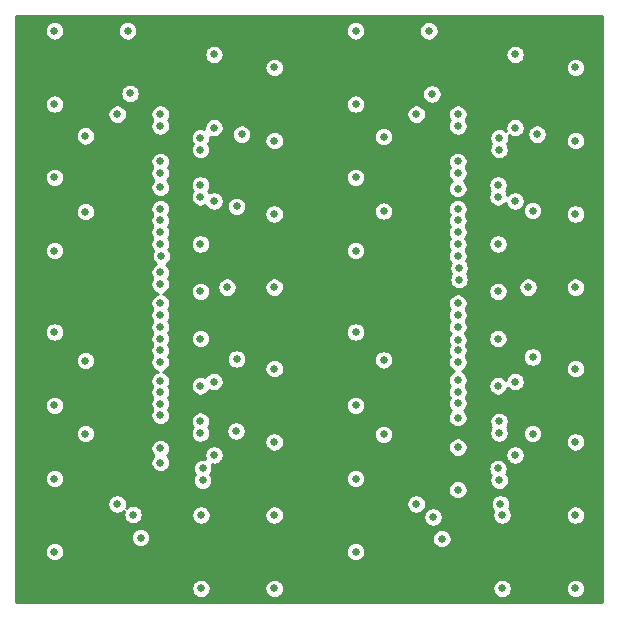
<source format=gbr>
%TF.GenerationSoftware,KiCad,Pcbnew,(5.1.9-0-10_14)*%
%TF.CreationDate,2021-05-13T13:45:13-04:00*%
%TF.ProjectId,SiPM_Board_RevB,5369504d-5f42-46f6-9172-645f52657642,rev?*%
%TF.SameCoordinates,Original*%
%TF.FileFunction,Copper,L2,Inr*%
%TF.FilePolarity,Positive*%
%FSLAX46Y46*%
G04 Gerber Fmt 4.6, Leading zero omitted, Abs format (unit mm)*
G04 Created by KiCad (PCBNEW (5.1.9-0-10_14)) date 2021-05-13 13:45:13*
%MOMM*%
%LPD*%
G01*
G04 APERTURE LIST*
%TA.AperFunction,ViaPad*%
%ADD10C,0.635000*%
%TD*%
%TA.AperFunction,Conductor*%
%ADD11C,0.254000*%
%TD*%
%TA.AperFunction,Conductor*%
%ADD12C,0.100000*%
%TD*%
G04 APERTURE END LIST*
D10*
%TO.N,GND*%
X133707308Y-111522692D03*
X133707308Y-103522692D03*
X133707308Y-101522692D03*
X133707308Y-87522692D03*
X133707308Y-115522692D03*
X133707308Y-113522692D03*
X133707308Y-107522692D03*
X133707308Y-105522692D03*
X133707308Y-109522692D03*
X133827308Y-95432692D03*
X133707308Y-85522692D03*
X133707308Y-93522692D03*
X133707308Y-91522692D03*
X133707308Y-89522692D03*
X133707308Y-99522692D03*
X133707308Y-97522692D03*
X159077308Y-103512692D03*
X159077308Y-101512692D03*
X159077308Y-87512692D03*
X159077308Y-115512692D03*
X159077308Y-113512692D03*
X159077308Y-107512692D03*
X159077308Y-105512692D03*
X159077308Y-109512692D03*
X159077308Y-95512692D03*
X159077308Y-93512692D03*
X159077308Y-91512692D03*
X159077308Y-89512692D03*
X159077308Y-99512692D03*
X159077308Y-97512692D03*
X152860000Y-100000000D03*
X150000000Y-105400000D03*
X147935320Y-99344680D03*
X131060000Y-89460000D03*
X132152500Y-94552500D03*
X143870000Y-89430000D03*
X143870000Y-95770000D03*
X132300000Y-112900000D03*
X131060000Y-108240000D03*
X145400000Y-106700000D03*
X143820000Y-114680000D03*
X157452500Y-94552500D03*
X156310000Y-89390000D03*
X168940000Y-89360000D03*
X168940000Y-95740000D03*
X159177308Y-85512692D03*
X156310000Y-108290000D03*
X157600000Y-113000000D03*
X168940000Y-114640000D03*
X168940000Y-108860000D03*
X159175000Y-110575000D03*
%TO.N,/BIAS1*%
X133762700Y-83502700D03*
X128450000Y-76450000D03*
X128450000Y-82650000D03*
X128450000Y-88850000D03*
X128450000Y-95050000D03*
X134650000Y-76450000D03*
X134850000Y-81750000D03*
X137400000Y-89700000D03*
X137400000Y-94500000D03*
X141950000Y-78450000D03*
X141950000Y-84650000D03*
X141950000Y-90850000D03*
X143050000Y-98150000D03*
X147050000Y-79550000D03*
X147050000Y-85750000D03*
X147050000Y-91950000D03*
X147050000Y-98150000D03*
X131060000Y-85340000D03*
X131060000Y-91760000D03*
X144300000Y-85200000D03*
X143870000Y-91300000D03*
%TO.N,/BIAS2*%
X133757366Y-116502634D03*
X128450000Y-101950000D03*
X128450000Y-108150000D03*
X128450000Y-120550000D03*
X128450000Y-114350000D03*
X137400000Y-102500000D03*
X137400000Y-107000000D03*
X135750000Y-119350000D03*
X135100000Y-117400000D03*
X141950000Y-106150000D03*
X141950000Y-112350000D03*
X140850000Y-117450000D03*
X140850000Y-123650000D03*
X147050000Y-123650000D03*
X147050000Y-117450000D03*
X147050000Y-111250000D03*
X147050000Y-105050000D03*
X131060000Y-110540000D03*
X131060000Y-104360000D03*
X143870000Y-104230000D03*
X143820000Y-110320000D03*
%TO.N,Net-(J1-Pad63)*%
X141000000Y-114500000D03*
%TO.N,Net-(J1-Pad61)*%
X141000000Y-113500000D03*
%TO.N,Net-(J1-Pad59)*%
X137400000Y-113000000D03*
%TO.N,Net-(J1-Pad57)*%
X137400000Y-111800000D03*
%TO.N,Net-(J1-Pad55)*%
X140800000Y-110500000D03*
%TO.N,Net-(J1-Pad53)*%
X140800000Y-109500000D03*
%TO.N,Net-(J1-Pad51)*%
X137402650Y-109002650D03*
%TO.N,Net-(J1-Pad49)*%
X137400000Y-108000000D03*
%TO.N,Net-(J1-Pad47)*%
X140800000Y-106500000D03*
%TO.N,Net-(J1-Pad45)*%
X137400000Y-106100000D03*
%TO.N,Net-(J1-Pad43)*%
X137400000Y-104500000D03*
%TO.N,Net-(J1-Pad41)*%
X137400000Y-103500000D03*
%TO.N,Net-(J1-Pad39)*%
X140800000Y-102500000D03*
%TO.N,Net-(J1-Pad37)*%
X137400000Y-101500000D03*
%TO.N,Net-(J1-Pad35)*%
X137400000Y-100500000D03*
%TO.N,Net-(J1-Pad33)*%
X137400000Y-99500000D03*
%TO.N,Net-(J1-Pad31)*%
X140800000Y-98500000D03*
%TO.N,Net-(J1-Pad29)*%
X137400000Y-97900000D03*
%TO.N,Net-(J1-Pad27)*%
X137400000Y-96900000D03*
%TO.N,Net-(J1-Pad25)*%
X137497324Y-95502676D03*
%TO.N,Net-(J1-Pad23)*%
X140800000Y-94500000D03*
%TO.N,Net-(J1-Pad21)*%
X137400000Y-93500000D03*
%TO.N,Net-(J1-Pad19)*%
X137400000Y-92500000D03*
%TO.N,Net-(J1-Pad17)*%
X137400000Y-91500000D03*
%TO.N,Net-(J1-Pad15)*%
X140800000Y-90500000D03*
%TO.N,Net-(J1-Pad13)*%
X140800000Y-89500000D03*
%TO.N,Net-(J1-Pad11)*%
X137402690Y-88502690D03*
%TO.N,Net-(J1-Pad9)*%
X137400000Y-87500000D03*
%TO.N,Net-(J1-Pad7)*%
X140800000Y-86500000D03*
%TO.N,Net-(J1-Pad5)*%
X140800000Y-85500000D03*
%TO.N,Net-(J1-Pad3)*%
X137400000Y-84500000D03*
%TO.N,Net-(J1-Pad1)*%
X137400000Y-83500000D03*
%TO.N,Net-(J2-Pad63)*%
X166100000Y-114500000D03*
%TO.N,Net-(J2-Pad61)*%
X165997360Y-113502640D03*
%TO.N,Net-(J2-Pad59)*%
X162600000Y-115300000D03*
%TO.N,Net-(J2-Pad57)*%
X162600000Y-111700000D03*
%TO.N,Net-(J2-Pad55)*%
X166097354Y-110502646D03*
%TO.N,Net-(J2-Pad53)*%
X166097352Y-109502648D03*
%TO.N,Net-(J2-Pad51)*%
X162600000Y-109200000D03*
%TO.N,Net-(J2-Pad49)*%
X162600000Y-107983936D03*
%TO.N,Net-(J2-Pad47)*%
X165997346Y-106502654D03*
%TO.N,Net-(J2-Pad45)*%
X162600000Y-106000000D03*
%TO.N,Net-(J2-Pad43)*%
X162602658Y-104502658D03*
%TO.N,Net-(J2-Pad41)*%
X162600000Y-103500000D03*
%TO.N,Net-(J2-Pad39)*%
X165997338Y-102502662D03*
%TO.N,Net-(J2-Pad37)*%
X162600000Y-101500000D03*
%TO.N,Net-(J2-Pad35)*%
X162602666Y-100502666D03*
%TO.N,Net-(J2-Pad33)*%
X162602668Y-99502668D03*
%TO.N,Net-(J2-Pad31)*%
X165997330Y-98502670D03*
%TO.N,Net-(J2-Pad29)*%
X162702672Y-97502672D03*
%TO.N,Net-(J2-Pad27)*%
X162697326Y-96502674D03*
%TO.N,Net-(J2-Pad25)*%
X162602676Y-95502676D03*
%TO.N,Net-(J2-Pad23)*%
X166000000Y-94500000D03*
%TO.N,Net-(J2-Pad21)*%
X162600000Y-93500000D03*
%TO.N,Net-(J2-Pad19)*%
X162602682Y-92502682D03*
%TO.N,Net-(J2-Pad17)*%
X162602684Y-91502684D03*
%TO.N,Net-(J2-Pad15)*%
X166000000Y-90500000D03*
%TO.N,Net-(J2-Pad13)*%
X166000000Y-89500000D03*
%TO.N,Net-(J2-Pad11)*%
X162602690Y-88502690D03*
%TO.N,Net-(J2-Pad9)*%
X162600000Y-87500000D03*
%TO.N,Net-(J2-Pad7)*%
X166097306Y-86502694D03*
%TO.N,Net-(J2-Pad5)*%
X166100000Y-85502696D03*
%TO.N,Net-(J2-Pad3)*%
X162600000Y-84500000D03*
%TO.N,Net-(J2-Pad1)*%
X162602700Y-83502700D03*
%TO.N,/BIAS3*%
X153950000Y-76450000D03*
X159078000Y-83502700D03*
X153950000Y-82650000D03*
X153950000Y-88850000D03*
X153950000Y-95050000D03*
X160150000Y-76450000D03*
X160400000Y-81800000D03*
X162600000Y-94521416D03*
X167450000Y-78450000D03*
X167450000Y-84650000D03*
X167450000Y-90850000D03*
X168550000Y-98150000D03*
X172550000Y-79550000D03*
X172550000Y-85750000D03*
X172550000Y-91950000D03*
X172550000Y-98150000D03*
X156310000Y-91710000D03*
X156310000Y-85410000D03*
X169300000Y-85200000D03*
X168940000Y-91660000D03*
X162600000Y-89800000D03*
%TO.N,/BIAS4*%
X153950000Y-101950000D03*
X159078000Y-116502634D03*
X162600000Y-107000000D03*
X153950000Y-108150000D03*
X153950000Y-114350000D03*
X153950000Y-120550000D03*
X161250000Y-119450000D03*
X167450000Y-106150000D03*
X167450000Y-112350000D03*
X166350000Y-117450000D03*
X166350000Y-123650000D03*
X172550000Y-123650000D03*
X172550000Y-117450000D03*
X172550000Y-111250000D03*
X172550000Y-105050000D03*
X156310000Y-104310000D03*
X162600000Y-102600000D03*
X156310000Y-110610000D03*
X168940000Y-110540000D03*
X168940000Y-104060000D03*
X160500000Y-117600000D03*
X166197366Y-116502634D03*
%TD*%
D11*
%TO.N,GND*%
X174787001Y-124787000D02*
X125213000Y-124787000D01*
X125213000Y-123568695D01*
X140024500Y-123568695D01*
X140024500Y-123731305D01*
X140056224Y-123890789D01*
X140118452Y-124041021D01*
X140208792Y-124176225D01*
X140323775Y-124291208D01*
X140458979Y-124381548D01*
X140609211Y-124443776D01*
X140768695Y-124475500D01*
X140931305Y-124475500D01*
X141090789Y-124443776D01*
X141241021Y-124381548D01*
X141376225Y-124291208D01*
X141491208Y-124176225D01*
X141581548Y-124041021D01*
X141643776Y-123890789D01*
X141675500Y-123731305D01*
X141675500Y-123568695D01*
X146224500Y-123568695D01*
X146224500Y-123731305D01*
X146256224Y-123890789D01*
X146318452Y-124041021D01*
X146408792Y-124176225D01*
X146523775Y-124291208D01*
X146658979Y-124381548D01*
X146809211Y-124443776D01*
X146968695Y-124475500D01*
X147131305Y-124475500D01*
X147290789Y-124443776D01*
X147441021Y-124381548D01*
X147576225Y-124291208D01*
X147691208Y-124176225D01*
X147781548Y-124041021D01*
X147843776Y-123890789D01*
X147875500Y-123731305D01*
X147875500Y-123568695D01*
X165524500Y-123568695D01*
X165524500Y-123731305D01*
X165556224Y-123890789D01*
X165618452Y-124041021D01*
X165708792Y-124176225D01*
X165823775Y-124291208D01*
X165958979Y-124381548D01*
X166109211Y-124443776D01*
X166268695Y-124475500D01*
X166431305Y-124475500D01*
X166590789Y-124443776D01*
X166741021Y-124381548D01*
X166876225Y-124291208D01*
X166991208Y-124176225D01*
X167081548Y-124041021D01*
X167143776Y-123890789D01*
X167175500Y-123731305D01*
X167175500Y-123568695D01*
X171724500Y-123568695D01*
X171724500Y-123731305D01*
X171756224Y-123890789D01*
X171818452Y-124041021D01*
X171908792Y-124176225D01*
X172023775Y-124291208D01*
X172158979Y-124381548D01*
X172309211Y-124443776D01*
X172468695Y-124475500D01*
X172631305Y-124475500D01*
X172790789Y-124443776D01*
X172941021Y-124381548D01*
X173076225Y-124291208D01*
X173191208Y-124176225D01*
X173281548Y-124041021D01*
X173343776Y-123890789D01*
X173375500Y-123731305D01*
X173375500Y-123568695D01*
X173343776Y-123409211D01*
X173281548Y-123258979D01*
X173191208Y-123123775D01*
X173076225Y-123008792D01*
X172941021Y-122918452D01*
X172790789Y-122856224D01*
X172631305Y-122824500D01*
X172468695Y-122824500D01*
X172309211Y-122856224D01*
X172158979Y-122918452D01*
X172023775Y-123008792D01*
X171908792Y-123123775D01*
X171818452Y-123258979D01*
X171756224Y-123409211D01*
X171724500Y-123568695D01*
X167175500Y-123568695D01*
X167143776Y-123409211D01*
X167081548Y-123258979D01*
X166991208Y-123123775D01*
X166876225Y-123008792D01*
X166741021Y-122918452D01*
X166590789Y-122856224D01*
X166431305Y-122824500D01*
X166268695Y-122824500D01*
X166109211Y-122856224D01*
X165958979Y-122918452D01*
X165823775Y-123008792D01*
X165708792Y-123123775D01*
X165618452Y-123258979D01*
X165556224Y-123409211D01*
X165524500Y-123568695D01*
X147875500Y-123568695D01*
X147843776Y-123409211D01*
X147781548Y-123258979D01*
X147691208Y-123123775D01*
X147576225Y-123008792D01*
X147441021Y-122918452D01*
X147290789Y-122856224D01*
X147131305Y-122824500D01*
X146968695Y-122824500D01*
X146809211Y-122856224D01*
X146658979Y-122918452D01*
X146523775Y-123008792D01*
X146408792Y-123123775D01*
X146318452Y-123258979D01*
X146256224Y-123409211D01*
X146224500Y-123568695D01*
X141675500Y-123568695D01*
X141643776Y-123409211D01*
X141581548Y-123258979D01*
X141491208Y-123123775D01*
X141376225Y-123008792D01*
X141241021Y-122918452D01*
X141090789Y-122856224D01*
X140931305Y-122824500D01*
X140768695Y-122824500D01*
X140609211Y-122856224D01*
X140458979Y-122918452D01*
X140323775Y-123008792D01*
X140208792Y-123123775D01*
X140118452Y-123258979D01*
X140056224Y-123409211D01*
X140024500Y-123568695D01*
X125213000Y-123568695D01*
X125213000Y-120468695D01*
X127624500Y-120468695D01*
X127624500Y-120631305D01*
X127656224Y-120790789D01*
X127718452Y-120941021D01*
X127808792Y-121076225D01*
X127923775Y-121191208D01*
X128058979Y-121281548D01*
X128209211Y-121343776D01*
X128368695Y-121375500D01*
X128531305Y-121375500D01*
X128690789Y-121343776D01*
X128841021Y-121281548D01*
X128976225Y-121191208D01*
X129091208Y-121076225D01*
X129181548Y-120941021D01*
X129243776Y-120790789D01*
X129275500Y-120631305D01*
X129275500Y-120468695D01*
X153124500Y-120468695D01*
X153124500Y-120631305D01*
X153156224Y-120790789D01*
X153218452Y-120941021D01*
X153308792Y-121076225D01*
X153423775Y-121191208D01*
X153558979Y-121281548D01*
X153709211Y-121343776D01*
X153868695Y-121375500D01*
X154031305Y-121375500D01*
X154190789Y-121343776D01*
X154341021Y-121281548D01*
X154476225Y-121191208D01*
X154591208Y-121076225D01*
X154681548Y-120941021D01*
X154743776Y-120790789D01*
X154775500Y-120631305D01*
X154775500Y-120468695D01*
X154743776Y-120309211D01*
X154681548Y-120158979D01*
X154591208Y-120023775D01*
X154476225Y-119908792D01*
X154341021Y-119818452D01*
X154190789Y-119756224D01*
X154031305Y-119724500D01*
X153868695Y-119724500D01*
X153709211Y-119756224D01*
X153558979Y-119818452D01*
X153423775Y-119908792D01*
X153308792Y-120023775D01*
X153218452Y-120158979D01*
X153156224Y-120309211D01*
X153124500Y-120468695D01*
X129275500Y-120468695D01*
X129243776Y-120309211D01*
X129181548Y-120158979D01*
X129091208Y-120023775D01*
X128976225Y-119908792D01*
X128841021Y-119818452D01*
X128690789Y-119756224D01*
X128531305Y-119724500D01*
X128368695Y-119724500D01*
X128209211Y-119756224D01*
X128058979Y-119818452D01*
X127923775Y-119908792D01*
X127808792Y-120023775D01*
X127718452Y-120158979D01*
X127656224Y-120309211D01*
X127624500Y-120468695D01*
X125213000Y-120468695D01*
X125213000Y-119268695D01*
X134924500Y-119268695D01*
X134924500Y-119431305D01*
X134956224Y-119590789D01*
X135018452Y-119741021D01*
X135108792Y-119876225D01*
X135223775Y-119991208D01*
X135358979Y-120081548D01*
X135509211Y-120143776D01*
X135668695Y-120175500D01*
X135831305Y-120175500D01*
X135990789Y-120143776D01*
X136141021Y-120081548D01*
X136276225Y-119991208D01*
X136391208Y-119876225D01*
X136481548Y-119741021D01*
X136543776Y-119590789D01*
X136575500Y-119431305D01*
X136575500Y-119368695D01*
X160424500Y-119368695D01*
X160424500Y-119531305D01*
X160456224Y-119690789D01*
X160518452Y-119841021D01*
X160608792Y-119976225D01*
X160723775Y-120091208D01*
X160858979Y-120181548D01*
X161009211Y-120243776D01*
X161168695Y-120275500D01*
X161331305Y-120275500D01*
X161490789Y-120243776D01*
X161641021Y-120181548D01*
X161776225Y-120091208D01*
X161891208Y-119976225D01*
X161981548Y-119841021D01*
X162043776Y-119690789D01*
X162075500Y-119531305D01*
X162075500Y-119368695D01*
X162043776Y-119209211D01*
X161981548Y-119058979D01*
X161891208Y-118923775D01*
X161776225Y-118808792D01*
X161641021Y-118718452D01*
X161490789Y-118656224D01*
X161331305Y-118624500D01*
X161168695Y-118624500D01*
X161009211Y-118656224D01*
X160858979Y-118718452D01*
X160723775Y-118808792D01*
X160608792Y-118923775D01*
X160518452Y-119058979D01*
X160456224Y-119209211D01*
X160424500Y-119368695D01*
X136575500Y-119368695D01*
X136575500Y-119268695D01*
X136543776Y-119109211D01*
X136481548Y-118958979D01*
X136391208Y-118823775D01*
X136276225Y-118708792D01*
X136141021Y-118618452D01*
X135990789Y-118556224D01*
X135831305Y-118524500D01*
X135668695Y-118524500D01*
X135509211Y-118556224D01*
X135358979Y-118618452D01*
X135223775Y-118708792D01*
X135108792Y-118823775D01*
X135018452Y-118958979D01*
X134956224Y-119109211D01*
X134924500Y-119268695D01*
X125213000Y-119268695D01*
X125213000Y-116421329D01*
X132931866Y-116421329D01*
X132931866Y-116583939D01*
X132963590Y-116743423D01*
X133025818Y-116893655D01*
X133116158Y-117028859D01*
X133231141Y-117143842D01*
X133366345Y-117234182D01*
X133516577Y-117296410D01*
X133676061Y-117328134D01*
X133838671Y-117328134D01*
X133998155Y-117296410D01*
X134148387Y-117234182D01*
X134283591Y-117143842D01*
X134333095Y-117094338D01*
X134306224Y-117159211D01*
X134274500Y-117318695D01*
X134274500Y-117481305D01*
X134306224Y-117640789D01*
X134368452Y-117791021D01*
X134458792Y-117926225D01*
X134573775Y-118041208D01*
X134708979Y-118131548D01*
X134859211Y-118193776D01*
X135018695Y-118225500D01*
X135181305Y-118225500D01*
X135340789Y-118193776D01*
X135491021Y-118131548D01*
X135626225Y-118041208D01*
X135741208Y-117926225D01*
X135831548Y-117791021D01*
X135893776Y-117640789D01*
X135925500Y-117481305D01*
X135925500Y-117368695D01*
X140024500Y-117368695D01*
X140024500Y-117531305D01*
X140056224Y-117690789D01*
X140118452Y-117841021D01*
X140208792Y-117976225D01*
X140323775Y-118091208D01*
X140458979Y-118181548D01*
X140609211Y-118243776D01*
X140768695Y-118275500D01*
X140931305Y-118275500D01*
X141090789Y-118243776D01*
X141241021Y-118181548D01*
X141376225Y-118091208D01*
X141491208Y-117976225D01*
X141581548Y-117841021D01*
X141643776Y-117690789D01*
X141675500Y-117531305D01*
X141675500Y-117368695D01*
X146224500Y-117368695D01*
X146224500Y-117531305D01*
X146256224Y-117690789D01*
X146318452Y-117841021D01*
X146408792Y-117976225D01*
X146523775Y-118091208D01*
X146658979Y-118181548D01*
X146809211Y-118243776D01*
X146968695Y-118275500D01*
X147131305Y-118275500D01*
X147290789Y-118243776D01*
X147441021Y-118181548D01*
X147576225Y-118091208D01*
X147691208Y-117976225D01*
X147781548Y-117841021D01*
X147843776Y-117690789D01*
X147875500Y-117531305D01*
X147875500Y-117518695D01*
X159674500Y-117518695D01*
X159674500Y-117681305D01*
X159706224Y-117840789D01*
X159768452Y-117991021D01*
X159858792Y-118126225D01*
X159973775Y-118241208D01*
X160108979Y-118331548D01*
X160259211Y-118393776D01*
X160418695Y-118425500D01*
X160581305Y-118425500D01*
X160740789Y-118393776D01*
X160891021Y-118331548D01*
X161026225Y-118241208D01*
X161141208Y-118126225D01*
X161231548Y-117991021D01*
X161293776Y-117840789D01*
X161325500Y-117681305D01*
X161325500Y-117518695D01*
X161293776Y-117359211D01*
X161231548Y-117208979D01*
X161141208Y-117073775D01*
X161026225Y-116958792D01*
X160891021Y-116868452D01*
X160740789Y-116806224D01*
X160581305Y-116774500D01*
X160418695Y-116774500D01*
X160259211Y-116806224D01*
X160108979Y-116868452D01*
X159973775Y-116958792D01*
X159858792Y-117073775D01*
X159768452Y-117208979D01*
X159706224Y-117359211D01*
X159674500Y-117518695D01*
X147875500Y-117518695D01*
X147875500Y-117368695D01*
X147843776Y-117209211D01*
X147781548Y-117058979D01*
X147691208Y-116923775D01*
X147576225Y-116808792D01*
X147441021Y-116718452D01*
X147290789Y-116656224D01*
X147131305Y-116624500D01*
X146968695Y-116624500D01*
X146809211Y-116656224D01*
X146658979Y-116718452D01*
X146523775Y-116808792D01*
X146408792Y-116923775D01*
X146318452Y-117058979D01*
X146256224Y-117209211D01*
X146224500Y-117368695D01*
X141675500Y-117368695D01*
X141643776Y-117209211D01*
X141581548Y-117058979D01*
X141491208Y-116923775D01*
X141376225Y-116808792D01*
X141241021Y-116718452D01*
X141090789Y-116656224D01*
X140931305Y-116624500D01*
X140768695Y-116624500D01*
X140609211Y-116656224D01*
X140458979Y-116718452D01*
X140323775Y-116808792D01*
X140208792Y-116923775D01*
X140118452Y-117058979D01*
X140056224Y-117209211D01*
X140024500Y-117368695D01*
X135925500Y-117368695D01*
X135925500Y-117318695D01*
X135893776Y-117159211D01*
X135831548Y-117008979D01*
X135741208Y-116873775D01*
X135626225Y-116758792D01*
X135491021Y-116668452D01*
X135340789Y-116606224D01*
X135181305Y-116574500D01*
X135018695Y-116574500D01*
X134859211Y-116606224D01*
X134708979Y-116668452D01*
X134573775Y-116758792D01*
X134524271Y-116808296D01*
X134551142Y-116743423D01*
X134582866Y-116583939D01*
X134582866Y-116421329D01*
X158252500Y-116421329D01*
X158252500Y-116583939D01*
X158284224Y-116743423D01*
X158346452Y-116893655D01*
X158436792Y-117028859D01*
X158551775Y-117143842D01*
X158686979Y-117234182D01*
X158837211Y-117296410D01*
X158996695Y-117328134D01*
X159159305Y-117328134D01*
X159318789Y-117296410D01*
X159469021Y-117234182D01*
X159604225Y-117143842D01*
X159719208Y-117028859D01*
X159809548Y-116893655D01*
X159871776Y-116743423D01*
X159903500Y-116583939D01*
X159903500Y-116421329D01*
X165371866Y-116421329D01*
X165371866Y-116583939D01*
X165403590Y-116743423D01*
X165465818Y-116893655D01*
X165556158Y-117028859D01*
X165609028Y-117081729D01*
X165556224Y-117209211D01*
X165524500Y-117368695D01*
X165524500Y-117531305D01*
X165556224Y-117690789D01*
X165618452Y-117841021D01*
X165708792Y-117976225D01*
X165823775Y-118091208D01*
X165958979Y-118181548D01*
X166109211Y-118243776D01*
X166268695Y-118275500D01*
X166431305Y-118275500D01*
X166590789Y-118243776D01*
X166741021Y-118181548D01*
X166876225Y-118091208D01*
X166991208Y-117976225D01*
X167081548Y-117841021D01*
X167143776Y-117690789D01*
X167175500Y-117531305D01*
X167175500Y-117368695D01*
X171724500Y-117368695D01*
X171724500Y-117531305D01*
X171756224Y-117690789D01*
X171818452Y-117841021D01*
X171908792Y-117976225D01*
X172023775Y-118091208D01*
X172158979Y-118181548D01*
X172309211Y-118243776D01*
X172468695Y-118275500D01*
X172631305Y-118275500D01*
X172790789Y-118243776D01*
X172941021Y-118181548D01*
X173076225Y-118091208D01*
X173191208Y-117976225D01*
X173281548Y-117841021D01*
X173343776Y-117690789D01*
X173375500Y-117531305D01*
X173375500Y-117368695D01*
X173343776Y-117209211D01*
X173281548Y-117058979D01*
X173191208Y-116923775D01*
X173076225Y-116808792D01*
X172941021Y-116718452D01*
X172790789Y-116656224D01*
X172631305Y-116624500D01*
X172468695Y-116624500D01*
X172309211Y-116656224D01*
X172158979Y-116718452D01*
X172023775Y-116808792D01*
X171908792Y-116923775D01*
X171818452Y-117058979D01*
X171756224Y-117209211D01*
X171724500Y-117368695D01*
X167175500Y-117368695D01*
X167143776Y-117209211D01*
X167081548Y-117058979D01*
X166991208Y-116923775D01*
X166938338Y-116870905D01*
X166991142Y-116743423D01*
X167022866Y-116583939D01*
X167022866Y-116421329D01*
X166991142Y-116261845D01*
X166928914Y-116111613D01*
X166838574Y-115976409D01*
X166723591Y-115861426D01*
X166588387Y-115771086D01*
X166438155Y-115708858D01*
X166278671Y-115677134D01*
X166116061Y-115677134D01*
X165956577Y-115708858D01*
X165806345Y-115771086D01*
X165671141Y-115861426D01*
X165556158Y-115976409D01*
X165465818Y-116111613D01*
X165403590Y-116261845D01*
X165371866Y-116421329D01*
X159903500Y-116421329D01*
X159871776Y-116261845D01*
X159809548Y-116111613D01*
X159719208Y-115976409D01*
X159604225Y-115861426D01*
X159469021Y-115771086D01*
X159318789Y-115708858D01*
X159159305Y-115677134D01*
X158996695Y-115677134D01*
X158837211Y-115708858D01*
X158686979Y-115771086D01*
X158551775Y-115861426D01*
X158436792Y-115976409D01*
X158346452Y-116111613D01*
X158284224Y-116261845D01*
X158252500Y-116421329D01*
X134582866Y-116421329D01*
X134551142Y-116261845D01*
X134488914Y-116111613D01*
X134398574Y-115976409D01*
X134283591Y-115861426D01*
X134148387Y-115771086D01*
X133998155Y-115708858D01*
X133838671Y-115677134D01*
X133676061Y-115677134D01*
X133516577Y-115708858D01*
X133366345Y-115771086D01*
X133231141Y-115861426D01*
X133116158Y-115976409D01*
X133025818Y-116111613D01*
X132963590Y-116261845D01*
X132931866Y-116421329D01*
X125213000Y-116421329D01*
X125213000Y-114268695D01*
X127624500Y-114268695D01*
X127624500Y-114431305D01*
X127656224Y-114590789D01*
X127718452Y-114741021D01*
X127808792Y-114876225D01*
X127923775Y-114991208D01*
X128058979Y-115081548D01*
X128209211Y-115143776D01*
X128368695Y-115175500D01*
X128531305Y-115175500D01*
X128690789Y-115143776D01*
X128841021Y-115081548D01*
X128976225Y-114991208D01*
X129091208Y-114876225D01*
X129181548Y-114741021D01*
X129243776Y-114590789D01*
X129275500Y-114431305D01*
X129275500Y-114268695D01*
X129243776Y-114109211D01*
X129181548Y-113958979D01*
X129091208Y-113823775D01*
X128976225Y-113708792D01*
X128841021Y-113618452D01*
X128690789Y-113556224D01*
X128531305Y-113524500D01*
X128368695Y-113524500D01*
X128209211Y-113556224D01*
X128058979Y-113618452D01*
X127923775Y-113708792D01*
X127808792Y-113823775D01*
X127718452Y-113958979D01*
X127656224Y-114109211D01*
X127624500Y-114268695D01*
X125213000Y-114268695D01*
X125213000Y-111718695D01*
X136574500Y-111718695D01*
X136574500Y-111881305D01*
X136606224Y-112040789D01*
X136668452Y-112191021D01*
X136758792Y-112326225D01*
X136832567Y-112400000D01*
X136758792Y-112473775D01*
X136668452Y-112608979D01*
X136606224Y-112759211D01*
X136574500Y-112918695D01*
X136574500Y-113081305D01*
X136606224Y-113240789D01*
X136668452Y-113391021D01*
X136758792Y-113526225D01*
X136873775Y-113641208D01*
X137008979Y-113731548D01*
X137159211Y-113793776D01*
X137318695Y-113825500D01*
X137481305Y-113825500D01*
X137640789Y-113793776D01*
X137791021Y-113731548D01*
X137926225Y-113641208D01*
X138041208Y-113526225D01*
X138113056Y-113418695D01*
X140174500Y-113418695D01*
X140174500Y-113581305D01*
X140206224Y-113740789D01*
X140268452Y-113891021D01*
X140341269Y-114000000D01*
X140268452Y-114108979D01*
X140206224Y-114259211D01*
X140174500Y-114418695D01*
X140174500Y-114581305D01*
X140206224Y-114740789D01*
X140268452Y-114891021D01*
X140358792Y-115026225D01*
X140473775Y-115141208D01*
X140608979Y-115231548D01*
X140759211Y-115293776D01*
X140918695Y-115325500D01*
X141081305Y-115325500D01*
X141240789Y-115293776D01*
X141391021Y-115231548D01*
X141410256Y-115218695D01*
X161774500Y-115218695D01*
X161774500Y-115381305D01*
X161806224Y-115540789D01*
X161868452Y-115691021D01*
X161958792Y-115826225D01*
X162073775Y-115941208D01*
X162208979Y-116031548D01*
X162359211Y-116093776D01*
X162518695Y-116125500D01*
X162681305Y-116125500D01*
X162840789Y-116093776D01*
X162991021Y-116031548D01*
X163126225Y-115941208D01*
X163241208Y-115826225D01*
X163331548Y-115691021D01*
X163393776Y-115540789D01*
X163425500Y-115381305D01*
X163425500Y-115218695D01*
X163393776Y-115059211D01*
X163331548Y-114908979D01*
X163241208Y-114773775D01*
X163126225Y-114658792D01*
X162991021Y-114568452D01*
X162840789Y-114506224D01*
X162681305Y-114474500D01*
X162518695Y-114474500D01*
X162359211Y-114506224D01*
X162208979Y-114568452D01*
X162073775Y-114658792D01*
X161958792Y-114773775D01*
X161868452Y-114908979D01*
X161806224Y-115059211D01*
X161774500Y-115218695D01*
X141410256Y-115218695D01*
X141526225Y-115141208D01*
X141641208Y-115026225D01*
X141731548Y-114891021D01*
X141793776Y-114740789D01*
X141825500Y-114581305D01*
X141825500Y-114418695D01*
X141795663Y-114268695D01*
X153124500Y-114268695D01*
X153124500Y-114431305D01*
X153156224Y-114590789D01*
X153218452Y-114741021D01*
X153308792Y-114876225D01*
X153423775Y-114991208D01*
X153558979Y-115081548D01*
X153709211Y-115143776D01*
X153868695Y-115175500D01*
X154031305Y-115175500D01*
X154190789Y-115143776D01*
X154341021Y-115081548D01*
X154476225Y-114991208D01*
X154591208Y-114876225D01*
X154681548Y-114741021D01*
X154743776Y-114590789D01*
X154775500Y-114431305D01*
X154775500Y-114268695D01*
X154743776Y-114109211D01*
X154681548Y-113958979D01*
X154591208Y-113823775D01*
X154476225Y-113708792D01*
X154341021Y-113618452D01*
X154190789Y-113556224D01*
X154031305Y-113524500D01*
X153868695Y-113524500D01*
X153709211Y-113556224D01*
X153558979Y-113618452D01*
X153423775Y-113708792D01*
X153308792Y-113823775D01*
X153218452Y-113958979D01*
X153156224Y-114109211D01*
X153124500Y-114268695D01*
X141795663Y-114268695D01*
X141793776Y-114259211D01*
X141731548Y-114108979D01*
X141658731Y-114000000D01*
X141731548Y-113891021D01*
X141793776Y-113740789D01*
X141825500Y-113581305D01*
X141825500Y-113421335D01*
X165171860Y-113421335D01*
X165171860Y-113583945D01*
X165203584Y-113743429D01*
X165265812Y-113893661D01*
X165356152Y-114028865D01*
X165395614Y-114068327D01*
X165368452Y-114108979D01*
X165306224Y-114259211D01*
X165274500Y-114418695D01*
X165274500Y-114581305D01*
X165306224Y-114740789D01*
X165368452Y-114891021D01*
X165458792Y-115026225D01*
X165573775Y-115141208D01*
X165708979Y-115231548D01*
X165859211Y-115293776D01*
X166018695Y-115325500D01*
X166181305Y-115325500D01*
X166340789Y-115293776D01*
X166491021Y-115231548D01*
X166626225Y-115141208D01*
X166741208Y-115026225D01*
X166831548Y-114891021D01*
X166893776Y-114740789D01*
X166925500Y-114581305D01*
X166925500Y-114418695D01*
X166893776Y-114259211D01*
X166831548Y-114108979D01*
X166741208Y-113973775D01*
X166701746Y-113934313D01*
X166728908Y-113893661D01*
X166791136Y-113743429D01*
X166822860Y-113583945D01*
X166822860Y-113421335D01*
X166791136Y-113261851D01*
X166728908Y-113111619D01*
X166638568Y-112976415D01*
X166523585Y-112861432D01*
X166388381Y-112771092D01*
X166238149Y-112708864D01*
X166078665Y-112677140D01*
X165916055Y-112677140D01*
X165756571Y-112708864D01*
X165606339Y-112771092D01*
X165471135Y-112861432D01*
X165356152Y-112976415D01*
X165265812Y-113111619D01*
X165203584Y-113261851D01*
X165171860Y-113421335D01*
X141825500Y-113421335D01*
X141825500Y-113418695D01*
X141793776Y-113259211D01*
X141749261Y-113151743D01*
X141868695Y-113175500D01*
X142031305Y-113175500D01*
X142190789Y-113143776D01*
X142341021Y-113081548D01*
X142476225Y-112991208D01*
X142591208Y-112876225D01*
X142681548Y-112741021D01*
X142743776Y-112590789D01*
X142775500Y-112431305D01*
X142775500Y-112268695D01*
X142743776Y-112109211D01*
X142681548Y-111958979D01*
X142591208Y-111823775D01*
X142476225Y-111708792D01*
X142341021Y-111618452D01*
X142190789Y-111556224D01*
X142031305Y-111524500D01*
X141868695Y-111524500D01*
X141709211Y-111556224D01*
X141558979Y-111618452D01*
X141423775Y-111708792D01*
X141308792Y-111823775D01*
X141218452Y-111958979D01*
X141156224Y-112109211D01*
X141124500Y-112268695D01*
X141124500Y-112431305D01*
X141156224Y-112590789D01*
X141200739Y-112698257D01*
X141081305Y-112674500D01*
X140918695Y-112674500D01*
X140759211Y-112706224D01*
X140608979Y-112768452D01*
X140473775Y-112858792D01*
X140358792Y-112973775D01*
X140268452Y-113108979D01*
X140206224Y-113259211D01*
X140174500Y-113418695D01*
X138113056Y-113418695D01*
X138131548Y-113391021D01*
X138193776Y-113240789D01*
X138225500Y-113081305D01*
X138225500Y-112918695D01*
X138193776Y-112759211D01*
X138131548Y-112608979D01*
X138041208Y-112473775D01*
X137967433Y-112400000D01*
X138041208Y-112326225D01*
X138131548Y-112191021D01*
X138193776Y-112040789D01*
X138225500Y-111881305D01*
X138225500Y-111718695D01*
X138193776Y-111559211D01*
X138131548Y-111408979D01*
X138041208Y-111273775D01*
X137926225Y-111158792D01*
X137791021Y-111068452D01*
X137640789Y-111006224D01*
X137481305Y-110974500D01*
X137318695Y-110974500D01*
X137159211Y-111006224D01*
X137008979Y-111068452D01*
X136873775Y-111158792D01*
X136758792Y-111273775D01*
X136668452Y-111408979D01*
X136606224Y-111559211D01*
X136574500Y-111718695D01*
X125213000Y-111718695D01*
X125213000Y-110458695D01*
X130234500Y-110458695D01*
X130234500Y-110621305D01*
X130266224Y-110780789D01*
X130328452Y-110931021D01*
X130418792Y-111066225D01*
X130533775Y-111181208D01*
X130668979Y-111271548D01*
X130819211Y-111333776D01*
X130978695Y-111365500D01*
X131141305Y-111365500D01*
X131300789Y-111333776D01*
X131451021Y-111271548D01*
X131586225Y-111181208D01*
X131701208Y-111066225D01*
X131791548Y-110931021D01*
X131853776Y-110780789D01*
X131885500Y-110621305D01*
X131885500Y-110458695D01*
X131853776Y-110299211D01*
X131791548Y-110148979D01*
X131701208Y-110013775D01*
X131586225Y-109898792D01*
X131451021Y-109808452D01*
X131300789Y-109746224D01*
X131141305Y-109714500D01*
X130978695Y-109714500D01*
X130819211Y-109746224D01*
X130668979Y-109808452D01*
X130533775Y-109898792D01*
X130418792Y-110013775D01*
X130328452Y-110148979D01*
X130266224Y-110299211D01*
X130234500Y-110458695D01*
X125213000Y-110458695D01*
X125213000Y-108068695D01*
X127624500Y-108068695D01*
X127624500Y-108231305D01*
X127656224Y-108390789D01*
X127718452Y-108541021D01*
X127808792Y-108676225D01*
X127923775Y-108791208D01*
X128058979Y-108881548D01*
X128209211Y-108943776D01*
X128368695Y-108975500D01*
X128531305Y-108975500D01*
X128690789Y-108943776D01*
X128841021Y-108881548D01*
X128976225Y-108791208D01*
X129091208Y-108676225D01*
X129181548Y-108541021D01*
X129243776Y-108390789D01*
X129275500Y-108231305D01*
X129275500Y-108068695D01*
X129243776Y-107909211D01*
X129181548Y-107758979D01*
X129091208Y-107623775D01*
X128976225Y-107508792D01*
X128841021Y-107418452D01*
X128690789Y-107356224D01*
X128531305Y-107324500D01*
X128368695Y-107324500D01*
X128209211Y-107356224D01*
X128058979Y-107418452D01*
X127923775Y-107508792D01*
X127808792Y-107623775D01*
X127718452Y-107758979D01*
X127656224Y-107909211D01*
X127624500Y-108068695D01*
X125213000Y-108068695D01*
X125213000Y-104278695D01*
X130234500Y-104278695D01*
X130234500Y-104441305D01*
X130266224Y-104600789D01*
X130328452Y-104751021D01*
X130418792Y-104886225D01*
X130533775Y-105001208D01*
X130668979Y-105091548D01*
X130819211Y-105153776D01*
X130978695Y-105185500D01*
X131141305Y-105185500D01*
X131300789Y-105153776D01*
X131451021Y-105091548D01*
X131586225Y-105001208D01*
X131701208Y-104886225D01*
X131791548Y-104751021D01*
X131853776Y-104600789D01*
X131885500Y-104441305D01*
X131885500Y-104278695D01*
X131853776Y-104119211D01*
X131791548Y-103968979D01*
X131701208Y-103833775D01*
X131586225Y-103718792D01*
X131451021Y-103628452D01*
X131300789Y-103566224D01*
X131141305Y-103534500D01*
X130978695Y-103534500D01*
X130819211Y-103566224D01*
X130668979Y-103628452D01*
X130533775Y-103718792D01*
X130418792Y-103833775D01*
X130328452Y-103968979D01*
X130266224Y-104119211D01*
X130234500Y-104278695D01*
X125213000Y-104278695D01*
X125213000Y-101868695D01*
X127624500Y-101868695D01*
X127624500Y-102031305D01*
X127656224Y-102190789D01*
X127718452Y-102341021D01*
X127808792Y-102476225D01*
X127923775Y-102591208D01*
X128058979Y-102681548D01*
X128209211Y-102743776D01*
X128368695Y-102775500D01*
X128531305Y-102775500D01*
X128690789Y-102743776D01*
X128841021Y-102681548D01*
X128976225Y-102591208D01*
X129091208Y-102476225D01*
X129181548Y-102341021D01*
X129243776Y-102190789D01*
X129275500Y-102031305D01*
X129275500Y-101868695D01*
X129243776Y-101709211D01*
X129181548Y-101558979D01*
X129091208Y-101423775D01*
X128976225Y-101308792D01*
X128841021Y-101218452D01*
X128690789Y-101156224D01*
X128531305Y-101124500D01*
X128368695Y-101124500D01*
X128209211Y-101156224D01*
X128058979Y-101218452D01*
X127923775Y-101308792D01*
X127808792Y-101423775D01*
X127718452Y-101558979D01*
X127656224Y-101709211D01*
X127624500Y-101868695D01*
X125213000Y-101868695D01*
X125213000Y-94968695D01*
X127624500Y-94968695D01*
X127624500Y-95131305D01*
X127656224Y-95290789D01*
X127718452Y-95441021D01*
X127808792Y-95576225D01*
X127923775Y-95691208D01*
X128058979Y-95781548D01*
X128209211Y-95843776D01*
X128368695Y-95875500D01*
X128531305Y-95875500D01*
X128690789Y-95843776D01*
X128841021Y-95781548D01*
X128976225Y-95691208D01*
X129091208Y-95576225D01*
X129181548Y-95441021D01*
X129243776Y-95290789D01*
X129275500Y-95131305D01*
X129275500Y-94968695D01*
X129243776Y-94809211D01*
X129181548Y-94658979D01*
X129091208Y-94523775D01*
X128976225Y-94408792D01*
X128841021Y-94318452D01*
X128690789Y-94256224D01*
X128531305Y-94224500D01*
X128368695Y-94224500D01*
X128209211Y-94256224D01*
X128058979Y-94318452D01*
X127923775Y-94408792D01*
X127808792Y-94523775D01*
X127718452Y-94658979D01*
X127656224Y-94809211D01*
X127624500Y-94968695D01*
X125213000Y-94968695D01*
X125213000Y-91678695D01*
X130234500Y-91678695D01*
X130234500Y-91841305D01*
X130266224Y-92000789D01*
X130328452Y-92151021D01*
X130418792Y-92286225D01*
X130533775Y-92401208D01*
X130668979Y-92491548D01*
X130819211Y-92553776D01*
X130978695Y-92585500D01*
X131141305Y-92585500D01*
X131300789Y-92553776D01*
X131451021Y-92491548D01*
X131586225Y-92401208D01*
X131701208Y-92286225D01*
X131791548Y-92151021D01*
X131853776Y-92000789D01*
X131885500Y-91841305D01*
X131885500Y-91678695D01*
X131853776Y-91519211D01*
X131812141Y-91418695D01*
X136574500Y-91418695D01*
X136574500Y-91581305D01*
X136606224Y-91740789D01*
X136668452Y-91891021D01*
X136741269Y-92000000D01*
X136668452Y-92108979D01*
X136606224Y-92259211D01*
X136574500Y-92418695D01*
X136574500Y-92581305D01*
X136606224Y-92740789D01*
X136668452Y-92891021D01*
X136741269Y-93000000D01*
X136668452Y-93108979D01*
X136606224Y-93259211D01*
X136574500Y-93418695D01*
X136574500Y-93581305D01*
X136606224Y-93740789D01*
X136668452Y-93891021D01*
X136741269Y-94000000D01*
X136668452Y-94108979D01*
X136606224Y-94259211D01*
X136574500Y-94418695D01*
X136574500Y-94581305D01*
X136606224Y-94740789D01*
X136668452Y-94891021D01*
X136758792Y-95026225D01*
X136797197Y-95064630D01*
X136765776Y-95111655D01*
X136703548Y-95261887D01*
X136671824Y-95421371D01*
X136671824Y-95583981D01*
X136703548Y-95743465D01*
X136765776Y-95893697D01*
X136856116Y-96028901D01*
X136971099Y-96143884D01*
X137008423Y-96168823D01*
X136873775Y-96258792D01*
X136758792Y-96373775D01*
X136668452Y-96508979D01*
X136606224Y-96659211D01*
X136574500Y-96818695D01*
X136574500Y-96981305D01*
X136606224Y-97140789D01*
X136668452Y-97291021D01*
X136741269Y-97400000D01*
X136668452Y-97508979D01*
X136606224Y-97659211D01*
X136574500Y-97818695D01*
X136574500Y-97981305D01*
X136606224Y-98140789D01*
X136668452Y-98291021D01*
X136758792Y-98426225D01*
X136873775Y-98541208D01*
X137008979Y-98631548D01*
X137159211Y-98693776D01*
X137190501Y-98700000D01*
X137159211Y-98706224D01*
X137008979Y-98768452D01*
X136873775Y-98858792D01*
X136758792Y-98973775D01*
X136668452Y-99108979D01*
X136606224Y-99259211D01*
X136574500Y-99418695D01*
X136574500Y-99581305D01*
X136606224Y-99740789D01*
X136668452Y-99891021D01*
X136741269Y-100000000D01*
X136668452Y-100108979D01*
X136606224Y-100259211D01*
X136574500Y-100418695D01*
X136574500Y-100581305D01*
X136606224Y-100740789D01*
X136668452Y-100891021D01*
X136741269Y-101000000D01*
X136668452Y-101108979D01*
X136606224Y-101259211D01*
X136574500Y-101418695D01*
X136574500Y-101581305D01*
X136606224Y-101740789D01*
X136668452Y-101891021D01*
X136741269Y-102000000D01*
X136668452Y-102108979D01*
X136606224Y-102259211D01*
X136574500Y-102418695D01*
X136574500Y-102581305D01*
X136606224Y-102740789D01*
X136668452Y-102891021D01*
X136741269Y-103000000D01*
X136668452Y-103108979D01*
X136606224Y-103259211D01*
X136574500Y-103418695D01*
X136574500Y-103581305D01*
X136606224Y-103740789D01*
X136668452Y-103891021D01*
X136741269Y-104000000D01*
X136668452Y-104108979D01*
X136606224Y-104259211D01*
X136574500Y-104418695D01*
X136574500Y-104581305D01*
X136606224Y-104740789D01*
X136668452Y-104891021D01*
X136758792Y-105026225D01*
X136873775Y-105141208D01*
X137008979Y-105231548D01*
X137159211Y-105293776D01*
X137190501Y-105300000D01*
X137159211Y-105306224D01*
X137008979Y-105368452D01*
X136873775Y-105458792D01*
X136758792Y-105573775D01*
X136668452Y-105708979D01*
X136606224Y-105859211D01*
X136574500Y-106018695D01*
X136574500Y-106181305D01*
X136606224Y-106340789D01*
X136668452Y-106491021D01*
X136707860Y-106550000D01*
X136668452Y-106608979D01*
X136606224Y-106759211D01*
X136574500Y-106918695D01*
X136574500Y-107081305D01*
X136606224Y-107240789D01*
X136668452Y-107391021D01*
X136741269Y-107500000D01*
X136668452Y-107608979D01*
X136606224Y-107759211D01*
X136574500Y-107918695D01*
X136574500Y-108081305D01*
X136606224Y-108240789D01*
X136668452Y-108391021D01*
X136743479Y-108503308D01*
X136671102Y-108611629D01*
X136608874Y-108761861D01*
X136577150Y-108921345D01*
X136577150Y-109083955D01*
X136608874Y-109243439D01*
X136671102Y-109393671D01*
X136761442Y-109528875D01*
X136876425Y-109643858D01*
X137011629Y-109734198D01*
X137161861Y-109796426D01*
X137321345Y-109828150D01*
X137483955Y-109828150D01*
X137643439Y-109796426D01*
X137793671Y-109734198D01*
X137928875Y-109643858D01*
X138043858Y-109528875D01*
X138117477Y-109418695D01*
X139974500Y-109418695D01*
X139974500Y-109581305D01*
X140006224Y-109740789D01*
X140068452Y-109891021D01*
X140141269Y-110000000D01*
X140068452Y-110108979D01*
X140006224Y-110259211D01*
X139974500Y-110418695D01*
X139974500Y-110581305D01*
X140006224Y-110740789D01*
X140068452Y-110891021D01*
X140158792Y-111026225D01*
X140273775Y-111141208D01*
X140408979Y-111231548D01*
X140559211Y-111293776D01*
X140718695Y-111325500D01*
X140881305Y-111325500D01*
X141040789Y-111293776D01*
X141191021Y-111231548D01*
X141285087Y-111168695D01*
X146224500Y-111168695D01*
X146224500Y-111331305D01*
X146256224Y-111490789D01*
X146318452Y-111641021D01*
X146408792Y-111776225D01*
X146523775Y-111891208D01*
X146658979Y-111981548D01*
X146809211Y-112043776D01*
X146968695Y-112075500D01*
X147131305Y-112075500D01*
X147290789Y-112043776D01*
X147441021Y-111981548D01*
X147576225Y-111891208D01*
X147691208Y-111776225D01*
X147781548Y-111641021D01*
X147790795Y-111618695D01*
X161774500Y-111618695D01*
X161774500Y-111781305D01*
X161806224Y-111940789D01*
X161868452Y-112091021D01*
X161958792Y-112226225D01*
X162073775Y-112341208D01*
X162208979Y-112431548D01*
X162359211Y-112493776D01*
X162518695Y-112525500D01*
X162681305Y-112525500D01*
X162840789Y-112493776D01*
X162991021Y-112431548D01*
X163126225Y-112341208D01*
X163198738Y-112268695D01*
X166624500Y-112268695D01*
X166624500Y-112431305D01*
X166656224Y-112590789D01*
X166718452Y-112741021D01*
X166808792Y-112876225D01*
X166923775Y-112991208D01*
X167058979Y-113081548D01*
X167209211Y-113143776D01*
X167368695Y-113175500D01*
X167531305Y-113175500D01*
X167690789Y-113143776D01*
X167841021Y-113081548D01*
X167976225Y-112991208D01*
X168091208Y-112876225D01*
X168181548Y-112741021D01*
X168243776Y-112590789D01*
X168275500Y-112431305D01*
X168275500Y-112268695D01*
X168243776Y-112109211D01*
X168181548Y-111958979D01*
X168091208Y-111823775D01*
X167976225Y-111708792D01*
X167841021Y-111618452D01*
X167690789Y-111556224D01*
X167531305Y-111524500D01*
X167368695Y-111524500D01*
X167209211Y-111556224D01*
X167058979Y-111618452D01*
X166923775Y-111708792D01*
X166808792Y-111823775D01*
X166718452Y-111958979D01*
X166656224Y-112109211D01*
X166624500Y-112268695D01*
X163198738Y-112268695D01*
X163241208Y-112226225D01*
X163331548Y-112091021D01*
X163393776Y-111940789D01*
X163425500Y-111781305D01*
X163425500Y-111618695D01*
X163393776Y-111459211D01*
X163331548Y-111308979D01*
X163241208Y-111173775D01*
X163126225Y-111058792D01*
X162991021Y-110968452D01*
X162840789Y-110906224D01*
X162681305Y-110874500D01*
X162518695Y-110874500D01*
X162359211Y-110906224D01*
X162208979Y-110968452D01*
X162073775Y-111058792D01*
X161958792Y-111173775D01*
X161868452Y-111308979D01*
X161806224Y-111459211D01*
X161774500Y-111618695D01*
X147790795Y-111618695D01*
X147843776Y-111490789D01*
X147875500Y-111331305D01*
X147875500Y-111168695D01*
X147843776Y-111009211D01*
X147781548Y-110858979D01*
X147691208Y-110723775D01*
X147576225Y-110608792D01*
X147456351Y-110528695D01*
X155484500Y-110528695D01*
X155484500Y-110691305D01*
X155516224Y-110850789D01*
X155578452Y-111001021D01*
X155668792Y-111136225D01*
X155783775Y-111251208D01*
X155918979Y-111341548D01*
X156069211Y-111403776D01*
X156228695Y-111435500D01*
X156391305Y-111435500D01*
X156550789Y-111403776D01*
X156701021Y-111341548D01*
X156836225Y-111251208D01*
X156951208Y-111136225D01*
X157041548Y-111001021D01*
X157103776Y-110850789D01*
X157135500Y-110691305D01*
X157135500Y-110528695D01*
X157103776Y-110369211D01*
X157041548Y-110218979D01*
X156951208Y-110083775D01*
X156836225Y-109968792D01*
X156701021Y-109878452D01*
X156550789Y-109816224D01*
X156391305Y-109784500D01*
X156228695Y-109784500D01*
X156069211Y-109816224D01*
X155918979Y-109878452D01*
X155783775Y-109968792D01*
X155668792Y-110083775D01*
X155578452Y-110218979D01*
X155516224Y-110369211D01*
X155484500Y-110528695D01*
X147456351Y-110528695D01*
X147441021Y-110518452D01*
X147290789Y-110456224D01*
X147131305Y-110424500D01*
X146968695Y-110424500D01*
X146809211Y-110456224D01*
X146658979Y-110518452D01*
X146523775Y-110608792D01*
X146408792Y-110723775D01*
X146318452Y-110858979D01*
X146256224Y-111009211D01*
X146224500Y-111168695D01*
X141285087Y-111168695D01*
X141326225Y-111141208D01*
X141441208Y-111026225D01*
X141531548Y-110891021D01*
X141593776Y-110740789D01*
X141625500Y-110581305D01*
X141625500Y-110418695D01*
X141593776Y-110259211D01*
X141585279Y-110238695D01*
X142994500Y-110238695D01*
X142994500Y-110401305D01*
X143026224Y-110560789D01*
X143088452Y-110711021D01*
X143178792Y-110846225D01*
X143293775Y-110961208D01*
X143428979Y-111051548D01*
X143579211Y-111113776D01*
X143738695Y-111145500D01*
X143901305Y-111145500D01*
X144060789Y-111113776D01*
X144211021Y-111051548D01*
X144346225Y-110961208D01*
X144461208Y-110846225D01*
X144551548Y-110711021D01*
X144613776Y-110560789D01*
X144645500Y-110401305D01*
X144645500Y-110238695D01*
X144613776Y-110079211D01*
X144551548Y-109928979D01*
X144461208Y-109793775D01*
X144346225Y-109678792D01*
X144211021Y-109588452D01*
X144060789Y-109526224D01*
X143901305Y-109494500D01*
X143738695Y-109494500D01*
X143579211Y-109526224D01*
X143428979Y-109588452D01*
X143293775Y-109678792D01*
X143178792Y-109793775D01*
X143088452Y-109928979D01*
X143026224Y-110079211D01*
X142994500Y-110238695D01*
X141585279Y-110238695D01*
X141531548Y-110108979D01*
X141458731Y-110000000D01*
X141531548Y-109891021D01*
X141593776Y-109740789D01*
X141625500Y-109581305D01*
X141625500Y-109418695D01*
X141593776Y-109259211D01*
X141531548Y-109108979D01*
X141441208Y-108973775D01*
X141326225Y-108858792D01*
X141191021Y-108768452D01*
X141040789Y-108706224D01*
X140881305Y-108674500D01*
X140718695Y-108674500D01*
X140559211Y-108706224D01*
X140408979Y-108768452D01*
X140273775Y-108858792D01*
X140158792Y-108973775D01*
X140068452Y-109108979D01*
X140006224Y-109259211D01*
X139974500Y-109418695D01*
X138117477Y-109418695D01*
X138134198Y-109393671D01*
X138196426Y-109243439D01*
X138228150Y-109083955D01*
X138228150Y-108921345D01*
X138196426Y-108761861D01*
X138134198Y-108611629D01*
X138059171Y-108499342D01*
X138131548Y-108391021D01*
X138193776Y-108240789D01*
X138225500Y-108081305D01*
X138225500Y-108068695D01*
X153124500Y-108068695D01*
X153124500Y-108231305D01*
X153156224Y-108390789D01*
X153218452Y-108541021D01*
X153308792Y-108676225D01*
X153423775Y-108791208D01*
X153558979Y-108881548D01*
X153709211Y-108943776D01*
X153868695Y-108975500D01*
X154031305Y-108975500D01*
X154190789Y-108943776D01*
X154341021Y-108881548D01*
X154476225Y-108791208D01*
X154591208Y-108676225D01*
X154681548Y-108541021D01*
X154743776Y-108390789D01*
X154775500Y-108231305D01*
X154775500Y-108068695D01*
X154743776Y-107909211D01*
X154681548Y-107758979D01*
X154591208Y-107623775D01*
X154476225Y-107508792D01*
X154341021Y-107418452D01*
X154190789Y-107356224D01*
X154031305Y-107324500D01*
X153868695Y-107324500D01*
X153709211Y-107356224D01*
X153558979Y-107418452D01*
X153423775Y-107508792D01*
X153308792Y-107623775D01*
X153218452Y-107758979D01*
X153156224Y-107909211D01*
X153124500Y-108068695D01*
X138225500Y-108068695D01*
X138225500Y-107918695D01*
X138193776Y-107759211D01*
X138131548Y-107608979D01*
X138058731Y-107500000D01*
X138131548Y-107391021D01*
X138193776Y-107240789D01*
X138225500Y-107081305D01*
X138225500Y-106918695D01*
X138193776Y-106759211D01*
X138131548Y-106608979D01*
X138092140Y-106550000D01*
X138131548Y-106491021D01*
X138161506Y-106418695D01*
X139974500Y-106418695D01*
X139974500Y-106581305D01*
X140006224Y-106740789D01*
X140068452Y-106891021D01*
X140158792Y-107026225D01*
X140273775Y-107141208D01*
X140408979Y-107231548D01*
X140559211Y-107293776D01*
X140718695Y-107325500D01*
X140881305Y-107325500D01*
X141040789Y-107293776D01*
X141191021Y-107231548D01*
X141326225Y-107141208D01*
X141441208Y-107026225D01*
X141531548Y-106891021D01*
X141540568Y-106869246D01*
X141558979Y-106881548D01*
X141709211Y-106943776D01*
X141868695Y-106975500D01*
X142031305Y-106975500D01*
X142190789Y-106943776D01*
X142341021Y-106881548D01*
X142476225Y-106791208D01*
X142591208Y-106676225D01*
X142681548Y-106541021D01*
X142743776Y-106390789D01*
X142775500Y-106231305D01*
X142775500Y-106068695D01*
X142743776Y-105909211D01*
X142681548Y-105758979D01*
X142591208Y-105623775D01*
X142476225Y-105508792D01*
X142341021Y-105418452D01*
X142190789Y-105356224D01*
X142031305Y-105324500D01*
X141868695Y-105324500D01*
X141709211Y-105356224D01*
X141558979Y-105418452D01*
X141423775Y-105508792D01*
X141308792Y-105623775D01*
X141218452Y-105758979D01*
X141209432Y-105780754D01*
X141191021Y-105768452D01*
X141040789Y-105706224D01*
X140881305Y-105674500D01*
X140718695Y-105674500D01*
X140559211Y-105706224D01*
X140408979Y-105768452D01*
X140273775Y-105858792D01*
X140158792Y-105973775D01*
X140068452Y-106108979D01*
X140006224Y-106259211D01*
X139974500Y-106418695D01*
X138161506Y-106418695D01*
X138193776Y-106340789D01*
X138225500Y-106181305D01*
X138225500Y-106018695D01*
X138193776Y-105859211D01*
X138131548Y-105708979D01*
X138041208Y-105573775D01*
X137926225Y-105458792D01*
X137791021Y-105368452D01*
X137640789Y-105306224D01*
X137609499Y-105300000D01*
X137640789Y-105293776D01*
X137791021Y-105231548D01*
X137926225Y-105141208D01*
X138041208Y-105026225D01*
X138131548Y-104891021D01*
X138193776Y-104740789D01*
X138225500Y-104581305D01*
X138225500Y-104418695D01*
X138193776Y-104259211D01*
X138147999Y-104148695D01*
X143044500Y-104148695D01*
X143044500Y-104311305D01*
X143076224Y-104470789D01*
X143138452Y-104621021D01*
X143228792Y-104756225D01*
X143343775Y-104871208D01*
X143478979Y-104961548D01*
X143629211Y-105023776D01*
X143788695Y-105055500D01*
X143951305Y-105055500D01*
X144110789Y-105023776D01*
X144243766Y-104968695D01*
X146224500Y-104968695D01*
X146224500Y-105131305D01*
X146256224Y-105290789D01*
X146318452Y-105441021D01*
X146408792Y-105576225D01*
X146523775Y-105691208D01*
X146658979Y-105781548D01*
X146809211Y-105843776D01*
X146968695Y-105875500D01*
X147131305Y-105875500D01*
X147290789Y-105843776D01*
X147441021Y-105781548D01*
X147576225Y-105691208D01*
X147691208Y-105576225D01*
X147781548Y-105441021D01*
X147843776Y-105290789D01*
X147875500Y-105131305D01*
X147875500Y-104968695D01*
X147843776Y-104809211D01*
X147781548Y-104658979D01*
X147691208Y-104523775D01*
X147576225Y-104408792D01*
X147441021Y-104318452D01*
X147290789Y-104256224D01*
X147152395Y-104228695D01*
X155484500Y-104228695D01*
X155484500Y-104391305D01*
X155516224Y-104550789D01*
X155578452Y-104701021D01*
X155668792Y-104836225D01*
X155783775Y-104951208D01*
X155918979Y-105041548D01*
X156069211Y-105103776D01*
X156228695Y-105135500D01*
X156391305Y-105135500D01*
X156550789Y-105103776D01*
X156701021Y-105041548D01*
X156836225Y-104951208D01*
X156951208Y-104836225D01*
X157041548Y-104701021D01*
X157103776Y-104550789D01*
X157135500Y-104391305D01*
X157135500Y-104228695D01*
X157103776Y-104069211D01*
X157041548Y-103918979D01*
X156951208Y-103783775D01*
X156836225Y-103668792D01*
X156701021Y-103578452D01*
X156550789Y-103516224D01*
X156391305Y-103484500D01*
X156228695Y-103484500D01*
X156069211Y-103516224D01*
X155918979Y-103578452D01*
X155783775Y-103668792D01*
X155668792Y-103783775D01*
X155578452Y-103918979D01*
X155516224Y-104069211D01*
X155484500Y-104228695D01*
X147152395Y-104228695D01*
X147131305Y-104224500D01*
X146968695Y-104224500D01*
X146809211Y-104256224D01*
X146658979Y-104318452D01*
X146523775Y-104408792D01*
X146408792Y-104523775D01*
X146318452Y-104658979D01*
X146256224Y-104809211D01*
X146224500Y-104968695D01*
X144243766Y-104968695D01*
X144261021Y-104961548D01*
X144396225Y-104871208D01*
X144511208Y-104756225D01*
X144601548Y-104621021D01*
X144663776Y-104470789D01*
X144695500Y-104311305D01*
X144695500Y-104148695D01*
X144663776Y-103989211D01*
X144601548Y-103838979D01*
X144511208Y-103703775D01*
X144396225Y-103588792D01*
X144261021Y-103498452D01*
X144110789Y-103436224D01*
X143951305Y-103404500D01*
X143788695Y-103404500D01*
X143629211Y-103436224D01*
X143478979Y-103498452D01*
X143343775Y-103588792D01*
X143228792Y-103703775D01*
X143138452Y-103838979D01*
X143076224Y-103989211D01*
X143044500Y-104148695D01*
X138147999Y-104148695D01*
X138131548Y-104108979D01*
X138058731Y-104000000D01*
X138131548Y-103891021D01*
X138193776Y-103740789D01*
X138225500Y-103581305D01*
X138225500Y-103418695D01*
X138193776Y-103259211D01*
X138131548Y-103108979D01*
X138058731Y-103000000D01*
X138131548Y-102891021D01*
X138193776Y-102740789D01*
X138225500Y-102581305D01*
X138225500Y-102418695D01*
X139974500Y-102418695D01*
X139974500Y-102581305D01*
X140006224Y-102740789D01*
X140068452Y-102891021D01*
X140158792Y-103026225D01*
X140273775Y-103141208D01*
X140408979Y-103231548D01*
X140559211Y-103293776D01*
X140718695Y-103325500D01*
X140881305Y-103325500D01*
X141040789Y-103293776D01*
X141191021Y-103231548D01*
X141326225Y-103141208D01*
X141441208Y-103026225D01*
X141531548Y-102891021D01*
X141593776Y-102740789D01*
X141625500Y-102581305D01*
X141625500Y-102418695D01*
X141593776Y-102259211D01*
X141531548Y-102108979D01*
X141441208Y-101973775D01*
X141336128Y-101868695D01*
X153124500Y-101868695D01*
X153124500Y-102031305D01*
X153156224Y-102190789D01*
X153218452Y-102341021D01*
X153308792Y-102476225D01*
X153423775Y-102591208D01*
X153558979Y-102681548D01*
X153709211Y-102743776D01*
X153868695Y-102775500D01*
X154031305Y-102775500D01*
X154190789Y-102743776D01*
X154341021Y-102681548D01*
X154476225Y-102591208D01*
X154591208Y-102476225D01*
X154681548Y-102341021D01*
X154743776Y-102190789D01*
X154775500Y-102031305D01*
X154775500Y-101868695D01*
X154743776Y-101709211D01*
X154681548Y-101558979D01*
X154591208Y-101423775D01*
X154586128Y-101418695D01*
X161774500Y-101418695D01*
X161774500Y-101581305D01*
X161806224Y-101740789D01*
X161868452Y-101891021D01*
X161958792Y-102026225D01*
X161982567Y-102050000D01*
X161958792Y-102073775D01*
X161868452Y-102208979D01*
X161806224Y-102359211D01*
X161774500Y-102518695D01*
X161774500Y-102681305D01*
X161806224Y-102840789D01*
X161868452Y-102991021D01*
X161907860Y-103050000D01*
X161868452Y-103108979D01*
X161806224Y-103259211D01*
X161774500Y-103418695D01*
X161774500Y-103581305D01*
X161806224Y-103740789D01*
X161868452Y-103891021D01*
X161943486Y-104003318D01*
X161871110Y-104111637D01*
X161808882Y-104261869D01*
X161777158Y-104421353D01*
X161777158Y-104583963D01*
X161808882Y-104743447D01*
X161871110Y-104893679D01*
X161961450Y-105028883D01*
X162076433Y-105143866D01*
X162211637Y-105234206D01*
X162251647Y-105250779D01*
X162208979Y-105268452D01*
X162073775Y-105358792D01*
X161958792Y-105473775D01*
X161868452Y-105608979D01*
X161806224Y-105759211D01*
X161774500Y-105918695D01*
X161774500Y-106081305D01*
X161806224Y-106240789D01*
X161868452Y-106391021D01*
X161941269Y-106500000D01*
X161868452Y-106608979D01*
X161806224Y-106759211D01*
X161774500Y-106918695D01*
X161774500Y-107081305D01*
X161806224Y-107240789D01*
X161868452Y-107391021D01*
X161935902Y-107491968D01*
X161868452Y-107592915D01*
X161806224Y-107743147D01*
X161774500Y-107902631D01*
X161774500Y-108065241D01*
X161806224Y-108224725D01*
X161868452Y-108374957D01*
X161958792Y-108510161D01*
X162040599Y-108591968D01*
X161958792Y-108673775D01*
X161868452Y-108808979D01*
X161806224Y-108959211D01*
X161774500Y-109118695D01*
X161774500Y-109281305D01*
X161806224Y-109440789D01*
X161868452Y-109591021D01*
X161958792Y-109726225D01*
X162073775Y-109841208D01*
X162208979Y-109931548D01*
X162359211Y-109993776D01*
X162518695Y-110025500D01*
X162681305Y-110025500D01*
X162840789Y-109993776D01*
X162991021Y-109931548D01*
X163126225Y-109841208D01*
X163241208Y-109726225D01*
X163331548Y-109591021D01*
X163393776Y-109440789D01*
X163397644Y-109421343D01*
X165271852Y-109421343D01*
X165271852Y-109583953D01*
X165303576Y-109743437D01*
X165365804Y-109893669D01*
X165438621Y-110002648D01*
X165365806Y-110111625D01*
X165303578Y-110261857D01*
X165271854Y-110421341D01*
X165271854Y-110583951D01*
X165303578Y-110743435D01*
X165365806Y-110893667D01*
X165456146Y-111028871D01*
X165571129Y-111143854D01*
X165706333Y-111234194D01*
X165856565Y-111296422D01*
X166016049Y-111328146D01*
X166178659Y-111328146D01*
X166338143Y-111296422D01*
X166488375Y-111234194D01*
X166623579Y-111143854D01*
X166738562Y-111028871D01*
X166828902Y-110893667D01*
X166891130Y-110743435D01*
X166922854Y-110583951D01*
X166922854Y-110458695D01*
X168114500Y-110458695D01*
X168114500Y-110621305D01*
X168146224Y-110780789D01*
X168208452Y-110931021D01*
X168298792Y-111066225D01*
X168413775Y-111181208D01*
X168548979Y-111271548D01*
X168699211Y-111333776D01*
X168858695Y-111365500D01*
X169021305Y-111365500D01*
X169180789Y-111333776D01*
X169331021Y-111271548D01*
X169466225Y-111181208D01*
X169478738Y-111168695D01*
X171724500Y-111168695D01*
X171724500Y-111331305D01*
X171756224Y-111490789D01*
X171818452Y-111641021D01*
X171908792Y-111776225D01*
X172023775Y-111891208D01*
X172158979Y-111981548D01*
X172309211Y-112043776D01*
X172468695Y-112075500D01*
X172631305Y-112075500D01*
X172790789Y-112043776D01*
X172941021Y-111981548D01*
X173076225Y-111891208D01*
X173191208Y-111776225D01*
X173281548Y-111641021D01*
X173343776Y-111490789D01*
X173375500Y-111331305D01*
X173375500Y-111168695D01*
X173343776Y-111009211D01*
X173281548Y-110858979D01*
X173191208Y-110723775D01*
X173076225Y-110608792D01*
X172941021Y-110518452D01*
X172790789Y-110456224D01*
X172631305Y-110424500D01*
X172468695Y-110424500D01*
X172309211Y-110456224D01*
X172158979Y-110518452D01*
X172023775Y-110608792D01*
X171908792Y-110723775D01*
X171818452Y-110858979D01*
X171756224Y-111009211D01*
X171724500Y-111168695D01*
X169478738Y-111168695D01*
X169581208Y-111066225D01*
X169671548Y-110931021D01*
X169733776Y-110780789D01*
X169765500Y-110621305D01*
X169765500Y-110458695D01*
X169733776Y-110299211D01*
X169671548Y-110148979D01*
X169581208Y-110013775D01*
X169466225Y-109898792D01*
X169331021Y-109808452D01*
X169180789Y-109746224D01*
X169021305Y-109714500D01*
X168858695Y-109714500D01*
X168699211Y-109746224D01*
X168548979Y-109808452D01*
X168413775Y-109898792D01*
X168298792Y-110013775D01*
X168208452Y-110148979D01*
X168146224Y-110299211D01*
X168114500Y-110458695D01*
X166922854Y-110458695D01*
X166922854Y-110421341D01*
X166891130Y-110261857D01*
X166828902Y-110111625D01*
X166756085Y-110002646D01*
X166828900Y-109893669D01*
X166891128Y-109743437D01*
X166922852Y-109583953D01*
X166922852Y-109421343D01*
X166891128Y-109261859D01*
X166828900Y-109111627D01*
X166738560Y-108976423D01*
X166623577Y-108861440D01*
X166488373Y-108771100D01*
X166338141Y-108708872D01*
X166178657Y-108677148D01*
X166016047Y-108677148D01*
X165856563Y-108708872D01*
X165706331Y-108771100D01*
X165571127Y-108861440D01*
X165456144Y-108976423D01*
X165365804Y-109111627D01*
X165303576Y-109261859D01*
X165271852Y-109421343D01*
X163397644Y-109421343D01*
X163425500Y-109281305D01*
X163425500Y-109118695D01*
X163393776Y-108959211D01*
X163331548Y-108808979D01*
X163241208Y-108673775D01*
X163159401Y-108591968D01*
X163241208Y-108510161D01*
X163331548Y-108374957D01*
X163393776Y-108224725D01*
X163425500Y-108065241D01*
X163425500Y-107902631D01*
X163393776Y-107743147D01*
X163331548Y-107592915D01*
X163264098Y-107491968D01*
X163331548Y-107391021D01*
X163393776Y-107240789D01*
X163425500Y-107081305D01*
X163425500Y-106918695D01*
X163393776Y-106759211D01*
X163331548Y-106608979D01*
X163258731Y-106500000D01*
X163311283Y-106421349D01*
X165171846Y-106421349D01*
X165171846Y-106583959D01*
X165203570Y-106743443D01*
X165265798Y-106893675D01*
X165356138Y-107028879D01*
X165471121Y-107143862D01*
X165606325Y-107234202D01*
X165756557Y-107296430D01*
X165916041Y-107328154D01*
X166078651Y-107328154D01*
X166238135Y-107296430D01*
X166388367Y-107234202D01*
X166523571Y-107143862D01*
X166638554Y-107028879D01*
X166728894Y-106893675D01*
X166791122Y-106743443D01*
X166805479Y-106671267D01*
X166808792Y-106676225D01*
X166923775Y-106791208D01*
X167058979Y-106881548D01*
X167209211Y-106943776D01*
X167368695Y-106975500D01*
X167531305Y-106975500D01*
X167690789Y-106943776D01*
X167841021Y-106881548D01*
X167976225Y-106791208D01*
X168091208Y-106676225D01*
X168181548Y-106541021D01*
X168243776Y-106390789D01*
X168275500Y-106231305D01*
X168275500Y-106068695D01*
X168243776Y-105909211D01*
X168181548Y-105758979D01*
X168091208Y-105623775D01*
X167976225Y-105508792D01*
X167841021Y-105418452D01*
X167690789Y-105356224D01*
X167531305Y-105324500D01*
X167368695Y-105324500D01*
X167209211Y-105356224D01*
X167058979Y-105418452D01*
X166923775Y-105508792D01*
X166808792Y-105623775D01*
X166718452Y-105758979D01*
X166656224Y-105909211D01*
X166641867Y-105981387D01*
X166638554Y-105976429D01*
X166523571Y-105861446D01*
X166388367Y-105771106D01*
X166238135Y-105708878D01*
X166078651Y-105677154D01*
X165916041Y-105677154D01*
X165756557Y-105708878D01*
X165606325Y-105771106D01*
X165471121Y-105861446D01*
X165356138Y-105976429D01*
X165265798Y-106111633D01*
X165203570Y-106261865D01*
X165171846Y-106421349D01*
X163311283Y-106421349D01*
X163331548Y-106391021D01*
X163393776Y-106240789D01*
X163425500Y-106081305D01*
X163425500Y-105918695D01*
X163393776Y-105759211D01*
X163331548Y-105608979D01*
X163241208Y-105473775D01*
X163126225Y-105358792D01*
X162991021Y-105268452D01*
X162951011Y-105251879D01*
X162993679Y-105234206D01*
X163128883Y-105143866D01*
X163243866Y-105028883D01*
X163284082Y-104968695D01*
X171724500Y-104968695D01*
X171724500Y-105131305D01*
X171756224Y-105290789D01*
X171818452Y-105441021D01*
X171908792Y-105576225D01*
X172023775Y-105691208D01*
X172158979Y-105781548D01*
X172309211Y-105843776D01*
X172468695Y-105875500D01*
X172631305Y-105875500D01*
X172790789Y-105843776D01*
X172941021Y-105781548D01*
X173076225Y-105691208D01*
X173191208Y-105576225D01*
X173281548Y-105441021D01*
X173343776Y-105290789D01*
X173375500Y-105131305D01*
X173375500Y-104968695D01*
X173343776Y-104809211D01*
X173281548Y-104658979D01*
X173191208Y-104523775D01*
X173076225Y-104408792D01*
X172941021Y-104318452D01*
X172790789Y-104256224D01*
X172631305Y-104224500D01*
X172468695Y-104224500D01*
X172309211Y-104256224D01*
X172158979Y-104318452D01*
X172023775Y-104408792D01*
X171908792Y-104523775D01*
X171818452Y-104658979D01*
X171756224Y-104809211D01*
X171724500Y-104968695D01*
X163284082Y-104968695D01*
X163334206Y-104893679D01*
X163396434Y-104743447D01*
X163428158Y-104583963D01*
X163428158Y-104421353D01*
X163396434Y-104261869D01*
X163334206Y-104111637D01*
X163259172Y-103999340D01*
X163272966Y-103978695D01*
X168114500Y-103978695D01*
X168114500Y-104141305D01*
X168146224Y-104300789D01*
X168208452Y-104451021D01*
X168298792Y-104586225D01*
X168413775Y-104701208D01*
X168548979Y-104791548D01*
X168699211Y-104853776D01*
X168858695Y-104885500D01*
X169021305Y-104885500D01*
X169180789Y-104853776D01*
X169331021Y-104791548D01*
X169466225Y-104701208D01*
X169581208Y-104586225D01*
X169671548Y-104451021D01*
X169733776Y-104300789D01*
X169765500Y-104141305D01*
X169765500Y-103978695D01*
X169733776Y-103819211D01*
X169671548Y-103668979D01*
X169581208Y-103533775D01*
X169466225Y-103418792D01*
X169331021Y-103328452D01*
X169180789Y-103266224D01*
X169021305Y-103234500D01*
X168858695Y-103234500D01*
X168699211Y-103266224D01*
X168548979Y-103328452D01*
X168413775Y-103418792D01*
X168298792Y-103533775D01*
X168208452Y-103668979D01*
X168146224Y-103819211D01*
X168114500Y-103978695D01*
X163272966Y-103978695D01*
X163331548Y-103891021D01*
X163393776Y-103740789D01*
X163425500Y-103581305D01*
X163425500Y-103418695D01*
X163393776Y-103259211D01*
X163331548Y-103108979D01*
X163292140Y-103050000D01*
X163331548Y-102991021D01*
X163393776Y-102840789D01*
X163425500Y-102681305D01*
X163425500Y-102518695D01*
X163406138Y-102421357D01*
X165171838Y-102421357D01*
X165171838Y-102583967D01*
X165203562Y-102743451D01*
X165265790Y-102893683D01*
X165356130Y-103028887D01*
X165471113Y-103143870D01*
X165606317Y-103234210D01*
X165756549Y-103296438D01*
X165916033Y-103328162D01*
X166078643Y-103328162D01*
X166238127Y-103296438D01*
X166388359Y-103234210D01*
X166523563Y-103143870D01*
X166638546Y-103028887D01*
X166728886Y-102893683D01*
X166791114Y-102743451D01*
X166822838Y-102583967D01*
X166822838Y-102421357D01*
X166791114Y-102261873D01*
X166728886Y-102111641D01*
X166638546Y-101976437D01*
X166523563Y-101861454D01*
X166388359Y-101771114D01*
X166238127Y-101708886D01*
X166078643Y-101677162D01*
X165916033Y-101677162D01*
X165756549Y-101708886D01*
X165606317Y-101771114D01*
X165471113Y-101861454D01*
X165356130Y-101976437D01*
X165265790Y-102111641D01*
X165203562Y-102261873D01*
X165171838Y-102421357D01*
X163406138Y-102421357D01*
X163393776Y-102359211D01*
X163331548Y-102208979D01*
X163241208Y-102073775D01*
X163217433Y-102050000D01*
X163241208Y-102026225D01*
X163331548Y-101891021D01*
X163393776Y-101740789D01*
X163425500Y-101581305D01*
X163425500Y-101418695D01*
X163393776Y-101259211D01*
X163331548Y-101108979D01*
X163260955Y-101003328D01*
X163334214Y-100893687D01*
X163396442Y-100743455D01*
X163428166Y-100583971D01*
X163428166Y-100421361D01*
X163396442Y-100261877D01*
X163334214Y-100111645D01*
X163261399Y-100002668D01*
X163334216Y-99893689D01*
X163396444Y-99743457D01*
X163428168Y-99583973D01*
X163428168Y-99421363D01*
X163396444Y-99261879D01*
X163334216Y-99111647D01*
X163243876Y-98976443D01*
X163128893Y-98861460D01*
X162993689Y-98771120D01*
X162843457Y-98708892D01*
X162683973Y-98677168D01*
X162521363Y-98677168D01*
X162361879Y-98708892D01*
X162211647Y-98771120D01*
X162076443Y-98861460D01*
X161961460Y-98976443D01*
X161871120Y-99111647D01*
X161808892Y-99261879D01*
X161777168Y-99421363D01*
X161777168Y-99583973D01*
X161808892Y-99743457D01*
X161871120Y-99893689D01*
X161943935Y-100002666D01*
X161871118Y-100111645D01*
X161808890Y-100261877D01*
X161777166Y-100421361D01*
X161777166Y-100583971D01*
X161808890Y-100743455D01*
X161871118Y-100893687D01*
X161941711Y-100999338D01*
X161868452Y-101108979D01*
X161806224Y-101259211D01*
X161774500Y-101418695D01*
X154586128Y-101418695D01*
X154476225Y-101308792D01*
X154341021Y-101218452D01*
X154190789Y-101156224D01*
X154031305Y-101124500D01*
X153868695Y-101124500D01*
X153709211Y-101156224D01*
X153558979Y-101218452D01*
X153423775Y-101308792D01*
X153308792Y-101423775D01*
X153218452Y-101558979D01*
X153156224Y-101709211D01*
X153124500Y-101868695D01*
X141336128Y-101868695D01*
X141326225Y-101858792D01*
X141191021Y-101768452D01*
X141040789Y-101706224D01*
X140881305Y-101674500D01*
X140718695Y-101674500D01*
X140559211Y-101706224D01*
X140408979Y-101768452D01*
X140273775Y-101858792D01*
X140158792Y-101973775D01*
X140068452Y-102108979D01*
X140006224Y-102259211D01*
X139974500Y-102418695D01*
X138225500Y-102418695D01*
X138193776Y-102259211D01*
X138131548Y-102108979D01*
X138058731Y-102000000D01*
X138131548Y-101891021D01*
X138193776Y-101740789D01*
X138225500Y-101581305D01*
X138225500Y-101418695D01*
X138193776Y-101259211D01*
X138131548Y-101108979D01*
X138058731Y-101000000D01*
X138131548Y-100891021D01*
X138193776Y-100740789D01*
X138225500Y-100581305D01*
X138225500Y-100418695D01*
X138193776Y-100259211D01*
X138131548Y-100108979D01*
X138058731Y-100000000D01*
X138131548Y-99891021D01*
X138193776Y-99740789D01*
X138225500Y-99581305D01*
X138225500Y-99418695D01*
X138193776Y-99259211D01*
X138131548Y-99108979D01*
X138041208Y-98973775D01*
X137926225Y-98858792D01*
X137791021Y-98768452D01*
X137640789Y-98706224D01*
X137609499Y-98700000D01*
X137640789Y-98693776D01*
X137791021Y-98631548D01*
X137926225Y-98541208D01*
X138041208Y-98426225D01*
X138046239Y-98418695D01*
X139974500Y-98418695D01*
X139974500Y-98581305D01*
X140006224Y-98740789D01*
X140068452Y-98891021D01*
X140158792Y-99026225D01*
X140273775Y-99141208D01*
X140408979Y-99231548D01*
X140559211Y-99293776D01*
X140718695Y-99325500D01*
X140881305Y-99325500D01*
X141040789Y-99293776D01*
X141191021Y-99231548D01*
X141326225Y-99141208D01*
X141441208Y-99026225D01*
X141531548Y-98891021D01*
X141593776Y-98740789D01*
X141625500Y-98581305D01*
X141625500Y-98418695D01*
X141593776Y-98259211D01*
X141531548Y-98108979D01*
X141504632Y-98068695D01*
X142224500Y-98068695D01*
X142224500Y-98231305D01*
X142256224Y-98390789D01*
X142318452Y-98541021D01*
X142408792Y-98676225D01*
X142523775Y-98791208D01*
X142658979Y-98881548D01*
X142809211Y-98943776D01*
X142968695Y-98975500D01*
X143131305Y-98975500D01*
X143290789Y-98943776D01*
X143441021Y-98881548D01*
X143576225Y-98791208D01*
X143691208Y-98676225D01*
X143781548Y-98541021D01*
X143843776Y-98390789D01*
X143875500Y-98231305D01*
X143875500Y-98068695D01*
X146224500Y-98068695D01*
X146224500Y-98231305D01*
X146256224Y-98390789D01*
X146318452Y-98541021D01*
X146408792Y-98676225D01*
X146523775Y-98791208D01*
X146658979Y-98881548D01*
X146809211Y-98943776D01*
X146968695Y-98975500D01*
X147131305Y-98975500D01*
X147290789Y-98943776D01*
X147441021Y-98881548D01*
X147576225Y-98791208D01*
X147691208Y-98676225D01*
X147781548Y-98541021D01*
X147831111Y-98421365D01*
X165171830Y-98421365D01*
X165171830Y-98583975D01*
X165203554Y-98743459D01*
X165265782Y-98893691D01*
X165356122Y-99028895D01*
X165471105Y-99143878D01*
X165606309Y-99234218D01*
X165756541Y-99296446D01*
X165916025Y-99328170D01*
X166078635Y-99328170D01*
X166238119Y-99296446D01*
X166388351Y-99234218D01*
X166523555Y-99143878D01*
X166638538Y-99028895D01*
X166728878Y-98893691D01*
X166791106Y-98743459D01*
X166822830Y-98583975D01*
X166822830Y-98421365D01*
X166791106Y-98261881D01*
X166728878Y-98111649D01*
X166700178Y-98068695D01*
X167724500Y-98068695D01*
X167724500Y-98231305D01*
X167756224Y-98390789D01*
X167818452Y-98541021D01*
X167908792Y-98676225D01*
X168023775Y-98791208D01*
X168158979Y-98881548D01*
X168309211Y-98943776D01*
X168468695Y-98975500D01*
X168631305Y-98975500D01*
X168790789Y-98943776D01*
X168941021Y-98881548D01*
X169076225Y-98791208D01*
X169191208Y-98676225D01*
X169281548Y-98541021D01*
X169343776Y-98390789D01*
X169375500Y-98231305D01*
X169375500Y-98068695D01*
X171724500Y-98068695D01*
X171724500Y-98231305D01*
X171756224Y-98390789D01*
X171818452Y-98541021D01*
X171908792Y-98676225D01*
X172023775Y-98791208D01*
X172158979Y-98881548D01*
X172309211Y-98943776D01*
X172468695Y-98975500D01*
X172631305Y-98975500D01*
X172790789Y-98943776D01*
X172941021Y-98881548D01*
X173076225Y-98791208D01*
X173191208Y-98676225D01*
X173281548Y-98541021D01*
X173343776Y-98390789D01*
X173375500Y-98231305D01*
X173375500Y-98068695D01*
X173343776Y-97909211D01*
X173281548Y-97758979D01*
X173191208Y-97623775D01*
X173076225Y-97508792D01*
X172941021Y-97418452D01*
X172790789Y-97356224D01*
X172631305Y-97324500D01*
X172468695Y-97324500D01*
X172309211Y-97356224D01*
X172158979Y-97418452D01*
X172023775Y-97508792D01*
X171908792Y-97623775D01*
X171818452Y-97758979D01*
X171756224Y-97909211D01*
X171724500Y-98068695D01*
X169375500Y-98068695D01*
X169343776Y-97909211D01*
X169281548Y-97758979D01*
X169191208Y-97623775D01*
X169076225Y-97508792D01*
X168941021Y-97418452D01*
X168790789Y-97356224D01*
X168631305Y-97324500D01*
X168468695Y-97324500D01*
X168309211Y-97356224D01*
X168158979Y-97418452D01*
X168023775Y-97508792D01*
X167908792Y-97623775D01*
X167818452Y-97758979D01*
X167756224Y-97909211D01*
X167724500Y-98068695D01*
X166700178Y-98068695D01*
X166638538Y-97976445D01*
X166523555Y-97861462D01*
X166388351Y-97771122D01*
X166238119Y-97708894D01*
X166078635Y-97677170D01*
X165916025Y-97677170D01*
X165756541Y-97708894D01*
X165606309Y-97771122D01*
X165471105Y-97861462D01*
X165356122Y-97976445D01*
X165265782Y-98111649D01*
X165203554Y-98261881D01*
X165171830Y-98421365D01*
X147831111Y-98421365D01*
X147843776Y-98390789D01*
X147875500Y-98231305D01*
X147875500Y-98068695D01*
X147843776Y-97909211D01*
X147781548Y-97758979D01*
X147691208Y-97623775D01*
X147576225Y-97508792D01*
X147441021Y-97418452D01*
X147290789Y-97356224D01*
X147131305Y-97324500D01*
X146968695Y-97324500D01*
X146809211Y-97356224D01*
X146658979Y-97418452D01*
X146523775Y-97508792D01*
X146408792Y-97623775D01*
X146318452Y-97758979D01*
X146256224Y-97909211D01*
X146224500Y-98068695D01*
X143875500Y-98068695D01*
X143843776Y-97909211D01*
X143781548Y-97758979D01*
X143691208Y-97623775D01*
X143576225Y-97508792D01*
X143441021Y-97418452D01*
X143290789Y-97356224D01*
X143131305Y-97324500D01*
X142968695Y-97324500D01*
X142809211Y-97356224D01*
X142658979Y-97418452D01*
X142523775Y-97508792D01*
X142408792Y-97623775D01*
X142318452Y-97758979D01*
X142256224Y-97909211D01*
X142224500Y-98068695D01*
X141504632Y-98068695D01*
X141441208Y-97973775D01*
X141326225Y-97858792D01*
X141191021Y-97768452D01*
X141040789Y-97706224D01*
X140881305Y-97674500D01*
X140718695Y-97674500D01*
X140559211Y-97706224D01*
X140408979Y-97768452D01*
X140273775Y-97858792D01*
X140158792Y-97973775D01*
X140068452Y-98108979D01*
X140006224Y-98259211D01*
X139974500Y-98418695D01*
X138046239Y-98418695D01*
X138131548Y-98291021D01*
X138193776Y-98140789D01*
X138225500Y-97981305D01*
X138225500Y-97818695D01*
X138193776Y-97659211D01*
X138131548Y-97508979D01*
X138058731Y-97400000D01*
X138131548Y-97291021D01*
X138193776Y-97140789D01*
X138225500Y-96981305D01*
X138225500Y-96818695D01*
X138193776Y-96659211D01*
X138131548Y-96508979D01*
X138041208Y-96373775D01*
X137926225Y-96258792D01*
X137888901Y-96233853D01*
X138023549Y-96143884D01*
X138138532Y-96028901D01*
X138228872Y-95893697D01*
X138291100Y-95743465D01*
X138322824Y-95583981D01*
X138322824Y-95421371D01*
X138291100Y-95261887D01*
X138228872Y-95111655D01*
X138138532Y-94976451D01*
X138100127Y-94938046D01*
X138131548Y-94891021D01*
X138193776Y-94740789D01*
X138225500Y-94581305D01*
X138225500Y-94418695D01*
X139974500Y-94418695D01*
X139974500Y-94581305D01*
X140006224Y-94740789D01*
X140068452Y-94891021D01*
X140158792Y-95026225D01*
X140273775Y-95141208D01*
X140408979Y-95231548D01*
X140559211Y-95293776D01*
X140718695Y-95325500D01*
X140881305Y-95325500D01*
X141040789Y-95293776D01*
X141191021Y-95231548D01*
X141326225Y-95141208D01*
X141441208Y-95026225D01*
X141479648Y-94968695D01*
X153124500Y-94968695D01*
X153124500Y-95131305D01*
X153156224Y-95290789D01*
X153218452Y-95441021D01*
X153308792Y-95576225D01*
X153423775Y-95691208D01*
X153558979Y-95781548D01*
X153709211Y-95843776D01*
X153868695Y-95875500D01*
X154031305Y-95875500D01*
X154190789Y-95843776D01*
X154341021Y-95781548D01*
X154476225Y-95691208D01*
X154591208Y-95576225D01*
X154681548Y-95441021D01*
X154743776Y-95290789D01*
X154775500Y-95131305D01*
X154775500Y-94968695D01*
X154743776Y-94809211D01*
X154681548Y-94658979D01*
X154591208Y-94523775D01*
X154476225Y-94408792D01*
X154341021Y-94318452D01*
X154190789Y-94256224D01*
X154031305Y-94224500D01*
X153868695Y-94224500D01*
X153709211Y-94256224D01*
X153558979Y-94318452D01*
X153423775Y-94408792D01*
X153308792Y-94523775D01*
X153218452Y-94658979D01*
X153156224Y-94809211D01*
X153124500Y-94968695D01*
X141479648Y-94968695D01*
X141531548Y-94891021D01*
X141593776Y-94740789D01*
X141625500Y-94581305D01*
X141625500Y-94418695D01*
X141593776Y-94259211D01*
X141531548Y-94108979D01*
X141441208Y-93973775D01*
X141326225Y-93858792D01*
X141191021Y-93768452D01*
X141040789Y-93706224D01*
X140881305Y-93674500D01*
X140718695Y-93674500D01*
X140559211Y-93706224D01*
X140408979Y-93768452D01*
X140273775Y-93858792D01*
X140158792Y-93973775D01*
X140068452Y-94108979D01*
X140006224Y-94259211D01*
X139974500Y-94418695D01*
X138225500Y-94418695D01*
X138193776Y-94259211D01*
X138131548Y-94108979D01*
X138058731Y-94000000D01*
X138131548Y-93891021D01*
X138193776Y-93740789D01*
X138225500Y-93581305D01*
X138225500Y-93418695D01*
X161774500Y-93418695D01*
X161774500Y-93581305D01*
X161806224Y-93740789D01*
X161868452Y-93891021D01*
X161948424Y-94010708D01*
X161868452Y-94130395D01*
X161806224Y-94280627D01*
X161774500Y-94440111D01*
X161774500Y-94602721D01*
X161806224Y-94762205D01*
X161868452Y-94912437D01*
X161936346Y-95014048D01*
X161871128Y-95111655D01*
X161808900Y-95261887D01*
X161777176Y-95421371D01*
X161777176Y-95583981D01*
X161808900Y-95743465D01*
X161871128Y-95893697D01*
X161961468Y-96028901D01*
X161997197Y-96064630D01*
X161965778Y-96111653D01*
X161903550Y-96261885D01*
X161871826Y-96421369D01*
X161871826Y-96583979D01*
X161903550Y-96743463D01*
X161965778Y-96893695D01*
X162041267Y-97006673D01*
X161971124Y-97111651D01*
X161908896Y-97261883D01*
X161877172Y-97421367D01*
X161877172Y-97583977D01*
X161908896Y-97743461D01*
X161971124Y-97893693D01*
X162061464Y-98028897D01*
X162176447Y-98143880D01*
X162311651Y-98234220D01*
X162461883Y-98296448D01*
X162621367Y-98328172D01*
X162783977Y-98328172D01*
X162943461Y-98296448D01*
X163093693Y-98234220D01*
X163228897Y-98143880D01*
X163343880Y-98028897D01*
X163434220Y-97893693D01*
X163496448Y-97743461D01*
X163528172Y-97583977D01*
X163528172Y-97421367D01*
X163496448Y-97261883D01*
X163434220Y-97111651D01*
X163358731Y-96998673D01*
X163428874Y-96893695D01*
X163491102Y-96743463D01*
X163522826Y-96583979D01*
X163522826Y-96421369D01*
X163491102Y-96261885D01*
X163428874Y-96111653D01*
X163338534Y-95976449D01*
X163302805Y-95940720D01*
X163334224Y-95893697D01*
X163396452Y-95743465D01*
X163428176Y-95583981D01*
X163428176Y-95421371D01*
X163396452Y-95261887D01*
X163334224Y-95111655D01*
X163266330Y-95010044D01*
X163331548Y-94912437D01*
X163393776Y-94762205D01*
X163425500Y-94602721D01*
X163425500Y-94440111D01*
X163421241Y-94418695D01*
X165174500Y-94418695D01*
X165174500Y-94581305D01*
X165206224Y-94740789D01*
X165268452Y-94891021D01*
X165358792Y-95026225D01*
X165473775Y-95141208D01*
X165608979Y-95231548D01*
X165759211Y-95293776D01*
X165918695Y-95325500D01*
X166081305Y-95325500D01*
X166240789Y-95293776D01*
X166391021Y-95231548D01*
X166526225Y-95141208D01*
X166641208Y-95026225D01*
X166731548Y-94891021D01*
X166793776Y-94740789D01*
X166825500Y-94581305D01*
X166825500Y-94418695D01*
X166793776Y-94259211D01*
X166731548Y-94108979D01*
X166641208Y-93973775D01*
X166526225Y-93858792D01*
X166391021Y-93768452D01*
X166240789Y-93706224D01*
X166081305Y-93674500D01*
X165918695Y-93674500D01*
X165759211Y-93706224D01*
X165608979Y-93768452D01*
X165473775Y-93858792D01*
X165358792Y-93973775D01*
X165268452Y-94108979D01*
X165206224Y-94259211D01*
X165174500Y-94418695D01*
X163421241Y-94418695D01*
X163393776Y-94280627D01*
X163331548Y-94130395D01*
X163251576Y-94010708D01*
X163331548Y-93891021D01*
X163393776Y-93740789D01*
X163425500Y-93581305D01*
X163425500Y-93418695D01*
X163393776Y-93259211D01*
X163331548Y-93108979D01*
X163260968Y-93003348D01*
X163334230Y-92893703D01*
X163396458Y-92743471D01*
X163428182Y-92583987D01*
X163428182Y-92421377D01*
X163396458Y-92261893D01*
X163334230Y-92111661D01*
X163261415Y-92002684D01*
X163334232Y-91893705D01*
X163396460Y-91743473D01*
X163428184Y-91583989D01*
X163428184Y-91421379D01*
X163396460Y-91261895D01*
X163334232Y-91111663D01*
X163243892Y-90976459D01*
X163128909Y-90861476D01*
X162993705Y-90771136D01*
X162843473Y-90708908D01*
X162683989Y-90677184D01*
X162521379Y-90677184D01*
X162361895Y-90708908D01*
X162211663Y-90771136D01*
X162076459Y-90861476D01*
X161961476Y-90976459D01*
X161871136Y-91111663D01*
X161808908Y-91261895D01*
X161777184Y-91421379D01*
X161777184Y-91583989D01*
X161808908Y-91743473D01*
X161871136Y-91893705D01*
X161943951Y-92002682D01*
X161871134Y-92111661D01*
X161808906Y-92261893D01*
X161777182Y-92421377D01*
X161777182Y-92583987D01*
X161808906Y-92743471D01*
X161871134Y-92893703D01*
X161941714Y-92999334D01*
X161868452Y-93108979D01*
X161806224Y-93259211D01*
X161774500Y-93418695D01*
X138225500Y-93418695D01*
X138193776Y-93259211D01*
X138131548Y-93108979D01*
X138058731Y-93000000D01*
X138131548Y-92891021D01*
X138193776Y-92740789D01*
X138225500Y-92581305D01*
X138225500Y-92418695D01*
X138193776Y-92259211D01*
X138131548Y-92108979D01*
X138058731Y-92000000D01*
X138131548Y-91891021D01*
X138193776Y-91740789D01*
X138225500Y-91581305D01*
X138225500Y-91418695D01*
X138193776Y-91259211D01*
X138131548Y-91108979D01*
X138041208Y-90973775D01*
X137926225Y-90858792D01*
X137791021Y-90768452D01*
X137640789Y-90706224D01*
X137481305Y-90674500D01*
X137318695Y-90674500D01*
X137159211Y-90706224D01*
X137008979Y-90768452D01*
X136873775Y-90858792D01*
X136758792Y-90973775D01*
X136668452Y-91108979D01*
X136606224Y-91259211D01*
X136574500Y-91418695D01*
X131812141Y-91418695D01*
X131791548Y-91368979D01*
X131701208Y-91233775D01*
X131586225Y-91118792D01*
X131451021Y-91028452D01*
X131300789Y-90966224D01*
X131141305Y-90934500D01*
X130978695Y-90934500D01*
X130819211Y-90966224D01*
X130668979Y-91028452D01*
X130533775Y-91118792D01*
X130418792Y-91233775D01*
X130328452Y-91368979D01*
X130266224Y-91519211D01*
X130234500Y-91678695D01*
X125213000Y-91678695D01*
X125213000Y-88768695D01*
X127624500Y-88768695D01*
X127624500Y-88931305D01*
X127656224Y-89090789D01*
X127718452Y-89241021D01*
X127808792Y-89376225D01*
X127923775Y-89491208D01*
X128058979Y-89581548D01*
X128209211Y-89643776D01*
X128368695Y-89675500D01*
X128531305Y-89675500D01*
X128690789Y-89643776D01*
X128841021Y-89581548D01*
X128976225Y-89491208D01*
X129091208Y-89376225D01*
X129181548Y-89241021D01*
X129243776Y-89090789D01*
X129275500Y-88931305D01*
X129275500Y-88768695D01*
X129243776Y-88609211D01*
X129181548Y-88458979D01*
X129091208Y-88323775D01*
X128976225Y-88208792D01*
X128841021Y-88118452D01*
X128690789Y-88056224D01*
X128531305Y-88024500D01*
X128368695Y-88024500D01*
X128209211Y-88056224D01*
X128058979Y-88118452D01*
X127923775Y-88208792D01*
X127808792Y-88323775D01*
X127718452Y-88458979D01*
X127656224Y-88609211D01*
X127624500Y-88768695D01*
X125213000Y-88768695D01*
X125213000Y-87418695D01*
X136574500Y-87418695D01*
X136574500Y-87581305D01*
X136606224Y-87740789D01*
X136668452Y-87891021D01*
X136743513Y-88003358D01*
X136671142Y-88111669D01*
X136608914Y-88261901D01*
X136577190Y-88421385D01*
X136577190Y-88583995D01*
X136608914Y-88743479D01*
X136671142Y-88893711D01*
X136761482Y-89028915D01*
X136832567Y-89100000D01*
X136758792Y-89173775D01*
X136668452Y-89308979D01*
X136606224Y-89459211D01*
X136574500Y-89618695D01*
X136574500Y-89781305D01*
X136606224Y-89940789D01*
X136668452Y-90091021D01*
X136758792Y-90226225D01*
X136873775Y-90341208D01*
X137008979Y-90431548D01*
X137159211Y-90493776D01*
X137318695Y-90525500D01*
X137481305Y-90525500D01*
X137640789Y-90493776D01*
X137791021Y-90431548D01*
X137926225Y-90341208D01*
X138041208Y-90226225D01*
X138131548Y-90091021D01*
X138193776Y-89940789D01*
X138225500Y-89781305D01*
X138225500Y-89618695D01*
X138193776Y-89459211D01*
X138176994Y-89418695D01*
X139974500Y-89418695D01*
X139974500Y-89581305D01*
X140006224Y-89740789D01*
X140068452Y-89891021D01*
X140141269Y-90000000D01*
X140068452Y-90108979D01*
X140006224Y-90259211D01*
X139974500Y-90418695D01*
X139974500Y-90581305D01*
X140006224Y-90740789D01*
X140068452Y-90891021D01*
X140158792Y-91026225D01*
X140273775Y-91141208D01*
X140408979Y-91231548D01*
X140559211Y-91293776D01*
X140718695Y-91325500D01*
X140881305Y-91325500D01*
X141040789Y-91293776D01*
X141191021Y-91231548D01*
X141209432Y-91219246D01*
X141218452Y-91241021D01*
X141308792Y-91376225D01*
X141423775Y-91491208D01*
X141558979Y-91581548D01*
X141709211Y-91643776D01*
X141868695Y-91675500D01*
X142031305Y-91675500D01*
X142190789Y-91643776D01*
X142341021Y-91581548D01*
X142476225Y-91491208D01*
X142591208Y-91376225D01*
X142681548Y-91241021D01*
X142690795Y-91218695D01*
X143044500Y-91218695D01*
X143044500Y-91381305D01*
X143076224Y-91540789D01*
X143138452Y-91691021D01*
X143228792Y-91826225D01*
X143343775Y-91941208D01*
X143478979Y-92031548D01*
X143629211Y-92093776D01*
X143788695Y-92125500D01*
X143951305Y-92125500D01*
X144110789Y-92093776D01*
X144261021Y-92031548D01*
X144396225Y-91941208D01*
X144468738Y-91868695D01*
X146224500Y-91868695D01*
X146224500Y-92031305D01*
X146256224Y-92190789D01*
X146318452Y-92341021D01*
X146408792Y-92476225D01*
X146523775Y-92591208D01*
X146658979Y-92681548D01*
X146809211Y-92743776D01*
X146968695Y-92775500D01*
X147131305Y-92775500D01*
X147290789Y-92743776D01*
X147441021Y-92681548D01*
X147576225Y-92591208D01*
X147691208Y-92476225D01*
X147781548Y-92341021D01*
X147843776Y-92190789D01*
X147875500Y-92031305D01*
X147875500Y-91868695D01*
X147843776Y-91709211D01*
X147810426Y-91628695D01*
X155484500Y-91628695D01*
X155484500Y-91791305D01*
X155516224Y-91950789D01*
X155578452Y-92101021D01*
X155668792Y-92236225D01*
X155783775Y-92351208D01*
X155918979Y-92441548D01*
X156069211Y-92503776D01*
X156228695Y-92535500D01*
X156391305Y-92535500D01*
X156550789Y-92503776D01*
X156701021Y-92441548D01*
X156836225Y-92351208D01*
X156951208Y-92236225D01*
X157041548Y-92101021D01*
X157103776Y-91950789D01*
X157135500Y-91791305D01*
X157135500Y-91628695D01*
X157103776Y-91469211D01*
X157041548Y-91318979D01*
X156951208Y-91183775D01*
X156836225Y-91068792D01*
X156701021Y-90978452D01*
X156550789Y-90916224D01*
X156391305Y-90884500D01*
X156228695Y-90884500D01*
X156069211Y-90916224D01*
X155918979Y-90978452D01*
X155783775Y-91068792D01*
X155668792Y-91183775D01*
X155578452Y-91318979D01*
X155516224Y-91469211D01*
X155484500Y-91628695D01*
X147810426Y-91628695D01*
X147781548Y-91558979D01*
X147691208Y-91423775D01*
X147576225Y-91308792D01*
X147441021Y-91218452D01*
X147290789Y-91156224D01*
X147131305Y-91124500D01*
X146968695Y-91124500D01*
X146809211Y-91156224D01*
X146658979Y-91218452D01*
X146523775Y-91308792D01*
X146408792Y-91423775D01*
X146318452Y-91558979D01*
X146256224Y-91709211D01*
X146224500Y-91868695D01*
X144468738Y-91868695D01*
X144511208Y-91826225D01*
X144601548Y-91691021D01*
X144663776Y-91540789D01*
X144695500Y-91381305D01*
X144695500Y-91218695D01*
X144663776Y-91059211D01*
X144601548Y-90908979D01*
X144511208Y-90773775D01*
X144396225Y-90658792D01*
X144261021Y-90568452D01*
X144110789Y-90506224D01*
X143951305Y-90474500D01*
X143788695Y-90474500D01*
X143629211Y-90506224D01*
X143478979Y-90568452D01*
X143343775Y-90658792D01*
X143228792Y-90773775D01*
X143138452Y-90908979D01*
X143076224Y-91059211D01*
X143044500Y-91218695D01*
X142690795Y-91218695D01*
X142743776Y-91090789D01*
X142775500Y-90931305D01*
X142775500Y-90768695D01*
X142743776Y-90609211D01*
X142681548Y-90458979D01*
X142591208Y-90323775D01*
X142476225Y-90208792D01*
X142341021Y-90118452D01*
X142190789Y-90056224D01*
X142031305Y-90024500D01*
X141868695Y-90024500D01*
X141709211Y-90056224D01*
X141558979Y-90118452D01*
X141540568Y-90130754D01*
X141531548Y-90108979D01*
X141458731Y-90000000D01*
X141531548Y-89891021D01*
X141593776Y-89740789D01*
X141625500Y-89581305D01*
X141625500Y-89418695D01*
X141593776Y-89259211D01*
X141531548Y-89108979D01*
X141441208Y-88973775D01*
X141326225Y-88858792D01*
X141191385Y-88768695D01*
X153124500Y-88768695D01*
X153124500Y-88931305D01*
X153156224Y-89090789D01*
X153218452Y-89241021D01*
X153308792Y-89376225D01*
X153423775Y-89491208D01*
X153558979Y-89581548D01*
X153709211Y-89643776D01*
X153868695Y-89675500D01*
X154031305Y-89675500D01*
X154190789Y-89643776D01*
X154341021Y-89581548D01*
X154476225Y-89491208D01*
X154591208Y-89376225D01*
X154681548Y-89241021D01*
X154743776Y-89090789D01*
X154775500Y-88931305D01*
X154775500Y-88768695D01*
X154743776Y-88609211D01*
X154681548Y-88458979D01*
X154591208Y-88323775D01*
X154476225Y-88208792D01*
X154341021Y-88118452D01*
X154190789Y-88056224D01*
X154031305Y-88024500D01*
X153868695Y-88024500D01*
X153709211Y-88056224D01*
X153558979Y-88118452D01*
X153423775Y-88208792D01*
X153308792Y-88323775D01*
X153218452Y-88458979D01*
X153156224Y-88609211D01*
X153124500Y-88768695D01*
X141191385Y-88768695D01*
X141191021Y-88768452D01*
X141040789Y-88706224D01*
X140881305Y-88674500D01*
X140718695Y-88674500D01*
X140559211Y-88706224D01*
X140408979Y-88768452D01*
X140273775Y-88858792D01*
X140158792Y-88973775D01*
X140068452Y-89108979D01*
X140006224Y-89259211D01*
X139974500Y-89418695D01*
X138176994Y-89418695D01*
X138131548Y-89308979D01*
X138041208Y-89173775D01*
X137970123Y-89102690D01*
X138043898Y-89028915D01*
X138134238Y-88893711D01*
X138196466Y-88743479D01*
X138228190Y-88583995D01*
X138228190Y-88421385D01*
X138196466Y-88261901D01*
X138134238Y-88111669D01*
X138059177Y-87999332D01*
X138131548Y-87891021D01*
X138193776Y-87740789D01*
X138225500Y-87581305D01*
X138225500Y-87418695D01*
X161774500Y-87418695D01*
X161774500Y-87581305D01*
X161806224Y-87740789D01*
X161868452Y-87891021D01*
X161943513Y-88003358D01*
X161871142Y-88111669D01*
X161808914Y-88261901D01*
X161777190Y-88421385D01*
X161777190Y-88583995D01*
X161808914Y-88743479D01*
X161871142Y-88893711D01*
X161961482Y-89028915D01*
X162076465Y-89143898D01*
X162086265Y-89150446D01*
X162073775Y-89158792D01*
X161958792Y-89273775D01*
X161868452Y-89408979D01*
X161806224Y-89559211D01*
X161774500Y-89718695D01*
X161774500Y-89881305D01*
X161806224Y-90040789D01*
X161868452Y-90191021D01*
X161958792Y-90326225D01*
X162073775Y-90441208D01*
X162208979Y-90531548D01*
X162359211Y-90593776D01*
X162518695Y-90625500D01*
X162681305Y-90625500D01*
X162840789Y-90593776D01*
X162991021Y-90531548D01*
X163126225Y-90441208D01*
X163241208Y-90326225D01*
X163331548Y-90191021D01*
X163393776Y-90040789D01*
X163425500Y-89881305D01*
X163425500Y-89718695D01*
X163393776Y-89559211D01*
X163335573Y-89418695D01*
X165174500Y-89418695D01*
X165174500Y-89581305D01*
X165206224Y-89740789D01*
X165268452Y-89891021D01*
X165341269Y-90000000D01*
X165268452Y-90108979D01*
X165206224Y-90259211D01*
X165174500Y-90418695D01*
X165174500Y-90581305D01*
X165206224Y-90740789D01*
X165268452Y-90891021D01*
X165358792Y-91026225D01*
X165473775Y-91141208D01*
X165608979Y-91231548D01*
X165759211Y-91293776D01*
X165918695Y-91325500D01*
X166081305Y-91325500D01*
X166240789Y-91293776D01*
X166391021Y-91231548D01*
X166526225Y-91141208D01*
X166641208Y-91026225D01*
X166642883Y-91023719D01*
X166656224Y-91090789D01*
X166718452Y-91241021D01*
X166808792Y-91376225D01*
X166923775Y-91491208D01*
X167058979Y-91581548D01*
X167209211Y-91643776D01*
X167368695Y-91675500D01*
X167531305Y-91675500D01*
X167690789Y-91643776D01*
X167841021Y-91581548D01*
X167845290Y-91578695D01*
X168114500Y-91578695D01*
X168114500Y-91741305D01*
X168146224Y-91900789D01*
X168208452Y-92051021D01*
X168298792Y-92186225D01*
X168413775Y-92301208D01*
X168548979Y-92391548D01*
X168699211Y-92453776D01*
X168858695Y-92485500D01*
X169021305Y-92485500D01*
X169180789Y-92453776D01*
X169331021Y-92391548D01*
X169466225Y-92301208D01*
X169581208Y-92186225D01*
X169671548Y-92051021D01*
X169733776Y-91900789D01*
X169740160Y-91868695D01*
X171724500Y-91868695D01*
X171724500Y-92031305D01*
X171756224Y-92190789D01*
X171818452Y-92341021D01*
X171908792Y-92476225D01*
X172023775Y-92591208D01*
X172158979Y-92681548D01*
X172309211Y-92743776D01*
X172468695Y-92775500D01*
X172631305Y-92775500D01*
X172790789Y-92743776D01*
X172941021Y-92681548D01*
X173076225Y-92591208D01*
X173191208Y-92476225D01*
X173281548Y-92341021D01*
X173343776Y-92190789D01*
X173375500Y-92031305D01*
X173375500Y-91868695D01*
X173343776Y-91709211D01*
X173281548Y-91558979D01*
X173191208Y-91423775D01*
X173076225Y-91308792D01*
X172941021Y-91218452D01*
X172790789Y-91156224D01*
X172631305Y-91124500D01*
X172468695Y-91124500D01*
X172309211Y-91156224D01*
X172158979Y-91218452D01*
X172023775Y-91308792D01*
X171908792Y-91423775D01*
X171818452Y-91558979D01*
X171756224Y-91709211D01*
X171724500Y-91868695D01*
X169740160Y-91868695D01*
X169765500Y-91741305D01*
X169765500Y-91578695D01*
X169733776Y-91419211D01*
X169671548Y-91268979D01*
X169581208Y-91133775D01*
X169466225Y-91018792D01*
X169331021Y-90928452D01*
X169180789Y-90866224D01*
X169021305Y-90834500D01*
X168858695Y-90834500D01*
X168699211Y-90866224D01*
X168548979Y-90928452D01*
X168413775Y-91018792D01*
X168298792Y-91133775D01*
X168208452Y-91268979D01*
X168146224Y-91419211D01*
X168114500Y-91578695D01*
X167845290Y-91578695D01*
X167976225Y-91491208D01*
X168091208Y-91376225D01*
X168181548Y-91241021D01*
X168243776Y-91090789D01*
X168275500Y-90931305D01*
X168275500Y-90768695D01*
X168243776Y-90609211D01*
X168181548Y-90458979D01*
X168091208Y-90323775D01*
X167976225Y-90208792D01*
X167841021Y-90118452D01*
X167690789Y-90056224D01*
X167531305Y-90024500D01*
X167368695Y-90024500D01*
X167209211Y-90056224D01*
X167058979Y-90118452D01*
X166923775Y-90208792D01*
X166808792Y-90323775D01*
X166807117Y-90326281D01*
X166793776Y-90259211D01*
X166731548Y-90108979D01*
X166658731Y-90000000D01*
X166731548Y-89891021D01*
X166793776Y-89740789D01*
X166825500Y-89581305D01*
X166825500Y-89418695D01*
X166793776Y-89259211D01*
X166731548Y-89108979D01*
X166641208Y-88973775D01*
X166526225Y-88858792D01*
X166391021Y-88768452D01*
X166240789Y-88706224D01*
X166081305Y-88674500D01*
X165918695Y-88674500D01*
X165759211Y-88706224D01*
X165608979Y-88768452D01*
X165473775Y-88858792D01*
X165358792Y-88973775D01*
X165268452Y-89108979D01*
X165206224Y-89259211D01*
X165174500Y-89418695D01*
X163335573Y-89418695D01*
X163331548Y-89408979D01*
X163241208Y-89273775D01*
X163126225Y-89158792D01*
X163116425Y-89152244D01*
X163128915Y-89143898D01*
X163243898Y-89028915D01*
X163334238Y-88893711D01*
X163396466Y-88743479D01*
X163428190Y-88583995D01*
X163428190Y-88421385D01*
X163396466Y-88261901D01*
X163334238Y-88111669D01*
X163259177Y-87999332D01*
X163331548Y-87891021D01*
X163393776Y-87740789D01*
X163425500Y-87581305D01*
X163425500Y-87418695D01*
X163393776Y-87259211D01*
X163331548Y-87108979D01*
X163241208Y-86973775D01*
X163126225Y-86858792D01*
X162991021Y-86768452D01*
X162840789Y-86706224D01*
X162681305Y-86674500D01*
X162518695Y-86674500D01*
X162359211Y-86706224D01*
X162208979Y-86768452D01*
X162073775Y-86858792D01*
X161958792Y-86973775D01*
X161868452Y-87108979D01*
X161806224Y-87259211D01*
X161774500Y-87418695D01*
X138225500Y-87418695D01*
X138193776Y-87259211D01*
X138131548Y-87108979D01*
X138041208Y-86973775D01*
X137926225Y-86858792D01*
X137791021Y-86768452D01*
X137640789Y-86706224D01*
X137481305Y-86674500D01*
X137318695Y-86674500D01*
X137159211Y-86706224D01*
X137008979Y-86768452D01*
X136873775Y-86858792D01*
X136758792Y-86973775D01*
X136668452Y-87108979D01*
X136606224Y-87259211D01*
X136574500Y-87418695D01*
X125213000Y-87418695D01*
X125213000Y-85258695D01*
X130234500Y-85258695D01*
X130234500Y-85421305D01*
X130266224Y-85580789D01*
X130328452Y-85731021D01*
X130418792Y-85866225D01*
X130533775Y-85981208D01*
X130668979Y-86071548D01*
X130819211Y-86133776D01*
X130978695Y-86165500D01*
X131141305Y-86165500D01*
X131300789Y-86133776D01*
X131451021Y-86071548D01*
X131586225Y-85981208D01*
X131701208Y-85866225D01*
X131791548Y-85731021D01*
X131853776Y-85580789D01*
X131885500Y-85421305D01*
X131885500Y-85418695D01*
X139974500Y-85418695D01*
X139974500Y-85581305D01*
X140006224Y-85740789D01*
X140068452Y-85891021D01*
X140141269Y-86000000D01*
X140068452Y-86108979D01*
X140006224Y-86259211D01*
X139974500Y-86418695D01*
X139974500Y-86581305D01*
X140006224Y-86740789D01*
X140068452Y-86891021D01*
X140158792Y-87026225D01*
X140273775Y-87141208D01*
X140408979Y-87231548D01*
X140559211Y-87293776D01*
X140718695Y-87325500D01*
X140881305Y-87325500D01*
X141040789Y-87293776D01*
X141191021Y-87231548D01*
X141326225Y-87141208D01*
X141441208Y-87026225D01*
X141531548Y-86891021D01*
X141593776Y-86740789D01*
X141625500Y-86581305D01*
X141625500Y-86418695D01*
X141593776Y-86259211D01*
X141531548Y-86108979D01*
X141458731Y-86000000D01*
X141531548Y-85891021D01*
X141593776Y-85740789D01*
X141625500Y-85581305D01*
X141625500Y-85418695D01*
X141623420Y-85408240D01*
X141709211Y-85443776D01*
X141868695Y-85475500D01*
X142031305Y-85475500D01*
X142190789Y-85443776D01*
X142341021Y-85381548D01*
X142476225Y-85291208D01*
X142591208Y-85176225D01*
X142629648Y-85118695D01*
X143474500Y-85118695D01*
X143474500Y-85281305D01*
X143506224Y-85440789D01*
X143568452Y-85591021D01*
X143658792Y-85726225D01*
X143773775Y-85841208D01*
X143908979Y-85931548D01*
X144059211Y-85993776D01*
X144218695Y-86025500D01*
X144381305Y-86025500D01*
X144540789Y-85993776D01*
X144691021Y-85931548D01*
X144826225Y-85841208D01*
X144941208Y-85726225D01*
X144979648Y-85668695D01*
X146224500Y-85668695D01*
X146224500Y-85831305D01*
X146256224Y-85990789D01*
X146318452Y-86141021D01*
X146408792Y-86276225D01*
X146523775Y-86391208D01*
X146658979Y-86481548D01*
X146809211Y-86543776D01*
X146968695Y-86575500D01*
X147131305Y-86575500D01*
X147290789Y-86543776D01*
X147441021Y-86481548D01*
X147531055Y-86421389D01*
X165271806Y-86421389D01*
X165271806Y-86583999D01*
X165303530Y-86743483D01*
X165365758Y-86893715D01*
X165456098Y-87028919D01*
X165571081Y-87143902D01*
X165706285Y-87234242D01*
X165856517Y-87296470D01*
X166016001Y-87328194D01*
X166178611Y-87328194D01*
X166338095Y-87296470D01*
X166488327Y-87234242D01*
X166623531Y-87143902D01*
X166738514Y-87028919D01*
X166828854Y-86893715D01*
X166891082Y-86743483D01*
X166922806Y-86583999D01*
X166922806Y-86421389D01*
X166891082Y-86261905D01*
X166828854Y-86111673D01*
X166757385Y-86004711D01*
X166831548Y-85893717D01*
X166893776Y-85743485D01*
X166925500Y-85584001D01*
X166925500Y-85421391D01*
X166893776Y-85261907D01*
X166893282Y-85260715D01*
X166923775Y-85291208D01*
X167058979Y-85381548D01*
X167209211Y-85443776D01*
X167368695Y-85475500D01*
X167531305Y-85475500D01*
X167690789Y-85443776D01*
X167841021Y-85381548D01*
X167976225Y-85291208D01*
X168091208Y-85176225D01*
X168129648Y-85118695D01*
X168474500Y-85118695D01*
X168474500Y-85281305D01*
X168506224Y-85440789D01*
X168568452Y-85591021D01*
X168658792Y-85726225D01*
X168773775Y-85841208D01*
X168908979Y-85931548D01*
X169059211Y-85993776D01*
X169218695Y-86025500D01*
X169381305Y-86025500D01*
X169540789Y-85993776D01*
X169691021Y-85931548D01*
X169826225Y-85841208D01*
X169941208Y-85726225D01*
X169979648Y-85668695D01*
X171724500Y-85668695D01*
X171724500Y-85831305D01*
X171756224Y-85990789D01*
X171818452Y-86141021D01*
X171908792Y-86276225D01*
X172023775Y-86391208D01*
X172158979Y-86481548D01*
X172309211Y-86543776D01*
X172468695Y-86575500D01*
X172631305Y-86575500D01*
X172790789Y-86543776D01*
X172941021Y-86481548D01*
X173076225Y-86391208D01*
X173191208Y-86276225D01*
X173281548Y-86141021D01*
X173343776Y-85990789D01*
X173375500Y-85831305D01*
X173375500Y-85668695D01*
X173343776Y-85509211D01*
X173281548Y-85358979D01*
X173191208Y-85223775D01*
X173076225Y-85108792D01*
X172941021Y-85018452D01*
X172790789Y-84956224D01*
X172631305Y-84924500D01*
X172468695Y-84924500D01*
X172309211Y-84956224D01*
X172158979Y-85018452D01*
X172023775Y-85108792D01*
X171908792Y-85223775D01*
X171818452Y-85358979D01*
X171756224Y-85509211D01*
X171724500Y-85668695D01*
X169979648Y-85668695D01*
X170031548Y-85591021D01*
X170093776Y-85440789D01*
X170125500Y-85281305D01*
X170125500Y-85118695D01*
X170093776Y-84959211D01*
X170031548Y-84808979D01*
X169941208Y-84673775D01*
X169826225Y-84558792D01*
X169691021Y-84468452D01*
X169540789Y-84406224D01*
X169381305Y-84374500D01*
X169218695Y-84374500D01*
X169059211Y-84406224D01*
X168908979Y-84468452D01*
X168773775Y-84558792D01*
X168658792Y-84673775D01*
X168568452Y-84808979D01*
X168506224Y-84959211D01*
X168474500Y-85118695D01*
X168129648Y-85118695D01*
X168181548Y-85041021D01*
X168243776Y-84890789D01*
X168275500Y-84731305D01*
X168275500Y-84568695D01*
X168243776Y-84409211D01*
X168181548Y-84258979D01*
X168091208Y-84123775D01*
X167976225Y-84008792D01*
X167841021Y-83918452D01*
X167690789Y-83856224D01*
X167531305Y-83824500D01*
X167368695Y-83824500D01*
X167209211Y-83856224D01*
X167058979Y-83918452D01*
X166923775Y-84008792D01*
X166808792Y-84123775D01*
X166718452Y-84258979D01*
X166656224Y-84409211D01*
X166624500Y-84568695D01*
X166624500Y-84731305D01*
X166656224Y-84890789D01*
X166656718Y-84891981D01*
X166626225Y-84861488D01*
X166491021Y-84771148D01*
X166340789Y-84708920D01*
X166181305Y-84677196D01*
X166018695Y-84677196D01*
X165859211Y-84708920D01*
X165708979Y-84771148D01*
X165573775Y-84861488D01*
X165458792Y-84976471D01*
X165368452Y-85111675D01*
X165306224Y-85261907D01*
X165274500Y-85421391D01*
X165274500Y-85584001D01*
X165306224Y-85743485D01*
X165368452Y-85893717D01*
X165439921Y-86000679D01*
X165365758Y-86111673D01*
X165303530Y-86261905D01*
X165271806Y-86421389D01*
X147531055Y-86421389D01*
X147576225Y-86391208D01*
X147691208Y-86276225D01*
X147781548Y-86141021D01*
X147843776Y-85990789D01*
X147875500Y-85831305D01*
X147875500Y-85668695D01*
X147843776Y-85509211D01*
X147781548Y-85358979D01*
X147761313Y-85328695D01*
X155484500Y-85328695D01*
X155484500Y-85491305D01*
X155516224Y-85650789D01*
X155578452Y-85801021D01*
X155668792Y-85936225D01*
X155783775Y-86051208D01*
X155918979Y-86141548D01*
X156069211Y-86203776D01*
X156228695Y-86235500D01*
X156391305Y-86235500D01*
X156550789Y-86203776D01*
X156701021Y-86141548D01*
X156836225Y-86051208D01*
X156951208Y-85936225D01*
X157041548Y-85801021D01*
X157103776Y-85650789D01*
X157135500Y-85491305D01*
X157135500Y-85328695D01*
X157103776Y-85169211D01*
X157041548Y-85018979D01*
X156951208Y-84883775D01*
X156836225Y-84768792D01*
X156701021Y-84678452D01*
X156550789Y-84616224D01*
X156391305Y-84584500D01*
X156228695Y-84584500D01*
X156069211Y-84616224D01*
X155918979Y-84678452D01*
X155783775Y-84768792D01*
X155668792Y-84883775D01*
X155578452Y-85018979D01*
X155516224Y-85169211D01*
X155484500Y-85328695D01*
X147761313Y-85328695D01*
X147691208Y-85223775D01*
X147576225Y-85108792D01*
X147441021Y-85018452D01*
X147290789Y-84956224D01*
X147131305Y-84924500D01*
X146968695Y-84924500D01*
X146809211Y-84956224D01*
X146658979Y-85018452D01*
X146523775Y-85108792D01*
X146408792Y-85223775D01*
X146318452Y-85358979D01*
X146256224Y-85509211D01*
X146224500Y-85668695D01*
X144979648Y-85668695D01*
X145031548Y-85591021D01*
X145093776Y-85440789D01*
X145125500Y-85281305D01*
X145125500Y-85118695D01*
X145093776Y-84959211D01*
X145031548Y-84808979D01*
X144941208Y-84673775D01*
X144826225Y-84558792D01*
X144691021Y-84468452D01*
X144570897Y-84418695D01*
X161774500Y-84418695D01*
X161774500Y-84581305D01*
X161806224Y-84740789D01*
X161868452Y-84891021D01*
X161958792Y-85026225D01*
X162073775Y-85141208D01*
X162208979Y-85231548D01*
X162359211Y-85293776D01*
X162518695Y-85325500D01*
X162681305Y-85325500D01*
X162840789Y-85293776D01*
X162991021Y-85231548D01*
X163126225Y-85141208D01*
X163241208Y-85026225D01*
X163331548Y-84891021D01*
X163393776Y-84740789D01*
X163425500Y-84581305D01*
X163425500Y-84418695D01*
X163393776Y-84259211D01*
X163331548Y-84108979D01*
X163260983Y-84003370D01*
X163334248Y-83893721D01*
X163396476Y-83743489D01*
X163428200Y-83584005D01*
X163428200Y-83421395D01*
X163396476Y-83261911D01*
X163334248Y-83111679D01*
X163243908Y-82976475D01*
X163128925Y-82861492D01*
X162993721Y-82771152D01*
X162843489Y-82708924D01*
X162684005Y-82677200D01*
X162521395Y-82677200D01*
X162361911Y-82708924D01*
X162211679Y-82771152D01*
X162076475Y-82861492D01*
X161961492Y-82976475D01*
X161871152Y-83111679D01*
X161808924Y-83261911D01*
X161777200Y-83421395D01*
X161777200Y-83584005D01*
X161808924Y-83743489D01*
X161871152Y-83893721D01*
X161941717Y-83999330D01*
X161868452Y-84108979D01*
X161806224Y-84259211D01*
X161774500Y-84418695D01*
X144570897Y-84418695D01*
X144540789Y-84406224D01*
X144381305Y-84374500D01*
X144218695Y-84374500D01*
X144059211Y-84406224D01*
X143908979Y-84468452D01*
X143773775Y-84558792D01*
X143658792Y-84673775D01*
X143568452Y-84808979D01*
X143506224Y-84959211D01*
X143474500Y-85118695D01*
X142629648Y-85118695D01*
X142681548Y-85041021D01*
X142743776Y-84890789D01*
X142775500Y-84731305D01*
X142775500Y-84568695D01*
X142743776Y-84409211D01*
X142681548Y-84258979D01*
X142591208Y-84123775D01*
X142476225Y-84008792D01*
X142341021Y-83918452D01*
X142190789Y-83856224D01*
X142031305Y-83824500D01*
X141868695Y-83824500D01*
X141709211Y-83856224D01*
X141558979Y-83918452D01*
X141423775Y-84008792D01*
X141308792Y-84123775D01*
X141218452Y-84258979D01*
X141156224Y-84409211D01*
X141124500Y-84568695D01*
X141124500Y-84731305D01*
X141126580Y-84741760D01*
X141040789Y-84706224D01*
X140881305Y-84674500D01*
X140718695Y-84674500D01*
X140559211Y-84706224D01*
X140408979Y-84768452D01*
X140273775Y-84858792D01*
X140158792Y-84973775D01*
X140068452Y-85108979D01*
X140006224Y-85259211D01*
X139974500Y-85418695D01*
X131885500Y-85418695D01*
X131885500Y-85258695D01*
X131853776Y-85099211D01*
X131791548Y-84948979D01*
X131701208Y-84813775D01*
X131586225Y-84698792D01*
X131451021Y-84608452D01*
X131300789Y-84546224D01*
X131141305Y-84514500D01*
X130978695Y-84514500D01*
X130819211Y-84546224D01*
X130668979Y-84608452D01*
X130533775Y-84698792D01*
X130418792Y-84813775D01*
X130328452Y-84948979D01*
X130266224Y-85099211D01*
X130234500Y-85258695D01*
X125213000Y-85258695D01*
X125213000Y-82568695D01*
X127624500Y-82568695D01*
X127624500Y-82731305D01*
X127656224Y-82890789D01*
X127718452Y-83041021D01*
X127808792Y-83176225D01*
X127923775Y-83291208D01*
X128058979Y-83381548D01*
X128209211Y-83443776D01*
X128368695Y-83475500D01*
X128531305Y-83475500D01*
X128690789Y-83443776D01*
X128744821Y-83421395D01*
X132937200Y-83421395D01*
X132937200Y-83584005D01*
X132968924Y-83743489D01*
X133031152Y-83893721D01*
X133121492Y-84028925D01*
X133236475Y-84143908D01*
X133371679Y-84234248D01*
X133521911Y-84296476D01*
X133681395Y-84328200D01*
X133844005Y-84328200D01*
X134003489Y-84296476D01*
X134153721Y-84234248D01*
X134288925Y-84143908D01*
X134403908Y-84028925D01*
X134494248Y-83893721D01*
X134556476Y-83743489D01*
X134588200Y-83584005D01*
X134588200Y-83421395D01*
X134587663Y-83418695D01*
X136574500Y-83418695D01*
X136574500Y-83581305D01*
X136606224Y-83740789D01*
X136668452Y-83891021D01*
X136741269Y-84000000D01*
X136668452Y-84108979D01*
X136606224Y-84259211D01*
X136574500Y-84418695D01*
X136574500Y-84581305D01*
X136606224Y-84740789D01*
X136668452Y-84891021D01*
X136758792Y-85026225D01*
X136873775Y-85141208D01*
X137008979Y-85231548D01*
X137159211Y-85293776D01*
X137318695Y-85325500D01*
X137481305Y-85325500D01*
X137640789Y-85293776D01*
X137791021Y-85231548D01*
X137926225Y-85141208D01*
X138041208Y-85026225D01*
X138131548Y-84891021D01*
X138193776Y-84740789D01*
X138225500Y-84581305D01*
X138225500Y-84418695D01*
X138193776Y-84259211D01*
X138131548Y-84108979D01*
X138058731Y-84000000D01*
X138131548Y-83891021D01*
X138193776Y-83740789D01*
X138225500Y-83581305D01*
X138225500Y-83418695D01*
X138193776Y-83259211D01*
X138131548Y-83108979D01*
X138041208Y-82973775D01*
X137926225Y-82858792D01*
X137791021Y-82768452D01*
X137640789Y-82706224D01*
X137481305Y-82674500D01*
X137318695Y-82674500D01*
X137159211Y-82706224D01*
X137008979Y-82768452D01*
X136873775Y-82858792D01*
X136758792Y-82973775D01*
X136668452Y-83108979D01*
X136606224Y-83259211D01*
X136574500Y-83418695D01*
X134587663Y-83418695D01*
X134556476Y-83261911D01*
X134494248Y-83111679D01*
X134403908Y-82976475D01*
X134288925Y-82861492D01*
X134153721Y-82771152D01*
X134003489Y-82708924D01*
X133844005Y-82677200D01*
X133681395Y-82677200D01*
X133521911Y-82708924D01*
X133371679Y-82771152D01*
X133236475Y-82861492D01*
X133121492Y-82976475D01*
X133031152Y-83111679D01*
X132968924Y-83261911D01*
X132937200Y-83421395D01*
X128744821Y-83421395D01*
X128841021Y-83381548D01*
X128976225Y-83291208D01*
X129091208Y-83176225D01*
X129181548Y-83041021D01*
X129243776Y-82890789D01*
X129275500Y-82731305D01*
X129275500Y-82568695D01*
X129243776Y-82409211D01*
X129181548Y-82258979D01*
X129091208Y-82123775D01*
X128976225Y-82008792D01*
X128841021Y-81918452D01*
X128690789Y-81856224D01*
X128531305Y-81824500D01*
X128368695Y-81824500D01*
X128209211Y-81856224D01*
X128058979Y-81918452D01*
X127923775Y-82008792D01*
X127808792Y-82123775D01*
X127718452Y-82258979D01*
X127656224Y-82409211D01*
X127624500Y-82568695D01*
X125213000Y-82568695D01*
X125213000Y-81668695D01*
X134024500Y-81668695D01*
X134024500Y-81831305D01*
X134056224Y-81990789D01*
X134118452Y-82141021D01*
X134208792Y-82276225D01*
X134323775Y-82391208D01*
X134458979Y-82481548D01*
X134609211Y-82543776D01*
X134768695Y-82575500D01*
X134931305Y-82575500D01*
X134965515Y-82568695D01*
X153124500Y-82568695D01*
X153124500Y-82731305D01*
X153156224Y-82890789D01*
X153218452Y-83041021D01*
X153308792Y-83176225D01*
X153423775Y-83291208D01*
X153558979Y-83381548D01*
X153709211Y-83443776D01*
X153868695Y-83475500D01*
X154031305Y-83475500D01*
X154190789Y-83443776D01*
X154244821Y-83421395D01*
X158252500Y-83421395D01*
X158252500Y-83584005D01*
X158284224Y-83743489D01*
X158346452Y-83893721D01*
X158436792Y-84028925D01*
X158551775Y-84143908D01*
X158686979Y-84234248D01*
X158837211Y-84296476D01*
X158996695Y-84328200D01*
X159159305Y-84328200D01*
X159318789Y-84296476D01*
X159469021Y-84234248D01*
X159604225Y-84143908D01*
X159719208Y-84028925D01*
X159809548Y-83893721D01*
X159871776Y-83743489D01*
X159903500Y-83584005D01*
X159903500Y-83421395D01*
X159871776Y-83261911D01*
X159809548Y-83111679D01*
X159719208Y-82976475D01*
X159604225Y-82861492D01*
X159469021Y-82771152D01*
X159318789Y-82708924D01*
X159159305Y-82677200D01*
X158996695Y-82677200D01*
X158837211Y-82708924D01*
X158686979Y-82771152D01*
X158551775Y-82861492D01*
X158436792Y-82976475D01*
X158346452Y-83111679D01*
X158284224Y-83261911D01*
X158252500Y-83421395D01*
X154244821Y-83421395D01*
X154341021Y-83381548D01*
X154476225Y-83291208D01*
X154591208Y-83176225D01*
X154681548Y-83041021D01*
X154743776Y-82890789D01*
X154775500Y-82731305D01*
X154775500Y-82568695D01*
X154743776Y-82409211D01*
X154681548Y-82258979D01*
X154591208Y-82123775D01*
X154476225Y-82008792D01*
X154341021Y-81918452D01*
X154190789Y-81856224D01*
X154031305Y-81824500D01*
X153868695Y-81824500D01*
X153709211Y-81856224D01*
X153558979Y-81918452D01*
X153423775Y-82008792D01*
X153308792Y-82123775D01*
X153218452Y-82258979D01*
X153156224Y-82409211D01*
X153124500Y-82568695D01*
X134965515Y-82568695D01*
X135090789Y-82543776D01*
X135241021Y-82481548D01*
X135376225Y-82391208D01*
X135491208Y-82276225D01*
X135581548Y-82141021D01*
X135643776Y-81990789D01*
X135675500Y-81831305D01*
X135675500Y-81718695D01*
X159574500Y-81718695D01*
X159574500Y-81881305D01*
X159606224Y-82040789D01*
X159668452Y-82191021D01*
X159758792Y-82326225D01*
X159873775Y-82441208D01*
X160008979Y-82531548D01*
X160159211Y-82593776D01*
X160318695Y-82625500D01*
X160481305Y-82625500D01*
X160640789Y-82593776D01*
X160791021Y-82531548D01*
X160926225Y-82441208D01*
X161041208Y-82326225D01*
X161131548Y-82191021D01*
X161193776Y-82040789D01*
X161225500Y-81881305D01*
X161225500Y-81718695D01*
X161193776Y-81559211D01*
X161131548Y-81408979D01*
X161041208Y-81273775D01*
X160926225Y-81158792D01*
X160791021Y-81068452D01*
X160640789Y-81006224D01*
X160481305Y-80974500D01*
X160318695Y-80974500D01*
X160159211Y-81006224D01*
X160008979Y-81068452D01*
X159873775Y-81158792D01*
X159758792Y-81273775D01*
X159668452Y-81408979D01*
X159606224Y-81559211D01*
X159574500Y-81718695D01*
X135675500Y-81718695D01*
X135675500Y-81668695D01*
X135643776Y-81509211D01*
X135581548Y-81358979D01*
X135491208Y-81223775D01*
X135376225Y-81108792D01*
X135241021Y-81018452D01*
X135090789Y-80956224D01*
X134931305Y-80924500D01*
X134768695Y-80924500D01*
X134609211Y-80956224D01*
X134458979Y-81018452D01*
X134323775Y-81108792D01*
X134208792Y-81223775D01*
X134118452Y-81358979D01*
X134056224Y-81509211D01*
X134024500Y-81668695D01*
X125213000Y-81668695D01*
X125213000Y-79468695D01*
X146224500Y-79468695D01*
X146224500Y-79631305D01*
X146256224Y-79790789D01*
X146318452Y-79941021D01*
X146408792Y-80076225D01*
X146523775Y-80191208D01*
X146658979Y-80281548D01*
X146809211Y-80343776D01*
X146968695Y-80375500D01*
X147131305Y-80375500D01*
X147290789Y-80343776D01*
X147441021Y-80281548D01*
X147576225Y-80191208D01*
X147691208Y-80076225D01*
X147781548Y-79941021D01*
X147843776Y-79790789D01*
X147875500Y-79631305D01*
X147875500Y-79468695D01*
X171724500Y-79468695D01*
X171724500Y-79631305D01*
X171756224Y-79790789D01*
X171818452Y-79941021D01*
X171908792Y-80076225D01*
X172023775Y-80191208D01*
X172158979Y-80281548D01*
X172309211Y-80343776D01*
X172468695Y-80375500D01*
X172631305Y-80375500D01*
X172790789Y-80343776D01*
X172941021Y-80281548D01*
X173076225Y-80191208D01*
X173191208Y-80076225D01*
X173281548Y-79941021D01*
X173343776Y-79790789D01*
X173375500Y-79631305D01*
X173375500Y-79468695D01*
X173343776Y-79309211D01*
X173281548Y-79158979D01*
X173191208Y-79023775D01*
X173076225Y-78908792D01*
X172941021Y-78818452D01*
X172790789Y-78756224D01*
X172631305Y-78724500D01*
X172468695Y-78724500D01*
X172309211Y-78756224D01*
X172158979Y-78818452D01*
X172023775Y-78908792D01*
X171908792Y-79023775D01*
X171818452Y-79158979D01*
X171756224Y-79309211D01*
X171724500Y-79468695D01*
X147875500Y-79468695D01*
X147843776Y-79309211D01*
X147781548Y-79158979D01*
X147691208Y-79023775D01*
X147576225Y-78908792D01*
X147441021Y-78818452D01*
X147290789Y-78756224D01*
X147131305Y-78724500D01*
X146968695Y-78724500D01*
X146809211Y-78756224D01*
X146658979Y-78818452D01*
X146523775Y-78908792D01*
X146408792Y-79023775D01*
X146318452Y-79158979D01*
X146256224Y-79309211D01*
X146224500Y-79468695D01*
X125213000Y-79468695D01*
X125213000Y-78368695D01*
X141124500Y-78368695D01*
X141124500Y-78531305D01*
X141156224Y-78690789D01*
X141218452Y-78841021D01*
X141308792Y-78976225D01*
X141423775Y-79091208D01*
X141558979Y-79181548D01*
X141709211Y-79243776D01*
X141868695Y-79275500D01*
X142031305Y-79275500D01*
X142190789Y-79243776D01*
X142341021Y-79181548D01*
X142476225Y-79091208D01*
X142591208Y-78976225D01*
X142681548Y-78841021D01*
X142743776Y-78690789D01*
X142775500Y-78531305D01*
X142775500Y-78368695D01*
X166624500Y-78368695D01*
X166624500Y-78531305D01*
X166656224Y-78690789D01*
X166718452Y-78841021D01*
X166808792Y-78976225D01*
X166923775Y-79091208D01*
X167058979Y-79181548D01*
X167209211Y-79243776D01*
X167368695Y-79275500D01*
X167531305Y-79275500D01*
X167690789Y-79243776D01*
X167841021Y-79181548D01*
X167976225Y-79091208D01*
X168091208Y-78976225D01*
X168181548Y-78841021D01*
X168243776Y-78690789D01*
X168275500Y-78531305D01*
X168275500Y-78368695D01*
X168243776Y-78209211D01*
X168181548Y-78058979D01*
X168091208Y-77923775D01*
X167976225Y-77808792D01*
X167841021Y-77718452D01*
X167690789Y-77656224D01*
X167531305Y-77624500D01*
X167368695Y-77624500D01*
X167209211Y-77656224D01*
X167058979Y-77718452D01*
X166923775Y-77808792D01*
X166808792Y-77923775D01*
X166718452Y-78058979D01*
X166656224Y-78209211D01*
X166624500Y-78368695D01*
X142775500Y-78368695D01*
X142743776Y-78209211D01*
X142681548Y-78058979D01*
X142591208Y-77923775D01*
X142476225Y-77808792D01*
X142341021Y-77718452D01*
X142190789Y-77656224D01*
X142031305Y-77624500D01*
X141868695Y-77624500D01*
X141709211Y-77656224D01*
X141558979Y-77718452D01*
X141423775Y-77808792D01*
X141308792Y-77923775D01*
X141218452Y-78058979D01*
X141156224Y-78209211D01*
X141124500Y-78368695D01*
X125213000Y-78368695D01*
X125213000Y-76368695D01*
X127624500Y-76368695D01*
X127624500Y-76531305D01*
X127656224Y-76690789D01*
X127718452Y-76841021D01*
X127808792Y-76976225D01*
X127923775Y-77091208D01*
X128058979Y-77181548D01*
X128209211Y-77243776D01*
X128368695Y-77275500D01*
X128531305Y-77275500D01*
X128690789Y-77243776D01*
X128841021Y-77181548D01*
X128976225Y-77091208D01*
X129091208Y-76976225D01*
X129181548Y-76841021D01*
X129243776Y-76690789D01*
X129275500Y-76531305D01*
X129275500Y-76368695D01*
X133824500Y-76368695D01*
X133824500Y-76531305D01*
X133856224Y-76690789D01*
X133918452Y-76841021D01*
X134008792Y-76976225D01*
X134123775Y-77091208D01*
X134258979Y-77181548D01*
X134409211Y-77243776D01*
X134568695Y-77275500D01*
X134731305Y-77275500D01*
X134890789Y-77243776D01*
X135041021Y-77181548D01*
X135176225Y-77091208D01*
X135291208Y-76976225D01*
X135381548Y-76841021D01*
X135443776Y-76690789D01*
X135475500Y-76531305D01*
X135475500Y-76368695D01*
X153124500Y-76368695D01*
X153124500Y-76531305D01*
X153156224Y-76690789D01*
X153218452Y-76841021D01*
X153308792Y-76976225D01*
X153423775Y-77091208D01*
X153558979Y-77181548D01*
X153709211Y-77243776D01*
X153868695Y-77275500D01*
X154031305Y-77275500D01*
X154190789Y-77243776D01*
X154341021Y-77181548D01*
X154476225Y-77091208D01*
X154591208Y-76976225D01*
X154681548Y-76841021D01*
X154743776Y-76690789D01*
X154775500Y-76531305D01*
X154775500Y-76368695D01*
X159324500Y-76368695D01*
X159324500Y-76531305D01*
X159356224Y-76690789D01*
X159418452Y-76841021D01*
X159508792Y-76976225D01*
X159623775Y-77091208D01*
X159758979Y-77181548D01*
X159909211Y-77243776D01*
X160068695Y-77275500D01*
X160231305Y-77275500D01*
X160390789Y-77243776D01*
X160541021Y-77181548D01*
X160676225Y-77091208D01*
X160791208Y-76976225D01*
X160881548Y-76841021D01*
X160943776Y-76690789D01*
X160975500Y-76531305D01*
X160975500Y-76368695D01*
X160943776Y-76209211D01*
X160881548Y-76058979D01*
X160791208Y-75923775D01*
X160676225Y-75808792D01*
X160541021Y-75718452D01*
X160390789Y-75656224D01*
X160231305Y-75624500D01*
X160068695Y-75624500D01*
X159909211Y-75656224D01*
X159758979Y-75718452D01*
X159623775Y-75808792D01*
X159508792Y-75923775D01*
X159418452Y-76058979D01*
X159356224Y-76209211D01*
X159324500Y-76368695D01*
X154775500Y-76368695D01*
X154743776Y-76209211D01*
X154681548Y-76058979D01*
X154591208Y-75923775D01*
X154476225Y-75808792D01*
X154341021Y-75718452D01*
X154190789Y-75656224D01*
X154031305Y-75624500D01*
X153868695Y-75624500D01*
X153709211Y-75656224D01*
X153558979Y-75718452D01*
X153423775Y-75808792D01*
X153308792Y-75923775D01*
X153218452Y-76058979D01*
X153156224Y-76209211D01*
X153124500Y-76368695D01*
X135475500Y-76368695D01*
X135443776Y-76209211D01*
X135381548Y-76058979D01*
X135291208Y-75923775D01*
X135176225Y-75808792D01*
X135041021Y-75718452D01*
X134890789Y-75656224D01*
X134731305Y-75624500D01*
X134568695Y-75624500D01*
X134409211Y-75656224D01*
X134258979Y-75718452D01*
X134123775Y-75808792D01*
X134008792Y-75923775D01*
X133918452Y-76058979D01*
X133856224Y-76209211D01*
X133824500Y-76368695D01*
X129275500Y-76368695D01*
X129243776Y-76209211D01*
X129181548Y-76058979D01*
X129091208Y-75923775D01*
X128976225Y-75808792D01*
X128841021Y-75718452D01*
X128690789Y-75656224D01*
X128531305Y-75624500D01*
X128368695Y-75624500D01*
X128209211Y-75656224D01*
X128058979Y-75718452D01*
X127923775Y-75808792D01*
X127808792Y-75923775D01*
X127718452Y-76058979D01*
X127656224Y-76209211D01*
X127624500Y-76368695D01*
X125213000Y-76368695D01*
X125213000Y-75213000D01*
X174787000Y-75213000D01*
X174787001Y-124787000D01*
%TA.AperFunction,Conductor*%
D12*
G36*
X174787001Y-124787000D02*
G01*
X125213000Y-124787000D01*
X125213000Y-123568695D01*
X140024500Y-123568695D01*
X140024500Y-123731305D01*
X140056224Y-123890789D01*
X140118452Y-124041021D01*
X140208792Y-124176225D01*
X140323775Y-124291208D01*
X140458979Y-124381548D01*
X140609211Y-124443776D01*
X140768695Y-124475500D01*
X140931305Y-124475500D01*
X141090789Y-124443776D01*
X141241021Y-124381548D01*
X141376225Y-124291208D01*
X141491208Y-124176225D01*
X141581548Y-124041021D01*
X141643776Y-123890789D01*
X141675500Y-123731305D01*
X141675500Y-123568695D01*
X146224500Y-123568695D01*
X146224500Y-123731305D01*
X146256224Y-123890789D01*
X146318452Y-124041021D01*
X146408792Y-124176225D01*
X146523775Y-124291208D01*
X146658979Y-124381548D01*
X146809211Y-124443776D01*
X146968695Y-124475500D01*
X147131305Y-124475500D01*
X147290789Y-124443776D01*
X147441021Y-124381548D01*
X147576225Y-124291208D01*
X147691208Y-124176225D01*
X147781548Y-124041021D01*
X147843776Y-123890789D01*
X147875500Y-123731305D01*
X147875500Y-123568695D01*
X165524500Y-123568695D01*
X165524500Y-123731305D01*
X165556224Y-123890789D01*
X165618452Y-124041021D01*
X165708792Y-124176225D01*
X165823775Y-124291208D01*
X165958979Y-124381548D01*
X166109211Y-124443776D01*
X166268695Y-124475500D01*
X166431305Y-124475500D01*
X166590789Y-124443776D01*
X166741021Y-124381548D01*
X166876225Y-124291208D01*
X166991208Y-124176225D01*
X167081548Y-124041021D01*
X167143776Y-123890789D01*
X167175500Y-123731305D01*
X167175500Y-123568695D01*
X171724500Y-123568695D01*
X171724500Y-123731305D01*
X171756224Y-123890789D01*
X171818452Y-124041021D01*
X171908792Y-124176225D01*
X172023775Y-124291208D01*
X172158979Y-124381548D01*
X172309211Y-124443776D01*
X172468695Y-124475500D01*
X172631305Y-124475500D01*
X172790789Y-124443776D01*
X172941021Y-124381548D01*
X173076225Y-124291208D01*
X173191208Y-124176225D01*
X173281548Y-124041021D01*
X173343776Y-123890789D01*
X173375500Y-123731305D01*
X173375500Y-123568695D01*
X173343776Y-123409211D01*
X173281548Y-123258979D01*
X173191208Y-123123775D01*
X173076225Y-123008792D01*
X172941021Y-122918452D01*
X172790789Y-122856224D01*
X172631305Y-122824500D01*
X172468695Y-122824500D01*
X172309211Y-122856224D01*
X172158979Y-122918452D01*
X172023775Y-123008792D01*
X171908792Y-123123775D01*
X171818452Y-123258979D01*
X171756224Y-123409211D01*
X171724500Y-123568695D01*
X167175500Y-123568695D01*
X167143776Y-123409211D01*
X167081548Y-123258979D01*
X166991208Y-123123775D01*
X166876225Y-123008792D01*
X166741021Y-122918452D01*
X166590789Y-122856224D01*
X166431305Y-122824500D01*
X166268695Y-122824500D01*
X166109211Y-122856224D01*
X165958979Y-122918452D01*
X165823775Y-123008792D01*
X165708792Y-123123775D01*
X165618452Y-123258979D01*
X165556224Y-123409211D01*
X165524500Y-123568695D01*
X147875500Y-123568695D01*
X147843776Y-123409211D01*
X147781548Y-123258979D01*
X147691208Y-123123775D01*
X147576225Y-123008792D01*
X147441021Y-122918452D01*
X147290789Y-122856224D01*
X147131305Y-122824500D01*
X146968695Y-122824500D01*
X146809211Y-122856224D01*
X146658979Y-122918452D01*
X146523775Y-123008792D01*
X146408792Y-123123775D01*
X146318452Y-123258979D01*
X146256224Y-123409211D01*
X146224500Y-123568695D01*
X141675500Y-123568695D01*
X141643776Y-123409211D01*
X141581548Y-123258979D01*
X141491208Y-123123775D01*
X141376225Y-123008792D01*
X141241021Y-122918452D01*
X141090789Y-122856224D01*
X140931305Y-122824500D01*
X140768695Y-122824500D01*
X140609211Y-122856224D01*
X140458979Y-122918452D01*
X140323775Y-123008792D01*
X140208792Y-123123775D01*
X140118452Y-123258979D01*
X140056224Y-123409211D01*
X140024500Y-123568695D01*
X125213000Y-123568695D01*
X125213000Y-120468695D01*
X127624500Y-120468695D01*
X127624500Y-120631305D01*
X127656224Y-120790789D01*
X127718452Y-120941021D01*
X127808792Y-121076225D01*
X127923775Y-121191208D01*
X128058979Y-121281548D01*
X128209211Y-121343776D01*
X128368695Y-121375500D01*
X128531305Y-121375500D01*
X128690789Y-121343776D01*
X128841021Y-121281548D01*
X128976225Y-121191208D01*
X129091208Y-121076225D01*
X129181548Y-120941021D01*
X129243776Y-120790789D01*
X129275500Y-120631305D01*
X129275500Y-120468695D01*
X153124500Y-120468695D01*
X153124500Y-120631305D01*
X153156224Y-120790789D01*
X153218452Y-120941021D01*
X153308792Y-121076225D01*
X153423775Y-121191208D01*
X153558979Y-121281548D01*
X153709211Y-121343776D01*
X153868695Y-121375500D01*
X154031305Y-121375500D01*
X154190789Y-121343776D01*
X154341021Y-121281548D01*
X154476225Y-121191208D01*
X154591208Y-121076225D01*
X154681548Y-120941021D01*
X154743776Y-120790789D01*
X154775500Y-120631305D01*
X154775500Y-120468695D01*
X154743776Y-120309211D01*
X154681548Y-120158979D01*
X154591208Y-120023775D01*
X154476225Y-119908792D01*
X154341021Y-119818452D01*
X154190789Y-119756224D01*
X154031305Y-119724500D01*
X153868695Y-119724500D01*
X153709211Y-119756224D01*
X153558979Y-119818452D01*
X153423775Y-119908792D01*
X153308792Y-120023775D01*
X153218452Y-120158979D01*
X153156224Y-120309211D01*
X153124500Y-120468695D01*
X129275500Y-120468695D01*
X129243776Y-120309211D01*
X129181548Y-120158979D01*
X129091208Y-120023775D01*
X128976225Y-119908792D01*
X128841021Y-119818452D01*
X128690789Y-119756224D01*
X128531305Y-119724500D01*
X128368695Y-119724500D01*
X128209211Y-119756224D01*
X128058979Y-119818452D01*
X127923775Y-119908792D01*
X127808792Y-120023775D01*
X127718452Y-120158979D01*
X127656224Y-120309211D01*
X127624500Y-120468695D01*
X125213000Y-120468695D01*
X125213000Y-119268695D01*
X134924500Y-119268695D01*
X134924500Y-119431305D01*
X134956224Y-119590789D01*
X135018452Y-119741021D01*
X135108792Y-119876225D01*
X135223775Y-119991208D01*
X135358979Y-120081548D01*
X135509211Y-120143776D01*
X135668695Y-120175500D01*
X135831305Y-120175500D01*
X135990789Y-120143776D01*
X136141021Y-120081548D01*
X136276225Y-119991208D01*
X136391208Y-119876225D01*
X136481548Y-119741021D01*
X136543776Y-119590789D01*
X136575500Y-119431305D01*
X136575500Y-119368695D01*
X160424500Y-119368695D01*
X160424500Y-119531305D01*
X160456224Y-119690789D01*
X160518452Y-119841021D01*
X160608792Y-119976225D01*
X160723775Y-120091208D01*
X160858979Y-120181548D01*
X161009211Y-120243776D01*
X161168695Y-120275500D01*
X161331305Y-120275500D01*
X161490789Y-120243776D01*
X161641021Y-120181548D01*
X161776225Y-120091208D01*
X161891208Y-119976225D01*
X161981548Y-119841021D01*
X162043776Y-119690789D01*
X162075500Y-119531305D01*
X162075500Y-119368695D01*
X162043776Y-119209211D01*
X161981548Y-119058979D01*
X161891208Y-118923775D01*
X161776225Y-118808792D01*
X161641021Y-118718452D01*
X161490789Y-118656224D01*
X161331305Y-118624500D01*
X161168695Y-118624500D01*
X161009211Y-118656224D01*
X160858979Y-118718452D01*
X160723775Y-118808792D01*
X160608792Y-118923775D01*
X160518452Y-119058979D01*
X160456224Y-119209211D01*
X160424500Y-119368695D01*
X136575500Y-119368695D01*
X136575500Y-119268695D01*
X136543776Y-119109211D01*
X136481548Y-118958979D01*
X136391208Y-118823775D01*
X136276225Y-118708792D01*
X136141021Y-118618452D01*
X135990789Y-118556224D01*
X135831305Y-118524500D01*
X135668695Y-118524500D01*
X135509211Y-118556224D01*
X135358979Y-118618452D01*
X135223775Y-118708792D01*
X135108792Y-118823775D01*
X135018452Y-118958979D01*
X134956224Y-119109211D01*
X134924500Y-119268695D01*
X125213000Y-119268695D01*
X125213000Y-116421329D01*
X132931866Y-116421329D01*
X132931866Y-116583939D01*
X132963590Y-116743423D01*
X133025818Y-116893655D01*
X133116158Y-117028859D01*
X133231141Y-117143842D01*
X133366345Y-117234182D01*
X133516577Y-117296410D01*
X133676061Y-117328134D01*
X133838671Y-117328134D01*
X133998155Y-117296410D01*
X134148387Y-117234182D01*
X134283591Y-117143842D01*
X134333095Y-117094338D01*
X134306224Y-117159211D01*
X134274500Y-117318695D01*
X134274500Y-117481305D01*
X134306224Y-117640789D01*
X134368452Y-117791021D01*
X134458792Y-117926225D01*
X134573775Y-118041208D01*
X134708979Y-118131548D01*
X134859211Y-118193776D01*
X135018695Y-118225500D01*
X135181305Y-118225500D01*
X135340789Y-118193776D01*
X135491021Y-118131548D01*
X135626225Y-118041208D01*
X135741208Y-117926225D01*
X135831548Y-117791021D01*
X135893776Y-117640789D01*
X135925500Y-117481305D01*
X135925500Y-117368695D01*
X140024500Y-117368695D01*
X140024500Y-117531305D01*
X140056224Y-117690789D01*
X140118452Y-117841021D01*
X140208792Y-117976225D01*
X140323775Y-118091208D01*
X140458979Y-118181548D01*
X140609211Y-118243776D01*
X140768695Y-118275500D01*
X140931305Y-118275500D01*
X141090789Y-118243776D01*
X141241021Y-118181548D01*
X141376225Y-118091208D01*
X141491208Y-117976225D01*
X141581548Y-117841021D01*
X141643776Y-117690789D01*
X141675500Y-117531305D01*
X141675500Y-117368695D01*
X146224500Y-117368695D01*
X146224500Y-117531305D01*
X146256224Y-117690789D01*
X146318452Y-117841021D01*
X146408792Y-117976225D01*
X146523775Y-118091208D01*
X146658979Y-118181548D01*
X146809211Y-118243776D01*
X146968695Y-118275500D01*
X147131305Y-118275500D01*
X147290789Y-118243776D01*
X147441021Y-118181548D01*
X147576225Y-118091208D01*
X147691208Y-117976225D01*
X147781548Y-117841021D01*
X147843776Y-117690789D01*
X147875500Y-117531305D01*
X147875500Y-117518695D01*
X159674500Y-117518695D01*
X159674500Y-117681305D01*
X159706224Y-117840789D01*
X159768452Y-117991021D01*
X159858792Y-118126225D01*
X159973775Y-118241208D01*
X160108979Y-118331548D01*
X160259211Y-118393776D01*
X160418695Y-118425500D01*
X160581305Y-118425500D01*
X160740789Y-118393776D01*
X160891021Y-118331548D01*
X161026225Y-118241208D01*
X161141208Y-118126225D01*
X161231548Y-117991021D01*
X161293776Y-117840789D01*
X161325500Y-117681305D01*
X161325500Y-117518695D01*
X161293776Y-117359211D01*
X161231548Y-117208979D01*
X161141208Y-117073775D01*
X161026225Y-116958792D01*
X160891021Y-116868452D01*
X160740789Y-116806224D01*
X160581305Y-116774500D01*
X160418695Y-116774500D01*
X160259211Y-116806224D01*
X160108979Y-116868452D01*
X159973775Y-116958792D01*
X159858792Y-117073775D01*
X159768452Y-117208979D01*
X159706224Y-117359211D01*
X159674500Y-117518695D01*
X147875500Y-117518695D01*
X147875500Y-117368695D01*
X147843776Y-117209211D01*
X147781548Y-117058979D01*
X147691208Y-116923775D01*
X147576225Y-116808792D01*
X147441021Y-116718452D01*
X147290789Y-116656224D01*
X147131305Y-116624500D01*
X146968695Y-116624500D01*
X146809211Y-116656224D01*
X146658979Y-116718452D01*
X146523775Y-116808792D01*
X146408792Y-116923775D01*
X146318452Y-117058979D01*
X146256224Y-117209211D01*
X146224500Y-117368695D01*
X141675500Y-117368695D01*
X141643776Y-117209211D01*
X141581548Y-117058979D01*
X141491208Y-116923775D01*
X141376225Y-116808792D01*
X141241021Y-116718452D01*
X141090789Y-116656224D01*
X140931305Y-116624500D01*
X140768695Y-116624500D01*
X140609211Y-116656224D01*
X140458979Y-116718452D01*
X140323775Y-116808792D01*
X140208792Y-116923775D01*
X140118452Y-117058979D01*
X140056224Y-117209211D01*
X140024500Y-117368695D01*
X135925500Y-117368695D01*
X135925500Y-117318695D01*
X135893776Y-117159211D01*
X135831548Y-117008979D01*
X135741208Y-116873775D01*
X135626225Y-116758792D01*
X135491021Y-116668452D01*
X135340789Y-116606224D01*
X135181305Y-116574500D01*
X135018695Y-116574500D01*
X134859211Y-116606224D01*
X134708979Y-116668452D01*
X134573775Y-116758792D01*
X134524271Y-116808296D01*
X134551142Y-116743423D01*
X134582866Y-116583939D01*
X134582866Y-116421329D01*
X158252500Y-116421329D01*
X158252500Y-116583939D01*
X158284224Y-116743423D01*
X158346452Y-116893655D01*
X158436792Y-117028859D01*
X158551775Y-117143842D01*
X158686979Y-117234182D01*
X158837211Y-117296410D01*
X158996695Y-117328134D01*
X159159305Y-117328134D01*
X159318789Y-117296410D01*
X159469021Y-117234182D01*
X159604225Y-117143842D01*
X159719208Y-117028859D01*
X159809548Y-116893655D01*
X159871776Y-116743423D01*
X159903500Y-116583939D01*
X159903500Y-116421329D01*
X165371866Y-116421329D01*
X165371866Y-116583939D01*
X165403590Y-116743423D01*
X165465818Y-116893655D01*
X165556158Y-117028859D01*
X165609028Y-117081729D01*
X165556224Y-117209211D01*
X165524500Y-117368695D01*
X165524500Y-117531305D01*
X165556224Y-117690789D01*
X165618452Y-117841021D01*
X165708792Y-117976225D01*
X165823775Y-118091208D01*
X165958979Y-118181548D01*
X166109211Y-118243776D01*
X166268695Y-118275500D01*
X166431305Y-118275500D01*
X166590789Y-118243776D01*
X166741021Y-118181548D01*
X166876225Y-118091208D01*
X166991208Y-117976225D01*
X167081548Y-117841021D01*
X167143776Y-117690789D01*
X167175500Y-117531305D01*
X167175500Y-117368695D01*
X171724500Y-117368695D01*
X171724500Y-117531305D01*
X171756224Y-117690789D01*
X171818452Y-117841021D01*
X171908792Y-117976225D01*
X172023775Y-118091208D01*
X172158979Y-118181548D01*
X172309211Y-118243776D01*
X172468695Y-118275500D01*
X172631305Y-118275500D01*
X172790789Y-118243776D01*
X172941021Y-118181548D01*
X173076225Y-118091208D01*
X173191208Y-117976225D01*
X173281548Y-117841021D01*
X173343776Y-117690789D01*
X173375500Y-117531305D01*
X173375500Y-117368695D01*
X173343776Y-117209211D01*
X173281548Y-117058979D01*
X173191208Y-116923775D01*
X173076225Y-116808792D01*
X172941021Y-116718452D01*
X172790789Y-116656224D01*
X172631305Y-116624500D01*
X172468695Y-116624500D01*
X172309211Y-116656224D01*
X172158979Y-116718452D01*
X172023775Y-116808792D01*
X171908792Y-116923775D01*
X171818452Y-117058979D01*
X171756224Y-117209211D01*
X171724500Y-117368695D01*
X167175500Y-117368695D01*
X167143776Y-117209211D01*
X167081548Y-117058979D01*
X166991208Y-116923775D01*
X166938338Y-116870905D01*
X166991142Y-116743423D01*
X167022866Y-116583939D01*
X167022866Y-116421329D01*
X166991142Y-116261845D01*
X166928914Y-116111613D01*
X166838574Y-115976409D01*
X166723591Y-115861426D01*
X166588387Y-115771086D01*
X166438155Y-115708858D01*
X166278671Y-115677134D01*
X166116061Y-115677134D01*
X165956577Y-115708858D01*
X165806345Y-115771086D01*
X165671141Y-115861426D01*
X165556158Y-115976409D01*
X165465818Y-116111613D01*
X165403590Y-116261845D01*
X165371866Y-116421329D01*
X159903500Y-116421329D01*
X159871776Y-116261845D01*
X159809548Y-116111613D01*
X159719208Y-115976409D01*
X159604225Y-115861426D01*
X159469021Y-115771086D01*
X159318789Y-115708858D01*
X159159305Y-115677134D01*
X158996695Y-115677134D01*
X158837211Y-115708858D01*
X158686979Y-115771086D01*
X158551775Y-115861426D01*
X158436792Y-115976409D01*
X158346452Y-116111613D01*
X158284224Y-116261845D01*
X158252500Y-116421329D01*
X134582866Y-116421329D01*
X134551142Y-116261845D01*
X134488914Y-116111613D01*
X134398574Y-115976409D01*
X134283591Y-115861426D01*
X134148387Y-115771086D01*
X133998155Y-115708858D01*
X133838671Y-115677134D01*
X133676061Y-115677134D01*
X133516577Y-115708858D01*
X133366345Y-115771086D01*
X133231141Y-115861426D01*
X133116158Y-115976409D01*
X133025818Y-116111613D01*
X132963590Y-116261845D01*
X132931866Y-116421329D01*
X125213000Y-116421329D01*
X125213000Y-114268695D01*
X127624500Y-114268695D01*
X127624500Y-114431305D01*
X127656224Y-114590789D01*
X127718452Y-114741021D01*
X127808792Y-114876225D01*
X127923775Y-114991208D01*
X128058979Y-115081548D01*
X128209211Y-115143776D01*
X128368695Y-115175500D01*
X128531305Y-115175500D01*
X128690789Y-115143776D01*
X128841021Y-115081548D01*
X128976225Y-114991208D01*
X129091208Y-114876225D01*
X129181548Y-114741021D01*
X129243776Y-114590789D01*
X129275500Y-114431305D01*
X129275500Y-114268695D01*
X129243776Y-114109211D01*
X129181548Y-113958979D01*
X129091208Y-113823775D01*
X128976225Y-113708792D01*
X128841021Y-113618452D01*
X128690789Y-113556224D01*
X128531305Y-113524500D01*
X128368695Y-113524500D01*
X128209211Y-113556224D01*
X128058979Y-113618452D01*
X127923775Y-113708792D01*
X127808792Y-113823775D01*
X127718452Y-113958979D01*
X127656224Y-114109211D01*
X127624500Y-114268695D01*
X125213000Y-114268695D01*
X125213000Y-111718695D01*
X136574500Y-111718695D01*
X136574500Y-111881305D01*
X136606224Y-112040789D01*
X136668452Y-112191021D01*
X136758792Y-112326225D01*
X136832567Y-112400000D01*
X136758792Y-112473775D01*
X136668452Y-112608979D01*
X136606224Y-112759211D01*
X136574500Y-112918695D01*
X136574500Y-113081305D01*
X136606224Y-113240789D01*
X136668452Y-113391021D01*
X136758792Y-113526225D01*
X136873775Y-113641208D01*
X137008979Y-113731548D01*
X137159211Y-113793776D01*
X137318695Y-113825500D01*
X137481305Y-113825500D01*
X137640789Y-113793776D01*
X137791021Y-113731548D01*
X137926225Y-113641208D01*
X138041208Y-113526225D01*
X138113056Y-113418695D01*
X140174500Y-113418695D01*
X140174500Y-113581305D01*
X140206224Y-113740789D01*
X140268452Y-113891021D01*
X140341269Y-114000000D01*
X140268452Y-114108979D01*
X140206224Y-114259211D01*
X140174500Y-114418695D01*
X140174500Y-114581305D01*
X140206224Y-114740789D01*
X140268452Y-114891021D01*
X140358792Y-115026225D01*
X140473775Y-115141208D01*
X140608979Y-115231548D01*
X140759211Y-115293776D01*
X140918695Y-115325500D01*
X141081305Y-115325500D01*
X141240789Y-115293776D01*
X141391021Y-115231548D01*
X141410256Y-115218695D01*
X161774500Y-115218695D01*
X161774500Y-115381305D01*
X161806224Y-115540789D01*
X161868452Y-115691021D01*
X161958792Y-115826225D01*
X162073775Y-115941208D01*
X162208979Y-116031548D01*
X162359211Y-116093776D01*
X162518695Y-116125500D01*
X162681305Y-116125500D01*
X162840789Y-116093776D01*
X162991021Y-116031548D01*
X163126225Y-115941208D01*
X163241208Y-115826225D01*
X163331548Y-115691021D01*
X163393776Y-115540789D01*
X163425500Y-115381305D01*
X163425500Y-115218695D01*
X163393776Y-115059211D01*
X163331548Y-114908979D01*
X163241208Y-114773775D01*
X163126225Y-114658792D01*
X162991021Y-114568452D01*
X162840789Y-114506224D01*
X162681305Y-114474500D01*
X162518695Y-114474500D01*
X162359211Y-114506224D01*
X162208979Y-114568452D01*
X162073775Y-114658792D01*
X161958792Y-114773775D01*
X161868452Y-114908979D01*
X161806224Y-115059211D01*
X161774500Y-115218695D01*
X141410256Y-115218695D01*
X141526225Y-115141208D01*
X141641208Y-115026225D01*
X141731548Y-114891021D01*
X141793776Y-114740789D01*
X141825500Y-114581305D01*
X141825500Y-114418695D01*
X141795663Y-114268695D01*
X153124500Y-114268695D01*
X153124500Y-114431305D01*
X153156224Y-114590789D01*
X153218452Y-114741021D01*
X153308792Y-114876225D01*
X153423775Y-114991208D01*
X153558979Y-115081548D01*
X153709211Y-115143776D01*
X153868695Y-115175500D01*
X154031305Y-115175500D01*
X154190789Y-115143776D01*
X154341021Y-115081548D01*
X154476225Y-114991208D01*
X154591208Y-114876225D01*
X154681548Y-114741021D01*
X154743776Y-114590789D01*
X154775500Y-114431305D01*
X154775500Y-114268695D01*
X154743776Y-114109211D01*
X154681548Y-113958979D01*
X154591208Y-113823775D01*
X154476225Y-113708792D01*
X154341021Y-113618452D01*
X154190789Y-113556224D01*
X154031305Y-113524500D01*
X153868695Y-113524500D01*
X153709211Y-113556224D01*
X153558979Y-113618452D01*
X153423775Y-113708792D01*
X153308792Y-113823775D01*
X153218452Y-113958979D01*
X153156224Y-114109211D01*
X153124500Y-114268695D01*
X141795663Y-114268695D01*
X141793776Y-114259211D01*
X141731548Y-114108979D01*
X141658731Y-114000000D01*
X141731548Y-113891021D01*
X141793776Y-113740789D01*
X141825500Y-113581305D01*
X141825500Y-113421335D01*
X165171860Y-113421335D01*
X165171860Y-113583945D01*
X165203584Y-113743429D01*
X165265812Y-113893661D01*
X165356152Y-114028865D01*
X165395614Y-114068327D01*
X165368452Y-114108979D01*
X165306224Y-114259211D01*
X165274500Y-114418695D01*
X165274500Y-114581305D01*
X165306224Y-114740789D01*
X165368452Y-114891021D01*
X165458792Y-115026225D01*
X165573775Y-115141208D01*
X165708979Y-115231548D01*
X165859211Y-115293776D01*
X166018695Y-115325500D01*
X166181305Y-115325500D01*
X166340789Y-115293776D01*
X166491021Y-115231548D01*
X166626225Y-115141208D01*
X166741208Y-115026225D01*
X166831548Y-114891021D01*
X166893776Y-114740789D01*
X166925500Y-114581305D01*
X166925500Y-114418695D01*
X166893776Y-114259211D01*
X166831548Y-114108979D01*
X166741208Y-113973775D01*
X166701746Y-113934313D01*
X166728908Y-113893661D01*
X166791136Y-113743429D01*
X166822860Y-113583945D01*
X166822860Y-113421335D01*
X166791136Y-113261851D01*
X166728908Y-113111619D01*
X166638568Y-112976415D01*
X166523585Y-112861432D01*
X166388381Y-112771092D01*
X166238149Y-112708864D01*
X166078665Y-112677140D01*
X165916055Y-112677140D01*
X165756571Y-112708864D01*
X165606339Y-112771092D01*
X165471135Y-112861432D01*
X165356152Y-112976415D01*
X165265812Y-113111619D01*
X165203584Y-113261851D01*
X165171860Y-113421335D01*
X141825500Y-113421335D01*
X141825500Y-113418695D01*
X141793776Y-113259211D01*
X141749261Y-113151743D01*
X141868695Y-113175500D01*
X142031305Y-113175500D01*
X142190789Y-113143776D01*
X142341021Y-113081548D01*
X142476225Y-112991208D01*
X142591208Y-112876225D01*
X142681548Y-112741021D01*
X142743776Y-112590789D01*
X142775500Y-112431305D01*
X142775500Y-112268695D01*
X142743776Y-112109211D01*
X142681548Y-111958979D01*
X142591208Y-111823775D01*
X142476225Y-111708792D01*
X142341021Y-111618452D01*
X142190789Y-111556224D01*
X142031305Y-111524500D01*
X141868695Y-111524500D01*
X141709211Y-111556224D01*
X141558979Y-111618452D01*
X141423775Y-111708792D01*
X141308792Y-111823775D01*
X141218452Y-111958979D01*
X141156224Y-112109211D01*
X141124500Y-112268695D01*
X141124500Y-112431305D01*
X141156224Y-112590789D01*
X141200739Y-112698257D01*
X141081305Y-112674500D01*
X140918695Y-112674500D01*
X140759211Y-112706224D01*
X140608979Y-112768452D01*
X140473775Y-112858792D01*
X140358792Y-112973775D01*
X140268452Y-113108979D01*
X140206224Y-113259211D01*
X140174500Y-113418695D01*
X138113056Y-113418695D01*
X138131548Y-113391021D01*
X138193776Y-113240789D01*
X138225500Y-113081305D01*
X138225500Y-112918695D01*
X138193776Y-112759211D01*
X138131548Y-112608979D01*
X138041208Y-112473775D01*
X137967433Y-112400000D01*
X138041208Y-112326225D01*
X138131548Y-112191021D01*
X138193776Y-112040789D01*
X138225500Y-111881305D01*
X138225500Y-111718695D01*
X138193776Y-111559211D01*
X138131548Y-111408979D01*
X138041208Y-111273775D01*
X137926225Y-111158792D01*
X137791021Y-111068452D01*
X137640789Y-111006224D01*
X137481305Y-110974500D01*
X137318695Y-110974500D01*
X137159211Y-111006224D01*
X137008979Y-111068452D01*
X136873775Y-111158792D01*
X136758792Y-111273775D01*
X136668452Y-111408979D01*
X136606224Y-111559211D01*
X136574500Y-111718695D01*
X125213000Y-111718695D01*
X125213000Y-110458695D01*
X130234500Y-110458695D01*
X130234500Y-110621305D01*
X130266224Y-110780789D01*
X130328452Y-110931021D01*
X130418792Y-111066225D01*
X130533775Y-111181208D01*
X130668979Y-111271548D01*
X130819211Y-111333776D01*
X130978695Y-111365500D01*
X131141305Y-111365500D01*
X131300789Y-111333776D01*
X131451021Y-111271548D01*
X131586225Y-111181208D01*
X131701208Y-111066225D01*
X131791548Y-110931021D01*
X131853776Y-110780789D01*
X131885500Y-110621305D01*
X131885500Y-110458695D01*
X131853776Y-110299211D01*
X131791548Y-110148979D01*
X131701208Y-110013775D01*
X131586225Y-109898792D01*
X131451021Y-109808452D01*
X131300789Y-109746224D01*
X131141305Y-109714500D01*
X130978695Y-109714500D01*
X130819211Y-109746224D01*
X130668979Y-109808452D01*
X130533775Y-109898792D01*
X130418792Y-110013775D01*
X130328452Y-110148979D01*
X130266224Y-110299211D01*
X130234500Y-110458695D01*
X125213000Y-110458695D01*
X125213000Y-108068695D01*
X127624500Y-108068695D01*
X127624500Y-108231305D01*
X127656224Y-108390789D01*
X127718452Y-108541021D01*
X127808792Y-108676225D01*
X127923775Y-108791208D01*
X128058979Y-108881548D01*
X128209211Y-108943776D01*
X128368695Y-108975500D01*
X128531305Y-108975500D01*
X128690789Y-108943776D01*
X128841021Y-108881548D01*
X128976225Y-108791208D01*
X129091208Y-108676225D01*
X129181548Y-108541021D01*
X129243776Y-108390789D01*
X129275500Y-108231305D01*
X129275500Y-108068695D01*
X129243776Y-107909211D01*
X129181548Y-107758979D01*
X129091208Y-107623775D01*
X128976225Y-107508792D01*
X128841021Y-107418452D01*
X128690789Y-107356224D01*
X128531305Y-107324500D01*
X128368695Y-107324500D01*
X128209211Y-107356224D01*
X128058979Y-107418452D01*
X127923775Y-107508792D01*
X127808792Y-107623775D01*
X127718452Y-107758979D01*
X127656224Y-107909211D01*
X127624500Y-108068695D01*
X125213000Y-108068695D01*
X125213000Y-104278695D01*
X130234500Y-104278695D01*
X130234500Y-104441305D01*
X130266224Y-104600789D01*
X130328452Y-104751021D01*
X130418792Y-104886225D01*
X130533775Y-105001208D01*
X130668979Y-105091548D01*
X130819211Y-105153776D01*
X130978695Y-105185500D01*
X131141305Y-105185500D01*
X131300789Y-105153776D01*
X131451021Y-105091548D01*
X131586225Y-105001208D01*
X131701208Y-104886225D01*
X131791548Y-104751021D01*
X131853776Y-104600789D01*
X131885500Y-104441305D01*
X131885500Y-104278695D01*
X131853776Y-104119211D01*
X131791548Y-103968979D01*
X131701208Y-103833775D01*
X131586225Y-103718792D01*
X131451021Y-103628452D01*
X131300789Y-103566224D01*
X131141305Y-103534500D01*
X130978695Y-103534500D01*
X130819211Y-103566224D01*
X130668979Y-103628452D01*
X130533775Y-103718792D01*
X130418792Y-103833775D01*
X130328452Y-103968979D01*
X130266224Y-104119211D01*
X130234500Y-104278695D01*
X125213000Y-104278695D01*
X125213000Y-101868695D01*
X127624500Y-101868695D01*
X127624500Y-102031305D01*
X127656224Y-102190789D01*
X127718452Y-102341021D01*
X127808792Y-102476225D01*
X127923775Y-102591208D01*
X128058979Y-102681548D01*
X128209211Y-102743776D01*
X128368695Y-102775500D01*
X128531305Y-102775500D01*
X128690789Y-102743776D01*
X128841021Y-102681548D01*
X128976225Y-102591208D01*
X129091208Y-102476225D01*
X129181548Y-102341021D01*
X129243776Y-102190789D01*
X129275500Y-102031305D01*
X129275500Y-101868695D01*
X129243776Y-101709211D01*
X129181548Y-101558979D01*
X129091208Y-101423775D01*
X128976225Y-101308792D01*
X128841021Y-101218452D01*
X128690789Y-101156224D01*
X128531305Y-101124500D01*
X128368695Y-101124500D01*
X128209211Y-101156224D01*
X128058979Y-101218452D01*
X127923775Y-101308792D01*
X127808792Y-101423775D01*
X127718452Y-101558979D01*
X127656224Y-101709211D01*
X127624500Y-101868695D01*
X125213000Y-101868695D01*
X125213000Y-94968695D01*
X127624500Y-94968695D01*
X127624500Y-95131305D01*
X127656224Y-95290789D01*
X127718452Y-95441021D01*
X127808792Y-95576225D01*
X127923775Y-95691208D01*
X128058979Y-95781548D01*
X128209211Y-95843776D01*
X128368695Y-95875500D01*
X128531305Y-95875500D01*
X128690789Y-95843776D01*
X128841021Y-95781548D01*
X128976225Y-95691208D01*
X129091208Y-95576225D01*
X129181548Y-95441021D01*
X129243776Y-95290789D01*
X129275500Y-95131305D01*
X129275500Y-94968695D01*
X129243776Y-94809211D01*
X129181548Y-94658979D01*
X129091208Y-94523775D01*
X128976225Y-94408792D01*
X128841021Y-94318452D01*
X128690789Y-94256224D01*
X128531305Y-94224500D01*
X128368695Y-94224500D01*
X128209211Y-94256224D01*
X128058979Y-94318452D01*
X127923775Y-94408792D01*
X127808792Y-94523775D01*
X127718452Y-94658979D01*
X127656224Y-94809211D01*
X127624500Y-94968695D01*
X125213000Y-94968695D01*
X125213000Y-91678695D01*
X130234500Y-91678695D01*
X130234500Y-91841305D01*
X130266224Y-92000789D01*
X130328452Y-92151021D01*
X130418792Y-92286225D01*
X130533775Y-92401208D01*
X130668979Y-92491548D01*
X130819211Y-92553776D01*
X130978695Y-92585500D01*
X131141305Y-92585500D01*
X131300789Y-92553776D01*
X131451021Y-92491548D01*
X131586225Y-92401208D01*
X131701208Y-92286225D01*
X131791548Y-92151021D01*
X131853776Y-92000789D01*
X131885500Y-91841305D01*
X131885500Y-91678695D01*
X131853776Y-91519211D01*
X131812141Y-91418695D01*
X136574500Y-91418695D01*
X136574500Y-91581305D01*
X136606224Y-91740789D01*
X136668452Y-91891021D01*
X136741269Y-92000000D01*
X136668452Y-92108979D01*
X136606224Y-92259211D01*
X136574500Y-92418695D01*
X136574500Y-92581305D01*
X136606224Y-92740789D01*
X136668452Y-92891021D01*
X136741269Y-93000000D01*
X136668452Y-93108979D01*
X136606224Y-93259211D01*
X136574500Y-93418695D01*
X136574500Y-93581305D01*
X136606224Y-93740789D01*
X136668452Y-93891021D01*
X136741269Y-94000000D01*
X136668452Y-94108979D01*
X136606224Y-94259211D01*
X136574500Y-94418695D01*
X136574500Y-94581305D01*
X136606224Y-94740789D01*
X136668452Y-94891021D01*
X136758792Y-95026225D01*
X136797197Y-95064630D01*
X136765776Y-95111655D01*
X136703548Y-95261887D01*
X136671824Y-95421371D01*
X136671824Y-95583981D01*
X136703548Y-95743465D01*
X136765776Y-95893697D01*
X136856116Y-96028901D01*
X136971099Y-96143884D01*
X137008423Y-96168823D01*
X136873775Y-96258792D01*
X136758792Y-96373775D01*
X136668452Y-96508979D01*
X136606224Y-96659211D01*
X136574500Y-96818695D01*
X136574500Y-96981305D01*
X136606224Y-97140789D01*
X136668452Y-97291021D01*
X136741269Y-97400000D01*
X136668452Y-97508979D01*
X136606224Y-97659211D01*
X136574500Y-97818695D01*
X136574500Y-97981305D01*
X136606224Y-98140789D01*
X136668452Y-98291021D01*
X136758792Y-98426225D01*
X136873775Y-98541208D01*
X137008979Y-98631548D01*
X137159211Y-98693776D01*
X137190501Y-98700000D01*
X137159211Y-98706224D01*
X137008979Y-98768452D01*
X136873775Y-98858792D01*
X136758792Y-98973775D01*
X136668452Y-99108979D01*
X136606224Y-99259211D01*
X136574500Y-99418695D01*
X136574500Y-99581305D01*
X136606224Y-99740789D01*
X136668452Y-99891021D01*
X136741269Y-100000000D01*
X136668452Y-100108979D01*
X136606224Y-100259211D01*
X136574500Y-100418695D01*
X136574500Y-100581305D01*
X136606224Y-100740789D01*
X136668452Y-100891021D01*
X136741269Y-101000000D01*
X136668452Y-101108979D01*
X136606224Y-101259211D01*
X136574500Y-101418695D01*
X136574500Y-101581305D01*
X136606224Y-101740789D01*
X136668452Y-101891021D01*
X136741269Y-102000000D01*
X136668452Y-102108979D01*
X136606224Y-102259211D01*
X136574500Y-102418695D01*
X136574500Y-102581305D01*
X136606224Y-102740789D01*
X136668452Y-102891021D01*
X136741269Y-103000000D01*
X136668452Y-103108979D01*
X136606224Y-103259211D01*
X136574500Y-103418695D01*
X136574500Y-103581305D01*
X136606224Y-103740789D01*
X136668452Y-103891021D01*
X136741269Y-104000000D01*
X136668452Y-104108979D01*
X136606224Y-104259211D01*
X136574500Y-104418695D01*
X136574500Y-104581305D01*
X136606224Y-104740789D01*
X136668452Y-104891021D01*
X136758792Y-105026225D01*
X136873775Y-105141208D01*
X137008979Y-105231548D01*
X137159211Y-105293776D01*
X137190501Y-105300000D01*
X137159211Y-105306224D01*
X137008979Y-105368452D01*
X136873775Y-105458792D01*
X136758792Y-105573775D01*
X136668452Y-105708979D01*
X136606224Y-105859211D01*
X136574500Y-106018695D01*
X136574500Y-106181305D01*
X136606224Y-106340789D01*
X136668452Y-106491021D01*
X136707860Y-106550000D01*
X136668452Y-106608979D01*
X136606224Y-106759211D01*
X136574500Y-106918695D01*
X136574500Y-107081305D01*
X136606224Y-107240789D01*
X136668452Y-107391021D01*
X136741269Y-107500000D01*
X136668452Y-107608979D01*
X136606224Y-107759211D01*
X136574500Y-107918695D01*
X136574500Y-108081305D01*
X136606224Y-108240789D01*
X136668452Y-108391021D01*
X136743479Y-108503308D01*
X136671102Y-108611629D01*
X136608874Y-108761861D01*
X136577150Y-108921345D01*
X136577150Y-109083955D01*
X136608874Y-109243439D01*
X136671102Y-109393671D01*
X136761442Y-109528875D01*
X136876425Y-109643858D01*
X137011629Y-109734198D01*
X137161861Y-109796426D01*
X137321345Y-109828150D01*
X137483955Y-109828150D01*
X137643439Y-109796426D01*
X137793671Y-109734198D01*
X137928875Y-109643858D01*
X138043858Y-109528875D01*
X138117477Y-109418695D01*
X139974500Y-109418695D01*
X139974500Y-109581305D01*
X140006224Y-109740789D01*
X140068452Y-109891021D01*
X140141269Y-110000000D01*
X140068452Y-110108979D01*
X140006224Y-110259211D01*
X139974500Y-110418695D01*
X139974500Y-110581305D01*
X140006224Y-110740789D01*
X140068452Y-110891021D01*
X140158792Y-111026225D01*
X140273775Y-111141208D01*
X140408979Y-111231548D01*
X140559211Y-111293776D01*
X140718695Y-111325500D01*
X140881305Y-111325500D01*
X141040789Y-111293776D01*
X141191021Y-111231548D01*
X141285087Y-111168695D01*
X146224500Y-111168695D01*
X146224500Y-111331305D01*
X146256224Y-111490789D01*
X146318452Y-111641021D01*
X146408792Y-111776225D01*
X146523775Y-111891208D01*
X146658979Y-111981548D01*
X146809211Y-112043776D01*
X146968695Y-112075500D01*
X147131305Y-112075500D01*
X147290789Y-112043776D01*
X147441021Y-111981548D01*
X147576225Y-111891208D01*
X147691208Y-111776225D01*
X147781548Y-111641021D01*
X147790795Y-111618695D01*
X161774500Y-111618695D01*
X161774500Y-111781305D01*
X161806224Y-111940789D01*
X161868452Y-112091021D01*
X161958792Y-112226225D01*
X162073775Y-112341208D01*
X162208979Y-112431548D01*
X162359211Y-112493776D01*
X162518695Y-112525500D01*
X162681305Y-112525500D01*
X162840789Y-112493776D01*
X162991021Y-112431548D01*
X163126225Y-112341208D01*
X163198738Y-112268695D01*
X166624500Y-112268695D01*
X166624500Y-112431305D01*
X166656224Y-112590789D01*
X166718452Y-112741021D01*
X166808792Y-112876225D01*
X166923775Y-112991208D01*
X167058979Y-113081548D01*
X167209211Y-113143776D01*
X167368695Y-113175500D01*
X167531305Y-113175500D01*
X167690789Y-113143776D01*
X167841021Y-113081548D01*
X167976225Y-112991208D01*
X168091208Y-112876225D01*
X168181548Y-112741021D01*
X168243776Y-112590789D01*
X168275500Y-112431305D01*
X168275500Y-112268695D01*
X168243776Y-112109211D01*
X168181548Y-111958979D01*
X168091208Y-111823775D01*
X167976225Y-111708792D01*
X167841021Y-111618452D01*
X167690789Y-111556224D01*
X167531305Y-111524500D01*
X167368695Y-111524500D01*
X167209211Y-111556224D01*
X167058979Y-111618452D01*
X166923775Y-111708792D01*
X166808792Y-111823775D01*
X166718452Y-111958979D01*
X166656224Y-112109211D01*
X166624500Y-112268695D01*
X163198738Y-112268695D01*
X163241208Y-112226225D01*
X163331548Y-112091021D01*
X163393776Y-111940789D01*
X163425500Y-111781305D01*
X163425500Y-111618695D01*
X163393776Y-111459211D01*
X163331548Y-111308979D01*
X163241208Y-111173775D01*
X163126225Y-111058792D01*
X162991021Y-110968452D01*
X162840789Y-110906224D01*
X162681305Y-110874500D01*
X162518695Y-110874500D01*
X162359211Y-110906224D01*
X162208979Y-110968452D01*
X162073775Y-111058792D01*
X161958792Y-111173775D01*
X161868452Y-111308979D01*
X161806224Y-111459211D01*
X161774500Y-111618695D01*
X147790795Y-111618695D01*
X147843776Y-111490789D01*
X147875500Y-111331305D01*
X147875500Y-111168695D01*
X147843776Y-111009211D01*
X147781548Y-110858979D01*
X147691208Y-110723775D01*
X147576225Y-110608792D01*
X147456351Y-110528695D01*
X155484500Y-110528695D01*
X155484500Y-110691305D01*
X155516224Y-110850789D01*
X155578452Y-111001021D01*
X155668792Y-111136225D01*
X155783775Y-111251208D01*
X155918979Y-111341548D01*
X156069211Y-111403776D01*
X156228695Y-111435500D01*
X156391305Y-111435500D01*
X156550789Y-111403776D01*
X156701021Y-111341548D01*
X156836225Y-111251208D01*
X156951208Y-111136225D01*
X157041548Y-111001021D01*
X157103776Y-110850789D01*
X157135500Y-110691305D01*
X157135500Y-110528695D01*
X157103776Y-110369211D01*
X157041548Y-110218979D01*
X156951208Y-110083775D01*
X156836225Y-109968792D01*
X156701021Y-109878452D01*
X156550789Y-109816224D01*
X156391305Y-109784500D01*
X156228695Y-109784500D01*
X156069211Y-109816224D01*
X155918979Y-109878452D01*
X155783775Y-109968792D01*
X155668792Y-110083775D01*
X155578452Y-110218979D01*
X155516224Y-110369211D01*
X155484500Y-110528695D01*
X147456351Y-110528695D01*
X147441021Y-110518452D01*
X147290789Y-110456224D01*
X147131305Y-110424500D01*
X146968695Y-110424500D01*
X146809211Y-110456224D01*
X146658979Y-110518452D01*
X146523775Y-110608792D01*
X146408792Y-110723775D01*
X146318452Y-110858979D01*
X146256224Y-111009211D01*
X146224500Y-111168695D01*
X141285087Y-111168695D01*
X141326225Y-111141208D01*
X141441208Y-111026225D01*
X141531548Y-110891021D01*
X141593776Y-110740789D01*
X141625500Y-110581305D01*
X141625500Y-110418695D01*
X141593776Y-110259211D01*
X141585279Y-110238695D01*
X142994500Y-110238695D01*
X142994500Y-110401305D01*
X143026224Y-110560789D01*
X143088452Y-110711021D01*
X143178792Y-110846225D01*
X143293775Y-110961208D01*
X143428979Y-111051548D01*
X143579211Y-111113776D01*
X143738695Y-111145500D01*
X143901305Y-111145500D01*
X144060789Y-111113776D01*
X144211021Y-111051548D01*
X144346225Y-110961208D01*
X144461208Y-110846225D01*
X144551548Y-110711021D01*
X144613776Y-110560789D01*
X144645500Y-110401305D01*
X144645500Y-110238695D01*
X144613776Y-110079211D01*
X144551548Y-109928979D01*
X144461208Y-109793775D01*
X144346225Y-109678792D01*
X144211021Y-109588452D01*
X144060789Y-109526224D01*
X143901305Y-109494500D01*
X143738695Y-109494500D01*
X143579211Y-109526224D01*
X143428979Y-109588452D01*
X143293775Y-109678792D01*
X143178792Y-109793775D01*
X143088452Y-109928979D01*
X143026224Y-110079211D01*
X142994500Y-110238695D01*
X141585279Y-110238695D01*
X141531548Y-110108979D01*
X141458731Y-110000000D01*
X141531548Y-109891021D01*
X141593776Y-109740789D01*
X141625500Y-109581305D01*
X141625500Y-109418695D01*
X141593776Y-109259211D01*
X141531548Y-109108979D01*
X141441208Y-108973775D01*
X141326225Y-108858792D01*
X141191021Y-108768452D01*
X141040789Y-108706224D01*
X140881305Y-108674500D01*
X140718695Y-108674500D01*
X140559211Y-108706224D01*
X140408979Y-108768452D01*
X140273775Y-108858792D01*
X140158792Y-108973775D01*
X140068452Y-109108979D01*
X140006224Y-109259211D01*
X139974500Y-109418695D01*
X138117477Y-109418695D01*
X138134198Y-109393671D01*
X138196426Y-109243439D01*
X138228150Y-109083955D01*
X138228150Y-108921345D01*
X138196426Y-108761861D01*
X138134198Y-108611629D01*
X138059171Y-108499342D01*
X138131548Y-108391021D01*
X138193776Y-108240789D01*
X138225500Y-108081305D01*
X138225500Y-108068695D01*
X153124500Y-108068695D01*
X153124500Y-108231305D01*
X153156224Y-108390789D01*
X153218452Y-108541021D01*
X153308792Y-108676225D01*
X153423775Y-108791208D01*
X153558979Y-108881548D01*
X153709211Y-108943776D01*
X153868695Y-108975500D01*
X154031305Y-108975500D01*
X154190789Y-108943776D01*
X154341021Y-108881548D01*
X154476225Y-108791208D01*
X154591208Y-108676225D01*
X154681548Y-108541021D01*
X154743776Y-108390789D01*
X154775500Y-108231305D01*
X154775500Y-108068695D01*
X154743776Y-107909211D01*
X154681548Y-107758979D01*
X154591208Y-107623775D01*
X154476225Y-107508792D01*
X154341021Y-107418452D01*
X154190789Y-107356224D01*
X154031305Y-107324500D01*
X153868695Y-107324500D01*
X153709211Y-107356224D01*
X153558979Y-107418452D01*
X153423775Y-107508792D01*
X153308792Y-107623775D01*
X153218452Y-107758979D01*
X153156224Y-107909211D01*
X153124500Y-108068695D01*
X138225500Y-108068695D01*
X138225500Y-107918695D01*
X138193776Y-107759211D01*
X138131548Y-107608979D01*
X138058731Y-107500000D01*
X138131548Y-107391021D01*
X138193776Y-107240789D01*
X138225500Y-107081305D01*
X138225500Y-106918695D01*
X138193776Y-106759211D01*
X138131548Y-106608979D01*
X138092140Y-106550000D01*
X138131548Y-106491021D01*
X138161506Y-106418695D01*
X139974500Y-106418695D01*
X139974500Y-106581305D01*
X140006224Y-106740789D01*
X140068452Y-106891021D01*
X140158792Y-107026225D01*
X140273775Y-107141208D01*
X140408979Y-107231548D01*
X140559211Y-107293776D01*
X140718695Y-107325500D01*
X140881305Y-107325500D01*
X141040789Y-107293776D01*
X141191021Y-107231548D01*
X141326225Y-107141208D01*
X141441208Y-107026225D01*
X141531548Y-106891021D01*
X141540568Y-106869246D01*
X141558979Y-106881548D01*
X141709211Y-106943776D01*
X141868695Y-106975500D01*
X142031305Y-106975500D01*
X142190789Y-106943776D01*
X142341021Y-106881548D01*
X142476225Y-106791208D01*
X142591208Y-106676225D01*
X142681548Y-106541021D01*
X142743776Y-106390789D01*
X142775500Y-106231305D01*
X142775500Y-106068695D01*
X142743776Y-105909211D01*
X142681548Y-105758979D01*
X142591208Y-105623775D01*
X142476225Y-105508792D01*
X142341021Y-105418452D01*
X142190789Y-105356224D01*
X142031305Y-105324500D01*
X141868695Y-105324500D01*
X141709211Y-105356224D01*
X141558979Y-105418452D01*
X141423775Y-105508792D01*
X141308792Y-105623775D01*
X141218452Y-105758979D01*
X141209432Y-105780754D01*
X141191021Y-105768452D01*
X141040789Y-105706224D01*
X140881305Y-105674500D01*
X140718695Y-105674500D01*
X140559211Y-105706224D01*
X140408979Y-105768452D01*
X140273775Y-105858792D01*
X140158792Y-105973775D01*
X140068452Y-106108979D01*
X140006224Y-106259211D01*
X139974500Y-106418695D01*
X138161506Y-106418695D01*
X138193776Y-106340789D01*
X138225500Y-106181305D01*
X138225500Y-106018695D01*
X138193776Y-105859211D01*
X138131548Y-105708979D01*
X138041208Y-105573775D01*
X137926225Y-105458792D01*
X137791021Y-105368452D01*
X137640789Y-105306224D01*
X137609499Y-105300000D01*
X137640789Y-105293776D01*
X137791021Y-105231548D01*
X137926225Y-105141208D01*
X138041208Y-105026225D01*
X138131548Y-104891021D01*
X138193776Y-104740789D01*
X138225500Y-104581305D01*
X138225500Y-104418695D01*
X138193776Y-104259211D01*
X138147999Y-104148695D01*
X143044500Y-104148695D01*
X143044500Y-104311305D01*
X143076224Y-104470789D01*
X143138452Y-104621021D01*
X143228792Y-104756225D01*
X143343775Y-104871208D01*
X143478979Y-104961548D01*
X143629211Y-105023776D01*
X143788695Y-105055500D01*
X143951305Y-105055500D01*
X144110789Y-105023776D01*
X144243766Y-104968695D01*
X146224500Y-104968695D01*
X146224500Y-105131305D01*
X146256224Y-105290789D01*
X146318452Y-105441021D01*
X146408792Y-105576225D01*
X146523775Y-105691208D01*
X146658979Y-105781548D01*
X146809211Y-105843776D01*
X146968695Y-105875500D01*
X147131305Y-105875500D01*
X147290789Y-105843776D01*
X147441021Y-105781548D01*
X147576225Y-105691208D01*
X147691208Y-105576225D01*
X147781548Y-105441021D01*
X147843776Y-105290789D01*
X147875500Y-105131305D01*
X147875500Y-104968695D01*
X147843776Y-104809211D01*
X147781548Y-104658979D01*
X147691208Y-104523775D01*
X147576225Y-104408792D01*
X147441021Y-104318452D01*
X147290789Y-104256224D01*
X147152395Y-104228695D01*
X155484500Y-104228695D01*
X155484500Y-104391305D01*
X155516224Y-104550789D01*
X155578452Y-104701021D01*
X155668792Y-104836225D01*
X155783775Y-104951208D01*
X155918979Y-105041548D01*
X156069211Y-105103776D01*
X156228695Y-105135500D01*
X156391305Y-105135500D01*
X156550789Y-105103776D01*
X156701021Y-105041548D01*
X156836225Y-104951208D01*
X156951208Y-104836225D01*
X157041548Y-104701021D01*
X157103776Y-104550789D01*
X157135500Y-104391305D01*
X157135500Y-104228695D01*
X157103776Y-104069211D01*
X157041548Y-103918979D01*
X156951208Y-103783775D01*
X156836225Y-103668792D01*
X156701021Y-103578452D01*
X156550789Y-103516224D01*
X156391305Y-103484500D01*
X156228695Y-103484500D01*
X156069211Y-103516224D01*
X155918979Y-103578452D01*
X155783775Y-103668792D01*
X155668792Y-103783775D01*
X155578452Y-103918979D01*
X155516224Y-104069211D01*
X155484500Y-104228695D01*
X147152395Y-104228695D01*
X147131305Y-104224500D01*
X146968695Y-104224500D01*
X146809211Y-104256224D01*
X146658979Y-104318452D01*
X146523775Y-104408792D01*
X146408792Y-104523775D01*
X146318452Y-104658979D01*
X146256224Y-104809211D01*
X146224500Y-104968695D01*
X144243766Y-104968695D01*
X144261021Y-104961548D01*
X144396225Y-104871208D01*
X144511208Y-104756225D01*
X144601548Y-104621021D01*
X144663776Y-104470789D01*
X144695500Y-104311305D01*
X144695500Y-104148695D01*
X144663776Y-103989211D01*
X144601548Y-103838979D01*
X144511208Y-103703775D01*
X144396225Y-103588792D01*
X144261021Y-103498452D01*
X144110789Y-103436224D01*
X143951305Y-103404500D01*
X143788695Y-103404500D01*
X143629211Y-103436224D01*
X143478979Y-103498452D01*
X143343775Y-103588792D01*
X143228792Y-103703775D01*
X143138452Y-103838979D01*
X143076224Y-103989211D01*
X143044500Y-104148695D01*
X138147999Y-104148695D01*
X138131548Y-104108979D01*
X138058731Y-104000000D01*
X138131548Y-103891021D01*
X138193776Y-103740789D01*
X138225500Y-103581305D01*
X138225500Y-103418695D01*
X138193776Y-103259211D01*
X138131548Y-103108979D01*
X138058731Y-103000000D01*
X138131548Y-102891021D01*
X138193776Y-102740789D01*
X138225500Y-102581305D01*
X138225500Y-102418695D01*
X139974500Y-102418695D01*
X139974500Y-102581305D01*
X140006224Y-102740789D01*
X140068452Y-102891021D01*
X140158792Y-103026225D01*
X140273775Y-103141208D01*
X140408979Y-103231548D01*
X140559211Y-103293776D01*
X140718695Y-103325500D01*
X140881305Y-103325500D01*
X141040789Y-103293776D01*
X141191021Y-103231548D01*
X141326225Y-103141208D01*
X141441208Y-103026225D01*
X141531548Y-102891021D01*
X141593776Y-102740789D01*
X141625500Y-102581305D01*
X141625500Y-102418695D01*
X141593776Y-102259211D01*
X141531548Y-102108979D01*
X141441208Y-101973775D01*
X141336128Y-101868695D01*
X153124500Y-101868695D01*
X153124500Y-102031305D01*
X153156224Y-102190789D01*
X153218452Y-102341021D01*
X153308792Y-102476225D01*
X153423775Y-102591208D01*
X153558979Y-102681548D01*
X153709211Y-102743776D01*
X153868695Y-102775500D01*
X154031305Y-102775500D01*
X154190789Y-102743776D01*
X154341021Y-102681548D01*
X154476225Y-102591208D01*
X154591208Y-102476225D01*
X154681548Y-102341021D01*
X154743776Y-102190789D01*
X154775500Y-102031305D01*
X154775500Y-101868695D01*
X154743776Y-101709211D01*
X154681548Y-101558979D01*
X154591208Y-101423775D01*
X154586128Y-101418695D01*
X161774500Y-101418695D01*
X161774500Y-101581305D01*
X161806224Y-101740789D01*
X161868452Y-101891021D01*
X161958792Y-102026225D01*
X161982567Y-102050000D01*
X161958792Y-102073775D01*
X161868452Y-102208979D01*
X161806224Y-102359211D01*
X161774500Y-102518695D01*
X161774500Y-102681305D01*
X161806224Y-102840789D01*
X161868452Y-102991021D01*
X161907860Y-103050000D01*
X161868452Y-103108979D01*
X161806224Y-103259211D01*
X161774500Y-103418695D01*
X161774500Y-103581305D01*
X161806224Y-103740789D01*
X161868452Y-103891021D01*
X161943486Y-104003318D01*
X161871110Y-104111637D01*
X161808882Y-104261869D01*
X161777158Y-104421353D01*
X161777158Y-104583963D01*
X161808882Y-104743447D01*
X161871110Y-104893679D01*
X161961450Y-105028883D01*
X162076433Y-105143866D01*
X162211637Y-105234206D01*
X162251647Y-105250779D01*
X162208979Y-105268452D01*
X162073775Y-105358792D01*
X161958792Y-105473775D01*
X161868452Y-105608979D01*
X161806224Y-105759211D01*
X161774500Y-105918695D01*
X161774500Y-106081305D01*
X161806224Y-106240789D01*
X161868452Y-106391021D01*
X161941269Y-106500000D01*
X161868452Y-106608979D01*
X161806224Y-106759211D01*
X161774500Y-106918695D01*
X161774500Y-107081305D01*
X161806224Y-107240789D01*
X161868452Y-107391021D01*
X161935902Y-107491968D01*
X161868452Y-107592915D01*
X161806224Y-107743147D01*
X161774500Y-107902631D01*
X161774500Y-108065241D01*
X161806224Y-108224725D01*
X161868452Y-108374957D01*
X161958792Y-108510161D01*
X162040599Y-108591968D01*
X161958792Y-108673775D01*
X161868452Y-108808979D01*
X161806224Y-108959211D01*
X161774500Y-109118695D01*
X161774500Y-109281305D01*
X161806224Y-109440789D01*
X161868452Y-109591021D01*
X161958792Y-109726225D01*
X162073775Y-109841208D01*
X162208979Y-109931548D01*
X162359211Y-109993776D01*
X162518695Y-110025500D01*
X162681305Y-110025500D01*
X162840789Y-109993776D01*
X162991021Y-109931548D01*
X163126225Y-109841208D01*
X163241208Y-109726225D01*
X163331548Y-109591021D01*
X163393776Y-109440789D01*
X163397644Y-109421343D01*
X165271852Y-109421343D01*
X165271852Y-109583953D01*
X165303576Y-109743437D01*
X165365804Y-109893669D01*
X165438621Y-110002648D01*
X165365806Y-110111625D01*
X165303578Y-110261857D01*
X165271854Y-110421341D01*
X165271854Y-110583951D01*
X165303578Y-110743435D01*
X165365806Y-110893667D01*
X165456146Y-111028871D01*
X165571129Y-111143854D01*
X165706333Y-111234194D01*
X165856565Y-111296422D01*
X166016049Y-111328146D01*
X166178659Y-111328146D01*
X166338143Y-111296422D01*
X166488375Y-111234194D01*
X166623579Y-111143854D01*
X166738562Y-111028871D01*
X166828902Y-110893667D01*
X166891130Y-110743435D01*
X166922854Y-110583951D01*
X166922854Y-110458695D01*
X168114500Y-110458695D01*
X168114500Y-110621305D01*
X168146224Y-110780789D01*
X168208452Y-110931021D01*
X168298792Y-111066225D01*
X168413775Y-111181208D01*
X168548979Y-111271548D01*
X168699211Y-111333776D01*
X168858695Y-111365500D01*
X169021305Y-111365500D01*
X169180789Y-111333776D01*
X169331021Y-111271548D01*
X169466225Y-111181208D01*
X169478738Y-111168695D01*
X171724500Y-111168695D01*
X171724500Y-111331305D01*
X171756224Y-111490789D01*
X171818452Y-111641021D01*
X171908792Y-111776225D01*
X172023775Y-111891208D01*
X172158979Y-111981548D01*
X172309211Y-112043776D01*
X172468695Y-112075500D01*
X172631305Y-112075500D01*
X172790789Y-112043776D01*
X172941021Y-111981548D01*
X173076225Y-111891208D01*
X173191208Y-111776225D01*
X173281548Y-111641021D01*
X173343776Y-111490789D01*
X173375500Y-111331305D01*
X173375500Y-111168695D01*
X173343776Y-111009211D01*
X173281548Y-110858979D01*
X173191208Y-110723775D01*
X173076225Y-110608792D01*
X172941021Y-110518452D01*
X172790789Y-110456224D01*
X172631305Y-110424500D01*
X172468695Y-110424500D01*
X172309211Y-110456224D01*
X172158979Y-110518452D01*
X172023775Y-110608792D01*
X171908792Y-110723775D01*
X171818452Y-110858979D01*
X171756224Y-111009211D01*
X171724500Y-111168695D01*
X169478738Y-111168695D01*
X169581208Y-111066225D01*
X169671548Y-110931021D01*
X169733776Y-110780789D01*
X169765500Y-110621305D01*
X169765500Y-110458695D01*
X169733776Y-110299211D01*
X169671548Y-110148979D01*
X169581208Y-110013775D01*
X169466225Y-109898792D01*
X169331021Y-109808452D01*
X169180789Y-109746224D01*
X169021305Y-109714500D01*
X168858695Y-109714500D01*
X168699211Y-109746224D01*
X168548979Y-109808452D01*
X168413775Y-109898792D01*
X168298792Y-110013775D01*
X168208452Y-110148979D01*
X168146224Y-110299211D01*
X168114500Y-110458695D01*
X166922854Y-110458695D01*
X166922854Y-110421341D01*
X166891130Y-110261857D01*
X166828902Y-110111625D01*
X166756085Y-110002646D01*
X166828900Y-109893669D01*
X166891128Y-109743437D01*
X166922852Y-109583953D01*
X166922852Y-109421343D01*
X166891128Y-109261859D01*
X166828900Y-109111627D01*
X166738560Y-108976423D01*
X166623577Y-108861440D01*
X166488373Y-108771100D01*
X166338141Y-108708872D01*
X166178657Y-108677148D01*
X166016047Y-108677148D01*
X165856563Y-108708872D01*
X165706331Y-108771100D01*
X165571127Y-108861440D01*
X165456144Y-108976423D01*
X165365804Y-109111627D01*
X165303576Y-109261859D01*
X165271852Y-109421343D01*
X163397644Y-109421343D01*
X163425500Y-109281305D01*
X163425500Y-109118695D01*
X163393776Y-108959211D01*
X163331548Y-108808979D01*
X163241208Y-108673775D01*
X163159401Y-108591968D01*
X163241208Y-108510161D01*
X163331548Y-108374957D01*
X163393776Y-108224725D01*
X163425500Y-108065241D01*
X163425500Y-107902631D01*
X163393776Y-107743147D01*
X163331548Y-107592915D01*
X163264098Y-107491968D01*
X163331548Y-107391021D01*
X163393776Y-107240789D01*
X163425500Y-107081305D01*
X163425500Y-106918695D01*
X163393776Y-106759211D01*
X163331548Y-106608979D01*
X163258731Y-106500000D01*
X163311283Y-106421349D01*
X165171846Y-106421349D01*
X165171846Y-106583959D01*
X165203570Y-106743443D01*
X165265798Y-106893675D01*
X165356138Y-107028879D01*
X165471121Y-107143862D01*
X165606325Y-107234202D01*
X165756557Y-107296430D01*
X165916041Y-107328154D01*
X166078651Y-107328154D01*
X166238135Y-107296430D01*
X166388367Y-107234202D01*
X166523571Y-107143862D01*
X166638554Y-107028879D01*
X166728894Y-106893675D01*
X166791122Y-106743443D01*
X166805479Y-106671267D01*
X166808792Y-106676225D01*
X166923775Y-106791208D01*
X167058979Y-106881548D01*
X167209211Y-106943776D01*
X167368695Y-106975500D01*
X167531305Y-106975500D01*
X167690789Y-106943776D01*
X167841021Y-106881548D01*
X167976225Y-106791208D01*
X168091208Y-106676225D01*
X168181548Y-106541021D01*
X168243776Y-106390789D01*
X168275500Y-106231305D01*
X168275500Y-106068695D01*
X168243776Y-105909211D01*
X168181548Y-105758979D01*
X168091208Y-105623775D01*
X167976225Y-105508792D01*
X167841021Y-105418452D01*
X167690789Y-105356224D01*
X167531305Y-105324500D01*
X167368695Y-105324500D01*
X167209211Y-105356224D01*
X167058979Y-105418452D01*
X166923775Y-105508792D01*
X166808792Y-105623775D01*
X166718452Y-105758979D01*
X166656224Y-105909211D01*
X166641867Y-105981387D01*
X166638554Y-105976429D01*
X166523571Y-105861446D01*
X166388367Y-105771106D01*
X166238135Y-105708878D01*
X166078651Y-105677154D01*
X165916041Y-105677154D01*
X165756557Y-105708878D01*
X165606325Y-105771106D01*
X165471121Y-105861446D01*
X165356138Y-105976429D01*
X165265798Y-106111633D01*
X165203570Y-106261865D01*
X165171846Y-106421349D01*
X163311283Y-106421349D01*
X163331548Y-106391021D01*
X163393776Y-106240789D01*
X163425500Y-106081305D01*
X163425500Y-105918695D01*
X163393776Y-105759211D01*
X163331548Y-105608979D01*
X163241208Y-105473775D01*
X163126225Y-105358792D01*
X162991021Y-105268452D01*
X162951011Y-105251879D01*
X162993679Y-105234206D01*
X163128883Y-105143866D01*
X163243866Y-105028883D01*
X163284082Y-104968695D01*
X171724500Y-104968695D01*
X171724500Y-105131305D01*
X171756224Y-105290789D01*
X171818452Y-105441021D01*
X171908792Y-105576225D01*
X172023775Y-105691208D01*
X172158979Y-105781548D01*
X172309211Y-105843776D01*
X172468695Y-105875500D01*
X172631305Y-105875500D01*
X172790789Y-105843776D01*
X172941021Y-105781548D01*
X173076225Y-105691208D01*
X173191208Y-105576225D01*
X173281548Y-105441021D01*
X173343776Y-105290789D01*
X173375500Y-105131305D01*
X173375500Y-104968695D01*
X173343776Y-104809211D01*
X173281548Y-104658979D01*
X173191208Y-104523775D01*
X173076225Y-104408792D01*
X172941021Y-104318452D01*
X172790789Y-104256224D01*
X172631305Y-104224500D01*
X172468695Y-104224500D01*
X172309211Y-104256224D01*
X172158979Y-104318452D01*
X172023775Y-104408792D01*
X171908792Y-104523775D01*
X171818452Y-104658979D01*
X171756224Y-104809211D01*
X171724500Y-104968695D01*
X163284082Y-104968695D01*
X163334206Y-104893679D01*
X163396434Y-104743447D01*
X163428158Y-104583963D01*
X163428158Y-104421353D01*
X163396434Y-104261869D01*
X163334206Y-104111637D01*
X163259172Y-103999340D01*
X163272966Y-103978695D01*
X168114500Y-103978695D01*
X168114500Y-104141305D01*
X168146224Y-104300789D01*
X168208452Y-104451021D01*
X168298792Y-104586225D01*
X168413775Y-104701208D01*
X168548979Y-104791548D01*
X168699211Y-104853776D01*
X168858695Y-104885500D01*
X169021305Y-104885500D01*
X169180789Y-104853776D01*
X169331021Y-104791548D01*
X169466225Y-104701208D01*
X169581208Y-104586225D01*
X169671548Y-104451021D01*
X169733776Y-104300789D01*
X169765500Y-104141305D01*
X169765500Y-103978695D01*
X169733776Y-103819211D01*
X169671548Y-103668979D01*
X169581208Y-103533775D01*
X169466225Y-103418792D01*
X169331021Y-103328452D01*
X169180789Y-103266224D01*
X169021305Y-103234500D01*
X168858695Y-103234500D01*
X168699211Y-103266224D01*
X168548979Y-103328452D01*
X168413775Y-103418792D01*
X168298792Y-103533775D01*
X168208452Y-103668979D01*
X168146224Y-103819211D01*
X168114500Y-103978695D01*
X163272966Y-103978695D01*
X163331548Y-103891021D01*
X163393776Y-103740789D01*
X163425500Y-103581305D01*
X163425500Y-103418695D01*
X163393776Y-103259211D01*
X163331548Y-103108979D01*
X163292140Y-103050000D01*
X163331548Y-102991021D01*
X163393776Y-102840789D01*
X163425500Y-102681305D01*
X163425500Y-102518695D01*
X163406138Y-102421357D01*
X165171838Y-102421357D01*
X165171838Y-102583967D01*
X165203562Y-102743451D01*
X165265790Y-102893683D01*
X165356130Y-103028887D01*
X165471113Y-103143870D01*
X165606317Y-103234210D01*
X165756549Y-103296438D01*
X165916033Y-103328162D01*
X166078643Y-103328162D01*
X166238127Y-103296438D01*
X166388359Y-103234210D01*
X166523563Y-103143870D01*
X166638546Y-103028887D01*
X166728886Y-102893683D01*
X166791114Y-102743451D01*
X166822838Y-102583967D01*
X166822838Y-102421357D01*
X166791114Y-102261873D01*
X166728886Y-102111641D01*
X166638546Y-101976437D01*
X166523563Y-101861454D01*
X166388359Y-101771114D01*
X166238127Y-101708886D01*
X166078643Y-101677162D01*
X165916033Y-101677162D01*
X165756549Y-101708886D01*
X165606317Y-101771114D01*
X165471113Y-101861454D01*
X165356130Y-101976437D01*
X165265790Y-102111641D01*
X165203562Y-102261873D01*
X165171838Y-102421357D01*
X163406138Y-102421357D01*
X163393776Y-102359211D01*
X163331548Y-102208979D01*
X163241208Y-102073775D01*
X163217433Y-102050000D01*
X163241208Y-102026225D01*
X163331548Y-101891021D01*
X163393776Y-101740789D01*
X163425500Y-101581305D01*
X163425500Y-101418695D01*
X163393776Y-101259211D01*
X163331548Y-101108979D01*
X163260955Y-101003328D01*
X163334214Y-100893687D01*
X163396442Y-100743455D01*
X163428166Y-100583971D01*
X163428166Y-100421361D01*
X163396442Y-100261877D01*
X163334214Y-100111645D01*
X163261399Y-100002668D01*
X163334216Y-99893689D01*
X163396444Y-99743457D01*
X163428168Y-99583973D01*
X163428168Y-99421363D01*
X163396444Y-99261879D01*
X163334216Y-99111647D01*
X163243876Y-98976443D01*
X163128893Y-98861460D01*
X162993689Y-98771120D01*
X162843457Y-98708892D01*
X162683973Y-98677168D01*
X162521363Y-98677168D01*
X162361879Y-98708892D01*
X162211647Y-98771120D01*
X162076443Y-98861460D01*
X161961460Y-98976443D01*
X161871120Y-99111647D01*
X161808892Y-99261879D01*
X161777168Y-99421363D01*
X161777168Y-99583973D01*
X161808892Y-99743457D01*
X161871120Y-99893689D01*
X161943935Y-100002666D01*
X161871118Y-100111645D01*
X161808890Y-100261877D01*
X161777166Y-100421361D01*
X161777166Y-100583971D01*
X161808890Y-100743455D01*
X161871118Y-100893687D01*
X161941711Y-100999338D01*
X161868452Y-101108979D01*
X161806224Y-101259211D01*
X161774500Y-101418695D01*
X154586128Y-101418695D01*
X154476225Y-101308792D01*
X154341021Y-101218452D01*
X154190789Y-101156224D01*
X154031305Y-101124500D01*
X153868695Y-101124500D01*
X153709211Y-101156224D01*
X153558979Y-101218452D01*
X153423775Y-101308792D01*
X153308792Y-101423775D01*
X153218452Y-101558979D01*
X153156224Y-101709211D01*
X153124500Y-101868695D01*
X141336128Y-101868695D01*
X141326225Y-101858792D01*
X141191021Y-101768452D01*
X141040789Y-101706224D01*
X140881305Y-101674500D01*
X140718695Y-101674500D01*
X140559211Y-101706224D01*
X140408979Y-101768452D01*
X140273775Y-101858792D01*
X140158792Y-101973775D01*
X140068452Y-102108979D01*
X140006224Y-102259211D01*
X139974500Y-102418695D01*
X138225500Y-102418695D01*
X138193776Y-102259211D01*
X138131548Y-102108979D01*
X138058731Y-102000000D01*
X138131548Y-101891021D01*
X138193776Y-101740789D01*
X138225500Y-101581305D01*
X138225500Y-101418695D01*
X138193776Y-101259211D01*
X138131548Y-101108979D01*
X138058731Y-101000000D01*
X138131548Y-100891021D01*
X138193776Y-100740789D01*
X138225500Y-100581305D01*
X138225500Y-100418695D01*
X138193776Y-100259211D01*
X138131548Y-100108979D01*
X138058731Y-100000000D01*
X138131548Y-99891021D01*
X138193776Y-99740789D01*
X138225500Y-99581305D01*
X138225500Y-99418695D01*
X138193776Y-99259211D01*
X138131548Y-99108979D01*
X138041208Y-98973775D01*
X137926225Y-98858792D01*
X137791021Y-98768452D01*
X137640789Y-98706224D01*
X137609499Y-98700000D01*
X137640789Y-98693776D01*
X137791021Y-98631548D01*
X137926225Y-98541208D01*
X138041208Y-98426225D01*
X138046239Y-98418695D01*
X139974500Y-98418695D01*
X139974500Y-98581305D01*
X140006224Y-98740789D01*
X140068452Y-98891021D01*
X140158792Y-99026225D01*
X140273775Y-99141208D01*
X140408979Y-99231548D01*
X140559211Y-99293776D01*
X140718695Y-99325500D01*
X140881305Y-99325500D01*
X141040789Y-99293776D01*
X141191021Y-99231548D01*
X141326225Y-99141208D01*
X141441208Y-99026225D01*
X141531548Y-98891021D01*
X141593776Y-98740789D01*
X141625500Y-98581305D01*
X141625500Y-98418695D01*
X141593776Y-98259211D01*
X141531548Y-98108979D01*
X141504632Y-98068695D01*
X142224500Y-98068695D01*
X142224500Y-98231305D01*
X142256224Y-98390789D01*
X142318452Y-98541021D01*
X142408792Y-98676225D01*
X142523775Y-98791208D01*
X142658979Y-98881548D01*
X142809211Y-98943776D01*
X142968695Y-98975500D01*
X143131305Y-98975500D01*
X143290789Y-98943776D01*
X143441021Y-98881548D01*
X143576225Y-98791208D01*
X143691208Y-98676225D01*
X143781548Y-98541021D01*
X143843776Y-98390789D01*
X143875500Y-98231305D01*
X143875500Y-98068695D01*
X146224500Y-98068695D01*
X146224500Y-98231305D01*
X146256224Y-98390789D01*
X146318452Y-98541021D01*
X146408792Y-98676225D01*
X146523775Y-98791208D01*
X146658979Y-98881548D01*
X146809211Y-98943776D01*
X146968695Y-98975500D01*
X147131305Y-98975500D01*
X147290789Y-98943776D01*
X147441021Y-98881548D01*
X147576225Y-98791208D01*
X147691208Y-98676225D01*
X147781548Y-98541021D01*
X147831111Y-98421365D01*
X165171830Y-98421365D01*
X165171830Y-98583975D01*
X165203554Y-98743459D01*
X165265782Y-98893691D01*
X165356122Y-99028895D01*
X165471105Y-99143878D01*
X165606309Y-99234218D01*
X165756541Y-99296446D01*
X165916025Y-99328170D01*
X166078635Y-99328170D01*
X166238119Y-99296446D01*
X166388351Y-99234218D01*
X166523555Y-99143878D01*
X166638538Y-99028895D01*
X166728878Y-98893691D01*
X166791106Y-98743459D01*
X166822830Y-98583975D01*
X166822830Y-98421365D01*
X166791106Y-98261881D01*
X166728878Y-98111649D01*
X166700178Y-98068695D01*
X167724500Y-98068695D01*
X167724500Y-98231305D01*
X167756224Y-98390789D01*
X167818452Y-98541021D01*
X167908792Y-98676225D01*
X168023775Y-98791208D01*
X168158979Y-98881548D01*
X168309211Y-98943776D01*
X168468695Y-98975500D01*
X168631305Y-98975500D01*
X168790789Y-98943776D01*
X168941021Y-98881548D01*
X169076225Y-98791208D01*
X169191208Y-98676225D01*
X169281548Y-98541021D01*
X169343776Y-98390789D01*
X169375500Y-98231305D01*
X169375500Y-98068695D01*
X171724500Y-98068695D01*
X171724500Y-98231305D01*
X171756224Y-98390789D01*
X171818452Y-98541021D01*
X171908792Y-98676225D01*
X172023775Y-98791208D01*
X172158979Y-98881548D01*
X172309211Y-98943776D01*
X172468695Y-98975500D01*
X172631305Y-98975500D01*
X172790789Y-98943776D01*
X172941021Y-98881548D01*
X173076225Y-98791208D01*
X173191208Y-98676225D01*
X173281548Y-98541021D01*
X173343776Y-98390789D01*
X173375500Y-98231305D01*
X173375500Y-98068695D01*
X173343776Y-97909211D01*
X173281548Y-97758979D01*
X173191208Y-97623775D01*
X173076225Y-97508792D01*
X172941021Y-97418452D01*
X172790789Y-97356224D01*
X172631305Y-97324500D01*
X172468695Y-97324500D01*
X172309211Y-97356224D01*
X172158979Y-97418452D01*
X172023775Y-97508792D01*
X171908792Y-97623775D01*
X171818452Y-97758979D01*
X171756224Y-97909211D01*
X171724500Y-98068695D01*
X169375500Y-98068695D01*
X169343776Y-97909211D01*
X169281548Y-97758979D01*
X169191208Y-97623775D01*
X169076225Y-97508792D01*
X168941021Y-97418452D01*
X168790789Y-97356224D01*
X168631305Y-97324500D01*
X168468695Y-97324500D01*
X168309211Y-97356224D01*
X168158979Y-97418452D01*
X168023775Y-97508792D01*
X167908792Y-97623775D01*
X167818452Y-97758979D01*
X167756224Y-97909211D01*
X167724500Y-98068695D01*
X166700178Y-98068695D01*
X166638538Y-97976445D01*
X166523555Y-97861462D01*
X166388351Y-97771122D01*
X166238119Y-97708894D01*
X166078635Y-97677170D01*
X165916025Y-97677170D01*
X165756541Y-97708894D01*
X165606309Y-97771122D01*
X165471105Y-97861462D01*
X165356122Y-97976445D01*
X165265782Y-98111649D01*
X165203554Y-98261881D01*
X165171830Y-98421365D01*
X147831111Y-98421365D01*
X147843776Y-98390789D01*
X147875500Y-98231305D01*
X147875500Y-98068695D01*
X147843776Y-97909211D01*
X147781548Y-97758979D01*
X147691208Y-97623775D01*
X147576225Y-97508792D01*
X147441021Y-97418452D01*
X147290789Y-97356224D01*
X147131305Y-97324500D01*
X146968695Y-97324500D01*
X146809211Y-97356224D01*
X146658979Y-97418452D01*
X146523775Y-97508792D01*
X146408792Y-97623775D01*
X146318452Y-97758979D01*
X146256224Y-97909211D01*
X146224500Y-98068695D01*
X143875500Y-98068695D01*
X143843776Y-97909211D01*
X143781548Y-97758979D01*
X143691208Y-97623775D01*
X143576225Y-97508792D01*
X143441021Y-97418452D01*
X143290789Y-97356224D01*
X143131305Y-97324500D01*
X142968695Y-97324500D01*
X142809211Y-97356224D01*
X142658979Y-97418452D01*
X142523775Y-97508792D01*
X142408792Y-97623775D01*
X142318452Y-97758979D01*
X142256224Y-97909211D01*
X142224500Y-98068695D01*
X141504632Y-98068695D01*
X141441208Y-97973775D01*
X141326225Y-97858792D01*
X141191021Y-97768452D01*
X141040789Y-97706224D01*
X140881305Y-97674500D01*
X140718695Y-97674500D01*
X140559211Y-97706224D01*
X140408979Y-97768452D01*
X140273775Y-97858792D01*
X140158792Y-97973775D01*
X140068452Y-98108979D01*
X140006224Y-98259211D01*
X139974500Y-98418695D01*
X138046239Y-98418695D01*
X138131548Y-98291021D01*
X138193776Y-98140789D01*
X138225500Y-97981305D01*
X138225500Y-97818695D01*
X138193776Y-97659211D01*
X138131548Y-97508979D01*
X138058731Y-97400000D01*
X138131548Y-97291021D01*
X138193776Y-97140789D01*
X138225500Y-96981305D01*
X138225500Y-96818695D01*
X138193776Y-96659211D01*
X138131548Y-96508979D01*
X138041208Y-96373775D01*
X137926225Y-96258792D01*
X137888901Y-96233853D01*
X138023549Y-96143884D01*
X138138532Y-96028901D01*
X138228872Y-95893697D01*
X138291100Y-95743465D01*
X138322824Y-95583981D01*
X138322824Y-95421371D01*
X138291100Y-95261887D01*
X138228872Y-95111655D01*
X138138532Y-94976451D01*
X138100127Y-94938046D01*
X138131548Y-94891021D01*
X138193776Y-94740789D01*
X138225500Y-94581305D01*
X138225500Y-94418695D01*
X139974500Y-94418695D01*
X139974500Y-94581305D01*
X140006224Y-94740789D01*
X140068452Y-94891021D01*
X140158792Y-95026225D01*
X140273775Y-95141208D01*
X140408979Y-95231548D01*
X140559211Y-95293776D01*
X140718695Y-95325500D01*
X140881305Y-95325500D01*
X141040789Y-95293776D01*
X141191021Y-95231548D01*
X141326225Y-95141208D01*
X141441208Y-95026225D01*
X141479648Y-94968695D01*
X153124500Y-94968695D01*
X153124500Y-95131305D01*
X153156224Y-95290789D01*
X153218452Y-95441021D01*
X153308792Y-95576225D01*
X153423775Y-95691208D01*
X153558979Y-95781548D01*
X153709211Y-95843776D01*
X153868695Y-95875500D01*
X154031305Y-95875500D01*
X154190789Y-95843776D01*
X154341021Y-95781548D01*
X154476225Y-95691208D01*
X154591208Y-95576225D01*
X154681548Y-95441021D01*
X154743776Y-95290789D01*
X154775500Y-95131305D01*
X154775500Y-94968695D01*
X154743776Y-94809211D01*
X154681548Y-94658979D01*
X154591208Y-94523775D01*
X154476225Y-94408792D01*
X154341021Y-94318452D01*
X154190789Y-94256224D01*
X154031305Y-94224500D01*
X153868695Y-94224500D01*
X153709211Y-94256224D01*
X153558979Y-94318452D01*
X153423775Y-94408792D01*
X153308792Y-94523775D01*
X153218452Y-94658979D01*
X153156224Y-94809211D01*
X153124500Y-94968695D01*
X141479648Y-94968695D01*
X141531548Y-94891021D01*
X141593776Y-94740789D01*
X141625500Y-94581305D01*
X141625500Y-94418695D01*
X141593776Y-94259211D01*
X141531548Y-94108979D01*
X141441208Y-93973775D01*
X141326225Y-93858792D01*
X141191021Y-93768452D01*
X141040789Y-93706224D01*
X140881305Y-93674500D01*
X140718695Y-93674500D01*
X140559211Y-93706224D01*
X140408979Y-93768452D01*
X140273775Y-93858792D01*
X140158792Y-93973775D01*
X140068452Y-94108979D01*
X140006224Y-94259211D01*
X139974500Y-94418695D01*
X138225500Y-94418695D01*
X138193776Y-94259211D01*
X138131548Y-94108979D01*
X138058731Y-94000000D01*
X138131548Y-93891021D01*
X138193776Y-93740789D01*
X138225500Y-93581305D01*
X138225500Y-93418695D01*
X161774500Y-93418695D01*
X161774500Y-93581305D01*
X161806224Y-93740789D01*
X161868452Y-93891021D01*
X161948424Y-94010708D01*
X161868452Y-94130395D01*
X161806224Y-94280627D01*
X161774500Y-94440111D01*
X161774500Y-94602721D01*
X161806224Y-94762205D01*
X161868452Y-94912437D01*
X161936346Y-95014048D01*
X161871128Y-95111655D01*
X161808900Y-95261887D01*
X161777176Y-95421371D01*
X161777176Y-95583981D01*
X161808900Y-95743465D01*
X161871128Y-95893697D01*
X161961468Y-96028901D01*
X161997197Y-96064630D01*
X161965778Y-96111653D01*
X161903550Y-96261885D01*
X161871826Y-96421369D01*
X161871826Y-96583979D01*
X161903550Y-96743463D01*
X161965778Y-96893695D01*
X162041267Y-97006673D01*
X161971124Y-97111651D01*
X161908896Y-97261883D01*
X161877172Y-97421367D01*
X161877172Y-97583977D01*
X161908896Y-97743461D01*
X161971124Y-97893693D01*
X162061464Y-98028897D01*
X162176447Y-98143880D01*
X162311651Y-98234220D01*
X162461883Y-98296448D01*
X162621367Y-98328172D01*
X162783977Y-98328172D01*
X162943461Y-98296448D01*
X163093693Y-98234220D01*
X163228897Y-98143880D01*
X163343880Y-98028897D01*
X163434220Y-97893693D01*
X163496448Y-97743461D01*
X163528172Y-97583977D01*
X163528172Y-97421367D01*
X163496448Y-97261883D01*
X163434220Y-97111651D01*
X163358731Y-96998673D01*
X163428874Y-96893695D01*
X163491102Y-96743463D01*
X163522826Y-96583979D01*
X163522826Y-96421369D01*
X163491102Y-96261885D01*
X163428874Y-96111653D01*
X163338534Y-95976449D01*
X163302805Y-95940720D01*
X163334224Y-95893697D01*
X163396452Y-95743465D01*
X163428176Y-95583981D01*
X163428176Y-95421371D01*
X163396452Y-95261887D01*
X163334224Y-95111655D01*
X163266330Y-95010044D01*
X163331548Y-94912437D01*
X163393776Y-94762205D01*
X163425500Y-94602721D01*
X163425500Y-94440111D01*
X163421241Y-94418695D01*
X165174500Y-94418695D01*
X165174500Y-94581305D01*
X165206224Y-94740789D01*
X165268452Y-94891021D01*
X165358792Y-95026225D01*
X165473775Y-95141208D01*
X165608979Y-95231548D01*
X165759211Y-95293776D01*
X165918695Y-95325500D01*
X166081305Y-95325500D01*
X166240789Y-95293776D01*
X166391021Y-95231548D01*
X166526225Y-95141208D01*
X166641208Y-95026225D01*
X166731548Y-94891021D01*
X166793776Y-94740789D01*
X166825500Y-94581305D01*
X166825500Y-94418695D01*
X166793776Y-94259211D01*
X166731548Y-94108979D01*
X166641208Y-93973775D01*
X166526225Y-93858792D01*
X166391021Y-93768452D01*
X166240789Y-93706224D01*
X166081305Y-93674500D01*
X165918695Y-93674500D01*
X165759211Y-93706224D01*
X165608979Y-93768452D01*
X165473775Y-93858792D01*
X165358792Y-93973775D01*
X165268452Y-94108979D01*
X165206224Y-94259211D01*
X165174500Y-94418695D01*
X163421241Y-94418695D01*
X163393776Y-94280627D01*
X163331548Y-94130395D01*
X163251576Y-94010708D01*
X163331548Y-93891021D01*
X163393776Y-93740789D01*
X163425500Y-93581305D01*
X163425500Y-93418695D01*
X163393776Y-93259211D01*
X163331548Y-93108979D01*
X163260968Y-93003348D01*
X163334230Y-92893703D01*
X163396458Y-92743471D01*
X163428182Y-92583987D01*
X163428182Y-92421377D01*
X163396458Y-92261893D01*
X163334230Y-92111661D01*
X163261415Y-92002684D01*
X163334232Y-91893705D01*
X163396460Y-91743473D01*
X163428184Y-91583989D01*
X163428184Y-91421379D01*
X163396460Y-91261895D01*
X163334232Y-91111663D01*
X163243892Y-90976459D01*
X163128909Y-90861476D01*
X162993705Y-90771136D01*
X162843473Y-90708908D01*
X162683989Y-90677184D01*
X162521379Y-90677184D01*
X162361895Y-90708908D01*
X162211663Y-90771136D01*
X162076459Y-90861476D01*
X161961476Y-90976459D01*
X161871136Y-91111663D01*
X161808908Y-91261895D01*
X161777184Y-91421379D01*
X161777184Y-91583989D01*
X161808908Y-91743473D01*
X161871136Y-91893705D01*
X161943951Y-92002682D01*
X161871134Y-92111661D01*
X161808906Y-92261893D01*
X161777182Y-92421377D01*
X161777182Y-92583987D01*
X161808906Y-92743471D01*
X161871134Y-92893703D01*
X161941714Y-92999334D01*
X161868452Y-93108979D01*
X161806224Y-93259211D01*
X161774500Y-93418695D01*
X138225500Y-93418695D01*
X138193776Y-93259211D01*
X138131548Y-93108979D01*
X138058731Y-93000000D01*
X138131548Y-92891021D01*
X138193776Y-92740789D01*
X138225500Y-92581305D01*
X138225500Y-92418695D01*
X138193776Y-92259211D01*
X138131548Y-92108979D01*
X138058731Y-92000000D01*
X138131548Y-91891021D01*
X138193776Y-91740789D01*
X138225500Y-91581305D01*
X138225500Y-91418695D01*
X138193776Y-91259211D01*
X138131548Y-91108979D01*
X138041208Y-90973775D01*
X137926225Y-90858792D01*
X137791021Y-90768452D01*
X137640789Y-90706224D01*
X137481305Y-90674500D01*
X137318695Y-90674500D01*
X137159211Y-90706224D01*
X137008979Y-90768452D01*
X136873775Y-90858792D01*
X136758792Y-90973775D01*
X136668452Y-91108979D01*
X136606224Y-91259211D01*
X136574500Y-91418695D01*
X131812141Y-91418695D01*
X131791548Y-91368979D01*
X131701208Y-91233775D01*
X131586225Y-91118792D01*
X131451021Y-91028452D01*
X131300789Y-90966224D01*
X131141305Y-90934500D01*
X130978695Y-90934500D01*
X130819211Y-90966224D01*
X130668979Y-91028452D01*
X130533775Y-91118792D01*
X130418792Y-91233775D01*
X130328452Y-91368979D01*
X130266224Y-91519211D01*
X130234500Y-91678695D01*
X125213000Y-91678695D01*
X125213000Y-88768695D01*
X127624500Y-88768695D01*
X127624500Y-88931305D01*
X127656224Y-89090789D01*
X127718452Y-89241021D01*
X127808792Y-89376225D01*
X127923775Y-89491208D01*
X128058979Y-89581548D01*
X128209211Y-89643776D01*
X128368695Y-89675500D01*
X128531305Y-89675500D01*
X128690789Y-89643776D01*
X128841021Y-89581548D01*
X128976225Y-89491208D01*
X129091208Y-89376225D01*
X129181548Y-89241021D01*
X129243776Y-89090789D01*
X129275500Y-88931305D01*
X129275500Y-88768695D01*
X129243776Y-88609211D01*
X129181548Y-88458979D01*
X129091208Y-88323775D01*
X128976225Y-88208792D01*
X128841021Y-88118452D01*
X128690789Y-88056224D01*
X128531305Y-88024500D01*
X128368695Y-88024500D01*
X128209211Y-88056224D01*
X128058979Y-88118452D01*
X127923775Y-88208792D01*
X127808792Y-88323775D01*
X127718452Y-88458979D01*
X127656224Y-88609211D01*
X127624500Y-88768695D01*
X125213000Y-88768695D01*
X125213000Y-87418695D01*
X136574500Y-87418695D01*
X136574500Y-87581305D01*
X136606224Y-87740789D01*
X136668452Y-87891021D01*
X136743513Y-88003358D01*
X136671142Y-88111669D01*
X136608914Y-88261901D01*
X136577190Y-88421385D01*
X136577190Y-88583995D01*
X136608914Y-88743479D01*
X136671142Y-88893711D01*
X136761482Y-89028915D01*
X136832567Y-89100000D01*
X136758792Y-89173775D01*
X136668452Y-89308979D01*
X136606224Y-89459211D01*
X136574500Y-89618695D01*
X136574500Y-89781305D01*
X136606224Y-89940789D01*
X136668452Y-90091021D01*
X136758792Y-90226225D01*
X136873775Y-90341208D01*
X137008979Y-90431548D01*
X137159211Y-90493776D01*
X137318695Y-90525500D01*
X137481305Y-90525500D01*
X137640789Y-90493776D01*
X137791021Y-90431548D01*
X137926225Y-90341208D01*
X138041208Y-90226225D01*
X138131548Y-90091021D01*
X138193776Y-89940789D01*
X138225500Y-89781305D01*
X138225500Y-89618695D01*
X138193776Y-89459211D01*
X138176994Y-89418695D01*
X139974500Y-89418695D01*
X139974500Y-89581305D01*
X140006224Y-89740789D01*
X140068452Y-89891021D01*
X140141269Y-90000000D01*
X140068452Y-90108979D01*
X140006224Y-90259211D01*
X139974500Y-90418695D01*
X139974500Y-90581305D01*
X140006224Y-90740789D01*
X140068452Y-90891021D01*
X140158792Y-91026225D01*
X140273775Y-91141208D01*
X140408979Y-91231548D01*
X140559211Y-91293776D01*
X140718695Y-91325500D01*
X140881305Y-91325500D01*
X141040789Y-91293776D01*
X141191021Y-91231548D01*
X141209432Y-91219246D01*
X141218452Y-91241021D01*
X141308792Y-91376225D01*
X141423775Y-91491208D01*
X141558979Y-91581548D01*
X141709211Y-91643776D01*
X141868695Y-91675500D01*
X142031305Y-91675500D01*
X142190789Y-91643776D01*
X142341021Y-91581548D01*
X142476225Y-91491208D01*
X142591208Y-91376225D01*
X142681548Y-91241021D01*
X142690795Y-91218695D01*
X143044500Y-91218695D01*
X143044500Y-91381305D01*
X143076224Y-91540789D01*
X143138452Y-91691021D01*
X143228792Y-91826225D01*
X143343775Y-91941208D01*
X143478979Y-92031548D01*
X143629211Y-92093776D01*
X143788695Y-92125500D01*
X143951305Y-92125500D01*
X144110789Y-92093776D01*
X144261021Y-92031548D01*
X144396225Y-91941208D01*
X144468738Y-91868695D01*
X146224500Y-91868695D01*
X146224500Y-92031305D01*
X146256224Y-92190789D01*
X146318452Y-92341021D01*
X146408792Y-92476225D01*
X146523775Y-92591208D01*
X146658979Y-92681548D01*
X146809211Y-92743776D01*
X146968695Y-92775500D01*
X147131305Y-92775500D01*
X147290789Y-92743776D01*
X147441021Y-92681548D01*
X147576225Y-92591208D01*
X147691208Y-92476225D01*
X147781548Y-92341021D01*
X147843776Y-92190789D01*
X147875500Y-92031305D01*
X147875500Y-91868695D01*
X147843776Y-91709211D01*
X147810426Y-91628695D01*
X155484500Y-91628695D01*
X155484500Y-91791305D01*
X155516224Y-91950789D01*
X155578452Y-92101021D01*
X155668792Y-92236225D01*
X155783775Y-92351208D01*
X155918979Y-92441548D01*
X156069211Y-92503776D01*
X156228695Y-92535500D01*
X156391305Y-92535500D01*
X156550789Y-92503776D01*
X156701021Y-92441548D01*
X156836225Y-92351208D01*
X156951208Y-92236225D01*
X157041548Y-92101021D01*
X157103776Y-91950789D01*
X157135500Y-91791305D01*
X157135500Y-91628695D01*
X157103776Y-91469211D01*
X157041548Y-91318979D01*
X156951208Y-91183775D01*
X156836225Y-91068792D01*
X156701021Y-90978452D01*
X156550789Y-90916224D01*
X156391305Y-90884500D01*
X156228695Y-90884500D01*
X156069211Y-90916224D01*
X155918979Y-90978452D01*
X155783775Y-91068792D01*
X155668792Y-91183775D01*
X155578452Y-91318979D01*
X155516224Y-91469211D01*
X155484500Y-91628695D01*
X147810426Y-91628695D01*
X147781548Y-91558979D01*
X147691208Y-91423775D01*
X147576225Y-91308792D01*
X147441021Y-91218452D01*
X147290789Y-91156224D01*
X147131305Y-91124500D01*
X146968695Y-91124500D01*
X146809211Y-91156224D01*
X146658979Y-91218452D01*
X146523775Y-91308792D01*
X146408792Y-91423775D01*
X146318452Y-91558979D01*
X146256224Y-91709211D01*
X146224500Y-91868695D01*
X144468738Y-91868695D01*
X144511208Y-91826225D01*
X144601548Y-91691021D01*
X144663776Y-91540789D01*
X144695500Y-91381305D01*
X144695500Y-91218695D01*
X144663776Y-91059211D01*
X144601548Y-90908979D01*
X144511208Y-90773775D01*
X144396225Y-90658792D01*
X144261021Y-90568452D01*
X144110789Y-90506224D01*
X143951305Y-90474500D01*
X143788695Y-90474500D01*
X143629211Y-90506224D01*
X143478979Y-90568452D01*
X143343775Y-90658792D01*
X143228792Y-90773775D01*
X143138452Y-90908979D01*
X143076224Y-91059211D01*
X143044500Y-91218695D01*
X142690795Y-91218695D01*
X142743776Y-91090789D01*
X142775500Y-90931305D01*
X142775500Y-90768695D01*
X142743776Y-90609211D01*
X142681548Y-90458979D01*
X142591208Y-90323775D01*
X142476225Y-90208792D01*
X142341021Y-90118452D01*
X142190789Y-90056224D01*
X142031305Y-90024500D01*
X141868695Y-90024500D01*
X141709211Y-90056224D01*
X141558979Y-90118452D01*
X141540568Y-90130754D01*
X141531548Y-90108979D01*
X141458731Y-90000000D01*
X141531548Y-89891021D01*
X141593776Y-89740789D01*
X141625500Y-89581305D01*
X141625500Y-89418695D01*
X141593776Y-89259211D01*
X141531548Y-89108979D01*
X141441208Y-88973775D01*
X141326225Y-88858792D01*
X141191385Y-88768695D01*
X153124500Y-88768695D01*
X153124500Y-88931305D01*
X153156224Y-89090789D01*
X153218452Y-89241021D01*
X153308792Y-89376225D01*
X153423775Y-89491208D01*
X153558979Y-89581548D01*
X153709211Y-89643776D01*
X153868695Y-89675500D01*
X154031305Y-89675500D01*
X154190789Y-89643776D01*
X154341021Y-89581548D01*
X154476225Y-89491208D01*
X154591208Y-89376225D01*
X154681548Y-89241021D01*
X154743776Y-89090789D01*
X154775500Y-88931305D01*
X154775500Y-88768695D01*
X154743776Y-88609211D01*
X154681548Y-88458979D01*
X154591208Y-88323775D01*
X154476225Y-88208792D01*
X154341021Y-88118452D01*
X154190789Y-88056224D01*
X154031305Y-88024500D01*
X153868695Y-88024500D01*
X153709211Y-88056224D01*
X153558979Y-88118452D01*
X153423775Y-88208792D01*
X153308792Y-88323775D01*
X153218452Y-88458979D01*
X153156224Y-88609211D01*
X153124500Y-88768695D01*
X141191385Y-88768695D01*
X141191021Y-88768452D01*
X141040789Y-88706224D01*
X140881305Y-88674500D01*
X140718695Y-88674500D01*
X140559211Y-88706224D01*
X140408979Y-88768452D01*
X140273775Y-88858792D01*
X140158792Y-88973775D01*
X140068452Y-89108979D01*
X140006224Y-89259211D01*
X139974500Y-89418695D01*
X138176994Y-89418695D01*
X138131548Y-89308979D01*
X138041208Y-89173775D01*
X137970123Y-89102690D01*
X138043898Y-89028915D01*
X138134238Y-88893711D01*
X138196466Y-88743479D01*
X138228190Y-88583995D01*
X138228190Y-88421385D01*
X138196466Y-88261901D01*
X138134238Y-88111669D01*
X138059177Y-87999332D01*
X138131548Y-87891021D01*
X138193776Y-87740789D01*
X138225500Y-87581305D01*
X138225500Y-87418695D01*
X161774500Y-87418695D01*
X161774500Y-87581305D01*
X161806224Y-87740789D01*
X161868452Y-87891021D01*
X161943513Y-88003358D01*
X161871142Y-88111669D01*
X161808914Y-88261901D01*
X161777190Y-88421385D01*
X161777190Y-88583995D01*
X161808914Y-88743479D01*
X161871142Y-88893711D01*
X161961482Y-89028915D01*
X162076465Y-89143898D01*
X162086265Y-89150446D01*
X162073775Y-89158792D01*
X161958792Y-89273775D01*
X161868452Y-89408979D01*
X161806224Y-89559211D01*
X161774500Y-89718695D01*
X161774500Y-89881305D01*
X161806224Y-90040789D01*
X161868452Y-90191021D01*
X161958792Y-90326225D01*
X162073775Y-90441208D01*
X162208979Y-90531548D01*
X162359211Y-90593776D01*
X162518695Y-90625500D01*
X162681305Y-90625500D01*
X162840789Y-90593776D01*
X162991021Y-90531548D01*
X163126225Y-90441208D01*
X163241208Y-90326225D01*
X163331548Y-90191021D01*
X163393776Y-90040789D01*
X163425500Y-89881305D01*
X163425500Y-89718695D01*
X163393776Y-89559211D01*
X163335573Y-89418695D01*
X165174500Y-89418695D01*
X165174500Y-89581305D01*
X165206224Y-89740789D01*
X165268452Y-89891021D01*
X165341269Y-90000000D01*
X165268452Y-90108979D01*
X165206224Y-90259211D01*
X165174500Y-90418695D01*
X165174500Y-90581305D01*
X165206224Y-90740789D01*
X165268452Y-90891021D01*
X165358792Y-91026225D01*
X165473775Y-91141208D01*
X165608979Y-91231548D01*
X165759211Y-91293776D01*
X165918695Y-91325500D01*
X166081305Y-91325500D01*
X166240789Y-91293776D01*
X166391021Y-91231548D01*
X166526225Y-91141208D01*
X166641208Y-91026225D01*
X166642883Y-91023719D01*
X166656224Y-91090789D01*
X166718452Y-91241021D01*
X166808792Y-91376225D01*
X166923775Y-91491208D01*
X167058979Y-91581548D01*
X167209211Y-91643776D01*
X167368695Y-91675500D01*
X167531305Y-91675500D01*
X167690789Y-91643776D01*
X167841021Y-91581548D01*
X167845290Y-91578695D01*
X168114500Y-91578695D01*
X168114500Y-91741305D01*
X168146224Y-91900789D01*
X168208452Y-92051021D01*
X168298792Y-92186225D01*
X168413775Y-92301208D01*
X168548979Y-92391548D01*
X168699211Y-92453776D01*
X168858695Y-92485500D01*
X169021305Y-92485500D01*
X169180789Y-92453776D01*
X169331021Y-92391548D01*
X169466225Y-92301208D01*
X169581208Y-92186225D01*
X169671548Y-92051021D01*
X169733776Y-91900789D01*
X169740160Y-91868695D01*
X171724500Y-91868695D01*
X171724500Y-92031305D01*
X171756224Y-92190789D01*
X171818452Y-92341021D01*
X171908792Y-92476225D01*
X172023775Y-92591208D01*
X172158979Y-92681548D01*
X172309211Y-92743776D01*
X172468695Y-92775500D01*
X172631305Y-92775500D01*
X172790789Y-92743776D01*
X172941021Y-92681548D01*
X173076225Y-92591208D01*
X173191208Y-92476225D01*
X173281548Y-92341021D01*
X173343776Y-92190789D01*
X173375500Y-92031305D01*
X173375500Y-91868695D01*
X173343776Y-91709211D01*
X173281548Y-91558979D01*
X173191208Y-91423775D01*
X173076225Y-91308792D01*
X172941021Y-91218452D01*
X172790789Y-91156224D01*
X172631305Y-91124500D01*
X172468695Y-91124500D01*
X172309211Y-91156224D01*
X172158979Y-91218452D01*
X172023775Y-91308792D01*
X171908792Y-91423775D01*
X171818452Y-91558979D01*
X171756224Y-91709211D01*
X171724500Y-91868695D01*
X169740160Y-91868695D01*
X169765500Y-91741305D01*
X169765500Y-91578695D01*
X169733776Y-91419211D01*
X169671548Y-91268979D01*
X169581208Y-91133775D01*
X169466225Y-91018792D01*
X169331021Y-90928452D01*
X169180789Y-90866224D01*
X169021305Y-90834500D01*
X168858695Y-90834500D01*
X168699211Y-90866224D01*
X168548979Y-90928452D01*
X168413775Y-91018792D01*
X168298792Y-91133775D01*
X168208452Y-91268979D01*
X168146224Y-91419211D01*
X168114500Y-91578695D01*
X167845290Y-91578695D01*
X167976225Y-91491208D01*
X168091208Y-91376225D01*
X168181548Y-91241021D01*
X168243776Y-91090789D01*
X168275500Y-90931305D01*
X168275500Y-90768695D01*
X168243776Y-90609211D01*
X168181548Y-90458979D01*
X168091208Y-90323775D01*
X167976225Y-90208792D01*
X167841021Y-90118452D01*
X167690789Y-90056224D01*
X167531305Y-90024500D01*
X167368695Y-90024500D01*
X167209211Y-90056224D01*
X167058979Y-90118452D01*
X166923775Y-90208792D01*
X166808792Y-90323775D01*
X166807117Y-90326281D01*
X166793776Y-90259211D01*
X166731548Y-90108979D01*
X166658731Y-90000000D01*
X166731548Y-89891021D01*
X166793776Y-89740789D01*
X166825500Y-89581305D01*
X166825500Y-89418695D01*
X166793776Y-89259211D01*
X166731548Y-89108979D01*
X166641208Y-88973775D01*
X166526225Y-88858792D01*
X166391021Y-88768452D01*
X166240789Y-88706224D01*
X166081305Y-88674500D01*
X165918695Y-88674500D01*
X165759211Y-88706224D01*
X165608979Y-88768452D01*
X165473775Y-88858792D01*
X165358792Y-88973775D01*
X165268452Y-89108979D01*
X165206224Y-89259211D01*
X165174500Y-89418695D01*
X163335573Y-89418695D01*
X163331548Y-89408979D01*
X163241208Y-89273775D01*
X163126225Y-89158792D01*
X163116425Y-89152244D01*
X163128915Y-89143898D01*
X163243898Y-89028915D01*
X163334238Y-88893711D01*
X163396466Y-88743479D01*
X163428190Y-88583995D01*
X163428190Y-88421385D01*
X163396466Y-88261901D01*
X163334238Y-88111669D01*
X163259177Y-87999332D01*
X163331548Y-87891021D01*
X163393776Y-87740789D01*
X163425500Y-87581305D01*
X163425500Y-87418695D01*
X163393776Y-87259211D01*
X163331548Y-87108979D01*
X163241208Y-86973775D01*
X163126225Y-86858792D01*
X162991021Y-86768452D01*
X162840789Y-86706224D01*
X162681305Y-86674500D01*
X162518695Y-86674500D01*
X162359211Y-86706224D01*
X162208979Y-86768452D01*
X162073775Y-86858792D01*
X161958792Y-86973775D01*
X161868452Y-87108979D01*
X161806224Y-87259211D01*
X161774500Y-87418695D01*
X138225500Y-87418695D01*
X138193776Y-87259211D01*
X138131548Y-87108979D01*
X138041208Y-86973775D01*
X137926225Y-86858792D01*
X137791021Y-86768452D01*
X137640789Y-86706224D01*
X137481305Y-86674500D01*
X137318695Y-86674500D01*
X137159211Y-86706224D01*
X137008979Y-86768452D01*
X136873775Y-86858792D01*
X136758792Y-86973775D01*
X136668452Y-87108979D01*
X136606224Y-87259211D01*
X136574500Y-87418695D01*
X125213000Y-87418695D01*
X125213000Y-85258695D01*
X130234500Y-85258695D01*
X130234500Y-85421305D01*
X130266224Y-85580789D01*
X130328452Y-85731021D01*
X130418792Y-85866225D01*
X130533775Y-85981208D01*
X130668979Y-86071548D01*
X130819211Y-86133776D01*
X130978695Y-86165500D01*
X131141305Y-86165500D01*
X131300789Y-86133776D01*
X131451021Y-86071548D01*
X131586225Y-85981208D01*
X131701208Y-85866225D01*
X131791548Y-85731021D01*
X131853776Y-85580789D01*
X131885500Y-85421305D01*
X131885500Y-85418695D01*
X139974500Y-85418695D01*
X139974500Y-85581305D01*
X140006224Y-85740789D01*
X140068452Y-85891021D01*
X140141269Y-86000000D01*
X140068452Y-86108979D01*
X140006224Y-86259211D01*
X139974500Y-86418695D01*
X139974500Y-86581305D01*
X140006224Y-86740789D01*
X140068452Y-86891021D01*
X140158792Y-87026225D01*
X140273775Y-87141208D01*
X140408979Y-87231548D01*
X140559211Y-87293776D01*
X140718695Y-87325500D01*
X140881305Y-87325500D01*
X141040789Y-87293776D01*
X141191021Y-87231548D01*
X141326225Y-87141208D01*
X141441208Y-87026225D01*
X141531548Y-86891021D01*
X141593776Y-86740789D01*
X141625500Y-86581305D01*
X141625500Y-86418695D01*
X141593776Y-86259211D01*
X141531548Y-86108979D01*
X141458731Y-86000000D01*
X141531548Y-85891021D01*
X141593776Y-85740789D01*
X141625500Y-85581305D01*
X141625500Y-85418695D01*
X141623420Y-85408240D01*
X141709211Y-85443776D01*
X141868695Y-85475500D01*
X142031305Y-85475500D01*
X142190789Y-85443776D01*
X142341021Y-85381548
... [22316 chars truncated]
</source>
